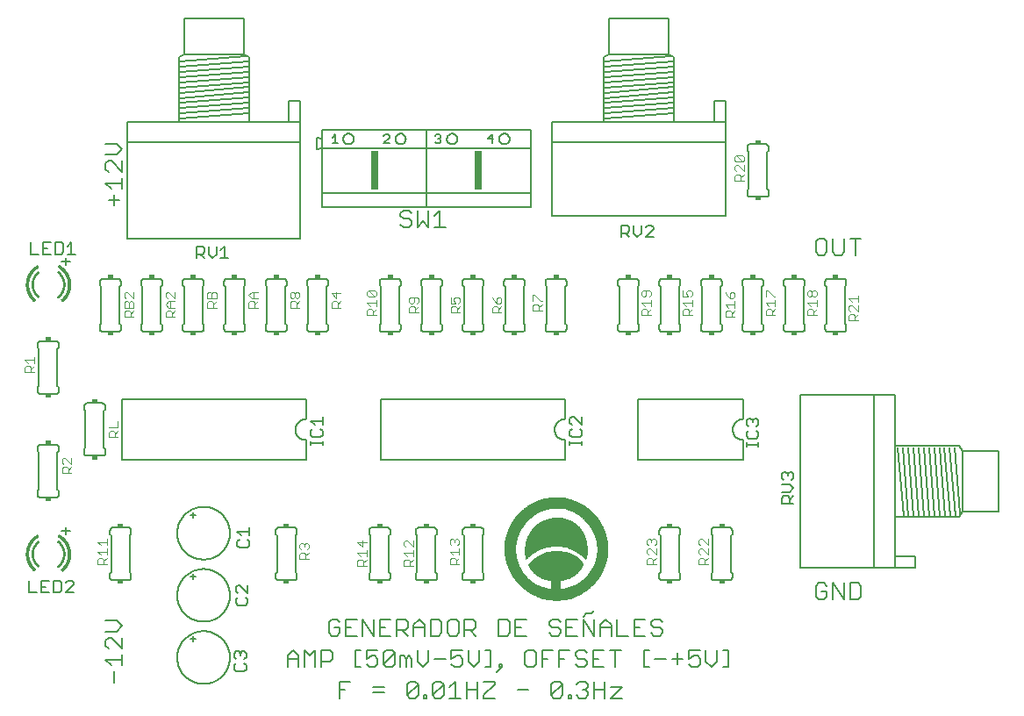
<source format=gbr>
G75*
%MOIN*%
%OFA0B0*%
%FSLAX25Y25*%
%IPPOS*%
%LPD*%
%AMOC8*
5,1,8,0,0,1.08239X$1,22.5*
%
%ADD10C,0.00700*%
%ADD11C,0.00600*%
%ADD12C,0.00500*%
%ADD13C,0.00060*%
%ADD14C,0.00100*%
%ADD15R,0.02000X0.01500*%
%ADD16C,0.00400*%
%ADD17C,0.00800*%
%ADD18R,0.03000X0.15000*%
%ADD19C,0.00197*%
D10*
X0081727Y0036688D02*
X0083829Y0034586D01*
X0084880Y0032344D02*
X0084880Y0028141D01*
X0088033Y0034586D02*
X0088033Y0038790D01*
X0088033Y0036688D02*
X0081727Y0036688D01*
X0082778Y0041032D02*
X0081727Y0042082D01*
X0081727Y0044184D01*
X0082778Y0045235D01*
X0083829Y0045235D01*
X0088033Y0041032D01*
X0088033Y0045235D01*
X0085931Y0047477D02*
X0081727Y0047477D01*
X0081727Y0051681D02*
X0085931Y0051681D01*
X0088033Y0049579D01*
X0085931Y0047477D01*
X0150740Y0038250D02*
X0150740Y0034046D01*
X0150740Y0037199D02*
X0154944Y0037199D01*
X0154944Y0038250D02*
X0154944Y0034046D01*
X0157186Y0034046D02*
X0157186Y0040351D01*
X0159288Y0038250D01*
X0161390Y0040351D01*
X0161390Y0034046D01*
X0163631Y0034046D02*
X0163631Y0040351D01*
X0166784Y0040351D01*
X0167835Y0039301D01*
X0167835Y0037199D01*
X0166784Y0036148D01*
X0163631Y0036148D01*
X0154944Y0038250D02*
X0152842Y0040351D01*
X0150740Y0038250D01*
X0166488Y0046908D02*
X0167539Y0045857D01*
X0169641Y0045857D01*
X0170692Y0046908D01*
X0170692Y0049010D01*
X0168590Y0049010D01*
X0166488Y0051112D02*
X0166488Y0046908D01*
X0172934Y0045857D02*
X0177138Y0045857D01*
X0179379Y0045857D02*
X0179379Y0052162D01*
X0183583Y0045857D01*
X0183583Y0052162D01*
X0185825Y0052162D02*
X0185825Y0045857D01*
X0190029Y0045857D01*
X0192270Y0045857D02*
X0192270Y0052162D01*
X0195423Y0052162D01*
X0196474Y0051112D01*
X0196474Y0049010D01*
X0195423Y0047959D01*
X0192270Y0047959D01*
X0194372Y0047959D02*
X0196474Y0045857D01*
X0198716Y0045857D02*
X0198716Y0050061D01*
X0200818Y0052162D01*
X0202920Y0050061D01*
X0202920Y0045857D01*
X0205161Y0045857D02*
X0208314Y0045857D01*
X0209365Y0046908D01*
X0209365Y0051112D01*
X0208314Y0052162D01*
X0205161Y0052162D01*
X0205161Y0045857D01*
X0202920Y0049010D02*
X0198716Y0049010D01*
X0190029Y0052162D02*
X0185825Y0052162D01*
X0185825Y0049010D02*
X0187927Y0049010D01*
X0188316Y0040351D02*
X0190418Y0040351D01*
X0191468Y0039301D01*
X0187265Y0035097D01*
X0188316Y0034046D01*
X0190418Y0034046D01*
X0191468Y0035097D01*
X0191468Y0039301D01*
X0193710Y0038250D02*
X0194761Y0038250D01*
X0195812Y0037199D01*
X0196863Y0038250D01*
X0197914Y0037199D01*
X0197914Y0034046D01*
X0195812Y0034046D02*
X0195812Y0037199D01*
X0193710Y0038250D02*
X0193710Y0034046D01*
X0187265Y0035097D02*
X0187265Y0039301D01*
X0188316Y0040351D01*
X0185023Y0040351D02*
X0180819Y0040351D01*
X0180819Y0037199D01*
X0182921Y0038250D01*
X0183972Y0038250D01*
X0185023Y0037199D01*
X0185023Y0035097D01*
X0183972Y0034046D01*
X0181870Y0034046D01*
X0180819Y0035097D01*
X0178624Y0034046D02*
X0176522Y0034046D01*
X0176522Y0040351D01*
X0178624Y0040351D01*
X0172934Y0045857D02*
X0172934Y0052162D01*
X0177138Y0052162D01*
X0175036Y0049010D02*
X0172934Y0049010D01*
X0170692Y0051112D02*
X0169641Y0052162D01*
X0167539Y0052162D01*
X0166488Y0051112D01*
X0170425Y0028540D02*
X0174629Y0028540D01*
X0172527Y0025388D02*
X0170425Y0025388D01*
X0170425Y0028540D02*
X0170425Y0022235D01*
X0183316Y0024337D02*
X0187520Y0024337D01*
X0187520Y0026439D02*
X0183316Y0026439D01*
X0196207Y0027490D02*
X0196207Y0023286D01*
X0200411Y0027490D01*
X0200411Y0023286D01*
X0199360Y0022235D01*
X0197258Y0022235D01*
X0196207Y0023286D01*
X0202653Y0023286D02*
X0203704Y0023286D01*
X0203704Y0022235D01*
X0202653Y0022235D01*
X0202653Y0023286D01*
X0205876Y0023286D02*
X0210079Y0027490D01*
X0210079Y0023286D01*
X0209028Y0022235D01*
X0206927Y0022235D01*
X0205876Y0023286D01*
X0205876Y0027490D01*
X0206927Y0028540D01*
X0209028Y0028540D01*
X0210079Y0027490D01*
X0212321Y0026439D02*
X0214423Y0028540D01*
X0214423Y0022235D01*
X0212321Y0022235D02*
X0216525Y0022235D01*
X0218767Y0022235D02*
X0218767Y0028540D01*
X0218767Y0025388D02*
X0222970Y0025388D01*
X0225212Y0023286D02*
X0225212Y0022235D01*
X0229416Y0022235D01*
X0225212Y0023286D02*
X0229416Y0027490D01*
X0229416Y0028540D01*
X0225212Y0028540D01*
X0222970Y0028540D02*
X0222970Y0022235D01*
X0230235Y0031944D02*
X0232337Y0034046D01*
X0231286Y0034046D01*
X0231286Y0035097D01*
X0232337Y0035097D01*
X0232337Y0034046D01*
X0228040Y0034046D02*
X0228040Y0040351D01*
X0225938Y0040351D01*
X0223696Y0040351D02*
X0223696Y0036148D01*
X0221594Y0034046D01*
X0219492Y0036148D01*
X0219492Y0040351D01*
X0217250Y0040351D02*
X0213047Y0040351D01*
X0213047Y0037199D01*
X0215149Y0038250D01*
X0216200Y0038250D01*
X0217250Y0037199D01*
X0217250Y0035097D01*
X0216200Y0034046D01*
X0214098Y0034046D01*
X0213047Y0035097D01*
X0210805Y0037199D02*
X0206601Y0037199D01*
X0204359Y0036148D02*
X0204359Y0040351D01*
X0200156Y0040351D02*
X0200156Y0036148D01*
X0202258Y0034046D01*
X0204359Y0036148D01*
X0199360Y0028540D02*
X0197258Y0028540D01*
X0196207Y0027490D01*
X0199360Y0028540D02*
X0200411Y0027490D01*
X0212658Y0045857D02*
X0214760Y0045857D01*
X0215811Y0046908D01*
X0215811Y0051112D01*
X0214760Y0052162D01*
X0212658Y0052162D01*
X0211607Y0051112D01*
X0211607Y0046908D01*
X0212658Y0045857D01*
X0218052Y0045857D02*
X0218052Y0052162D01*
X0221205Y0052162D01*
X0222256Y0051112D01*
X0222256Y0049010D01*
X0221205Y0047959D01*
X0218052Y0047959D01*
X0220154Y0047959D02*
X0222256Y0045857D01*
X0230943Y0045857D02*
X0230943Y0052162D01*
X0234096Y0052162D01*
X0235147Y0051112D01*
X0235147Y0046908D01*
X0234096Y0045857D01*
X0230943Y0045857D01*
X0237389Y0045857D02*
X0237389Y0052162D01*
X0241593Y0052162D01*
X0239491Y0049010D02*
X0237389Y0049010D01*
X0237389Y0045857D02*
X0241593Y0045857D01*
X0242028Y0040351D02*
X0240977Y0039301D01*
X0240977Y0035097D01*
X0242028Y0034046D01*
X0244130Y0034046D01*
X0245181Y0035097D01*
X0245181Y0039301D01*
X0244130Y0040351D01*
X0242028Y0040351D01*
X0247423Y0040351D02*
X0251626Y0040351D01*
X0253868Y0040351D02*
X0258072Y0040351D01*
X0260314Y0039301D02*
X0260314Y0038250D01*
X0261365Y0037199D01*
X0263467Y0037199D01*
X0264517Y0036148D01*
X0264517Y0035097D01*
X0263467Y0034046D01*
X0261365Y0034046D01*
X0260314Y0035097D01*
X0255970Y0037199D02*
X0253868Y0037199D01*
X0253868Y0040351D02*
X0253868Y0034046D01*
X0249525Y0037199D02*
X0247423Y0037199D01*
X0247423Y0040351D02*
X0247423Y0034046D01*
X0252045Y0028540D02*
X0254147Y0028540D01*
X0255198Y0027490D01*
X0250994Y0023286D01*
X0252045Y0022235D01*
X0254147Y0022235D01*
X0255198Y0023286D01*
X0255198Y0027490D01*
X0252045Y0028540D02*
X0250994Y0027490D01*
X0250994Y0023286D01*
X0257440Y0023286D02*
X0258491Y0023286D01*
X0258491Y0022235D01*
X0257440Y0022235D01*
X0257440Y0023286D01*
X0260662Y0023286D02*
X0261713Y0022235D01*
X0263815Y0022235D01*
X0264866Y0023286D01*
X0264866Y0024337D01*
X0263815Y0025388D01*
X0262764Y0025388D01*
X0263815Y0025388D02*
X0264866Y0026439D01*
X0264866Y0027490D01*
X0263815Y0028540D01*
X0261713Y0028540D01*
X0260662Y0027490D01*
X0267108Y0028540D02*
X0267108Y0022235D01*
X0267108Y0025388D02*
X0271312Y0025388D01*
X0273553Y0026439D02*
X0277757Y0026439D01*
X0273553Y0022235D01*
X0277757Y0022235D01*
X0271312Y0022235D02*
X0271312Y0028540D01*
X0270963Y0034046D02*
X0266759Y0034046D01*
X0266759Y0040351D01*
X0270963Y0040351D01*
X0273205Y0040351D02*
X0277408Y0040351D01*
X0275307Y0040351D02*
X0275307Y0034046D01*
X0268861Y0037199D02*
X0266759Y0037199D01*
X0264517Y0039301D02*
X0263467Y0040351D01*
X0261365Y0040351D01*
X0260314Y0039301D01*
X0260929Y0045857D02*
X0256725Y0045857D01*
X0256725Y0052162D01*
X0260929Y0052162D01*
X0263171Y0052162D02*
X0267374Y0045857D01*
X0267374Y0052162D01*
X0266324Y0054264D02*
X0264222Y0054264D01*
X0263171Y0053213D01*
X0263171Y0052162D02*
X0263171Y0045857D01*
X0258827Y0049010D02*
X0256725Y0049010D01*
X0254484Y0047959D02*
X0254484Y0046908D01*
X0253433Y0045857D01*
X0251331Y0045857D01*
X0250280Y0046908D01*
X0251331Y0049010D02*
X0253433Y0049010D01*
X0254484Y0047959D01*
X0254484Y0051112D02*
X0253433Y0052162D01*
X0251331Y0052162D01*
X0250280Y0051112D01*
X0250280Y0050061D01*
X0251331Y0049010D01*
X0266324Y0054264D02*
X0267374Y0055315D01*
X0271718Y0052162D02*
X0273820Y0050061D01*
X0273820Y0045857D01*
X0276062Y0045857D02*
X0280265Y0045857D01*
X0282507Y0045857D02*
X0286711Y0045857D01*
X0288953Y0046908D02*
X0290004Y0045857D01*
X0292106Y0045857D01*
X0293156Y0046908D01*
X0293156Y0047959D01*
X0292106Y0049010D01*
X0290004Y0049010D01*
X0288953Y0050061D01*
X0288953Y0051112D01*
X0290004Y0052162D01*
X0292106Y0052162D01*
X0293156Y0051112D01*
X0286711Y0052162D02*
X0282507Y0052162D01*
X0282507Y0045857D01*
X0282507Y0049010D02*
X0284609Y0049010D01*
X0276062Y0052162D02*
X0276062Y0045857D01*
X0273820Y0049010D02*
X0269616Y0049010D01*
X0269616Y0050061D02*
X0271718Y0052162D01*
X0269616Y0050061D02*
X0269616Y0045857D01*
X0286096Y0040351D02*
X0286096Y0034046D01*
X0288198Y0034046D01*
X0290393Y0037199D02*
X0294596Y0037199D01*
X0296838Y0037199D02*
X0301042Y0037199D01*
X0303284Y0037199D02*
X0305386Y0038250D01*
X0306437Y0038250D01*
X0307487Y0037199D01*
X0307487Y0035097D01*
X0306437Y0034046D01*
X0304335Y0034046D01*
X0303284Y0035097D01*
X0303284Y0037199D02*
X0303284Y0040351D01*
X0307487Y0040351D01*
X0309729Y0040351D02*
X0309729Y0036148D01*
X0311831Y0034046D01*
X0313933Y0036148D01*
X0313933Y0040351D01*
X0316175Y0040351D02*
X0318277Y0040351D01*
X0318277Y0034046D01*
X0316175Y0034046D01*
X0298940Y0035097D02*
X0298940Y0039301D01*
X0288198Y0040351D02*
X0286096Y0040351D01*
X0242307Y0025388D02*
X0238103Y0025388D01*
X0228040Y0034046D02*
X0225938Y0034046D01*
X0351528Y0060688D02*
X0352579Y0059637D01*
X0354681Y0059637D01*
X0355731Y0060688D01*
X0355731Y0062789D01*
X0353630Y0062789D01*
X0355731Y0064891D02*
X0354681Y0065942D01*
X0352579Y0065942D01*
X0351528Y0064891D01*
X0351528Y0060688D01*
X0357973Y0059637D02*
X0357973Y0065942D01*
X0362177Y0059637D01*
X0362177Y0065942D01*
X0364419Y0065942D02*
X0367572Y0065942D01*
X0368622Y0064891D01*
X0368622Y0060688D01*
X0367572Y0059637D01*
X0364419Y0059637D01*
X0364419Y0065942D01*
X0366521Y0190542D02*
X0366521Y0196848D01*
X0368622Y0196848D02*
X0364419Y0196848D01*
X0362177Y0196848D02*
X0362177Y0191593D01*
X0361126Y0190542D01*
X0359024Y0190542D01*
X0357973Y0191593D01*
X0357973Y0196848D01*
X0355731Y0195797D02*
X0354681Y0196848D01*
X0352579Y0196848D01*
X0351528Y0195797D01*
X0351528Y0191593D01*
X0352579Y0190542D01*
X0354681Y0190542D01*
X0355731Y0191593D01*
X0355731Y0195797D01*
X0210812Y0201152D02*
X0206609Y0201152D01*
X0208710Y0201152D02*
X0208710Y0207458D01*
X0206609Y0205356D01*
X0204367Y0207458D02*
X0204367Y0201152D01*
X0202265Y0203254D01*
X0200163Y0201152D01*
X0200163Y0207458D01*
X0197921Y0206407D02*
X0196870Y0207458D01*
X0194768Y0207458D01*
X0193718Y0206407D01*
X0193718Y0205356D01*
X0194768Y0204305D01*
X0196870Y0204305D01*
X0197921Y0203254D01*
X0197921Y0202203D01*
X0196870Y0201152D01*
X0194768Y0201152D01*
X0193718Y0202203D01*
X0088033Y0215688D02*
X0088033Y0219892D01*
X0088033Y0217790D02*
X0081727Y0217790D01*
X0083829Y0215688D01*
X0084880Y0213447D02*
X0084880Y0209243D01*
X0082778Y0211345D02*
X0086982Y0211345D01*
X0088033Y0222134D02*
X0083829Y0226337D01*
X0082778Y0226337D01*
X0081727Y0225287D01*
X0081727Y0223185D01*
X0082778Y0222134D01*
X0088033Y0222134D02*
X0088033Y0226337D01*
X0085931Y0228579D02*
X0081727Y0228579D01*
X0085931Y0228579D02*
X0088033Y0230681D01*
X0085931Y0232783D01*
X0081727Y0232783D01*
D11*
X0080461Y0181491D02*
X0086461Y0181491D01*
X0086521Y0181489D01*
X0086582Y0181484D01*
X0086641Y0181475D01*
X0086700Y0181462D01*
X0086759Y0181446D01*
X0086816Y0181426D01*
X0086871Y0181403D01*
X0086926Y0181376D01*
X0086978Y0181347D01*
X0087029Y0181314D01*
X0087078Y0181278D01*
X0087124Y0181240D01*
X0087168Y0181198D01*
X0087210Y0181154D01*
X0087248Y0181108D01*
X0087284Y0181059D01*
X0087317Y0181008D01*
X0087346Y0180956D01*
X0087373Y0180901D01*
X0087396Y0180846D01*
X0087416Y0180789D01*
X0087432Y0180730D01*
X0087445Y0180671D01*
X0087454Y0180612D01*
X0087459Y0180551D01*
X0087461Y0180491D01*
X0087461Y0178991D01*
X0086961Y0178491D01*
X0086961Y0164491D01*
X0087461Y0163991D01*
X0087461Y0162491D01*
X0087459Y0162431D01*
X0087454Y0162370D01*
X0087445Y0162311D01*
X0087432Y0162252D01*
X0087416Y0162193D01*
X0087396Y0162136D01*
X0087373Y0162081D01*
X0087346Y0162026D01*
X0087317Y0161974D01*
X0087284Y0161923D01*
X0087248Y0161874D01*
X0087210Y0161828D01*
X0087168Y0161784D01*
X0087124Y0161742D01*
X0087078Y0161704D01*
X0087029Y0161668D01*
X0086978Y0161635D01*
X0086926Y0161606D01*
X0086871Y0161579D01*
X0086816Y0161556D01*
X0086759Y0161536D01*
X0086700Y0161520D01*
X0086641Y0161507D01*
X0086582Y0161498D01*
X0086521Y0161493D01*
X0086461Y0161491D01*
X0080461Y0161491D01*
X0080401Y0161493D01*
X0080340Y0161498D01*
X0080281Y0161507D01*
X0080222Y0161520D01*
X0080163Y0161536D01*
X0080106Y0161556D01*
X0080051Y0161579D01*
X0079996Y0161606D01*
X0079944Y0161635D01*
X0079893Y0161668D01*
X0079844Y0161704D01*
X0079798Y0161742D01*
X0079754Y0161784D01*
X0079712Y0161828D01*
X0079674Y0161874D01*
X0079638Y0161923D01*
X0079605Y0161974D01*
X0079576Y0162026D01*
X0079549Y0162081D01*
X0079526Y0162136D01*
X0079506Y0162193D01*
X0079490Y0162252D01*
X0079477Y0162311D01*
X0079468Y0162370D01*
X0079463Y0162431D01*
X0079461Y0162491D01*
X0079461Y0163991D01*
X0079961Y0164491D01*
X0079961Y0178491D01*
X0079461Y0178991D01*
X0079461Y0180491D01*
X0079463Y0180551D01*
X0079468Y0180612D01*
X0079477Y0180671D01*
X0079490Y0180730D01*
X0079506Y0180789D01*
X0079526Y0180846D01*
X0079549Y0180901D01*
X0079576Y0180956D01*
X0079605Y0181008D01*
X0079638Y0181059D01*
X0079674Y0181108D01*
X0079712Y0181154D01*
X0079754Y0181198D01*
X0079798Y0181240D01*
X0079844Y0181278D01*
X0079893Y0181314D01*
X0079944Y0181347D01*
X0079996Y0181376D01*
X0080051Y0181403D01*
X0080106Y0181426D01*
X0080163Y0181446D01*
X0080222Y0181462D01*
X0080281Y0181475D01*
X0080340Y0181484D01*
X0080401Y0181489D01*
X0080461Y0181491D01*
X0095209Y0180491D02*
X0095209Y0178991D01*
X0095709Y0178491D01*
X0095709Y0164491D01*
X0095209Y0163991D01*
X0095209Y0162491D01*
X0095211Y0162431D01*
X0095216Y0162370D01*
X0095225Y0162311D01*
X0095238Y0162252D01*
X0095254Y0162193D01*
X0095274Y0162136D01*
X0095297Y0162081D01*
X0095324Y0162026D01*
X0095353Y0161974D01*
X0095386Y0161923D01*
X0095422Y0161874D01*
X0095460Y0161828D01*
X0095502Y0161784D01*
X0095546Y0161742D01*
X0095592Y0161704D01*
X0095641Y0161668D01*
X0095692Y0161635D01*
X0095744Y0161606D01*
X0095799Y0161579D01*
X0095854Y0161556D01*
X0095911Y0161536D01*
X0095970Y0161520D01*
X0096029Y0161507D01*
X0096088Y0161498D01*
X0096149Y0161493D01*
X0096209Y0161491D01*
X0102209Y0161491D01*
X0102269Y0161493D01*
X0102330Y0161498D01*
X0102389Y0161507D01*
X0102448Y0161520D01*
X0102507Y0161536D01*
X0102564Y0161556D01*
X0102619Y0161579D01*
X0102674Y0161606D01*
X0102726Y0161635D01*
X0102777Y0161668D01*
X0102826Y0161704D01*
X0102872Y0161742D01*
X0102916Y0161784D01*
X0102958Y0161828D01*
X0102996Y0161874D01*
X0103032Y0161923D01*
X0103065Y0161974D01*
X0103094Y0162026D01*
X0103121Y0162081D01*
X0103144Y0162136D01*
X0103164Y0162193D01*
X0103180Y0162252D01*
X0103193Y0162311D01*
X0103202Y0162370D01*
X0103207Y0162431D01*
X0103209Y0162491D01*
X0103209Y0163991D01*
X0102709Y0164491D01*
X0102709Y0178491D01*
X0103209Y0178991D01*
X0103209Y0180491D01*
X0103207Y0180551D01*
X0103202Y0180612D01*
X0103193Y0180671D01*
X0103180Y0180730D01*
X0103164Y0180789D01*
X0103144Y0180846D01*
X0103121Y0180901D01*
X0103094Y0180956D01*
X0103065Y0181008D01*
X0103032Y0181059D01*
X0102996Y0181108D01*
X0102958Y0181154D01*
X0102916Y0181198D01*
X0102872Y0181240D01*
X0102826Y0181278D01*
X0102777Y0181314D01*
X0102726Y0181347D01*
X0102674Y0181376D01*
X0102619Y0181403D01*
X0102564Y0181426D01*
X0102507Y0181446D01*
X0102448Y0181462D01*
X0102389Y0181475D01*
X0102330Y0181484D01*
X0102269Y0181489D01*
X0102209Y0181491D01*
X0096209Y0181491D01*
X0096149Y0181489D01*
X0096088Y0181484D01*
X0096029Y0181475D01*
X0095970Y0181462D01*
X0095911Y0181446D01*
X0095854Y0181426D01*
X0095799Y0181403D01*
X0095744Y0181376D01*
X0095692Y0181347D01*
X0095641Y0181314D01*
X0095592Y0181278D01*
X0095546Y0181240D01*
X0095502Y0181198D01*
X0095460Y0181154D01*
X0095422Y0181108D01*
X0095386Y0181059D01*
X0095353Y0181008D01*
X0095324Y0180956D01*
X0095297Y0180901D01*
X0095274Y0180846D01*
X0095254Y0180789D01*
X0095238Y0180730D01*
X0095225Y0180671D01*
X0095216Y0180612D01*
X0095211Y0180551D01*
X0095209Y0180491D01*
X0110957Y0180491D02*
X0110957Y0178991D01*
X0111457Y0178491D01*
X0111457Y0164491D01*
X0110957Y0163991D01*
X0110957Y0162491D01*
X0110959Y0162431D01*
X0110964Y0162370D01*
X0110973Y0162311D01*
X0110986Y0162252D01*
X0111002Y0162193D01*
X0111022Y0162136D01*
X0111045Y0162081D01*
X0111072Y0162026D01*
X0111101Y0161974D01*
X0111134Y0161923D01*
X0111170Y0161874D01*
X0111208Y0161828D01*
X0111250Y0161784D01*
X0111294Y0161742D01*
X0111340Y0161704D01*
X0111389Y0161668D01*
X0111440Y0161635D01*
X0111492Y0161606D01*
X0111547Y0161579D01*
X0111602Y0161556D01*
X0111659Y0161536D01*
X0111718Y0161520D01*
X0111777Y0161507D01*
X0111836Y0161498D01*
X0111897Y0161493D01*
X0111957Y0161491D01*
X0117957Y0161491D01*
X0118017Y0161493D01*
X0118078Y0161498D01*
X0118137Y0161507D01*
X0118196Y0161520D01*
X0118255Y0161536D01*
X0118312Y0161556D01*
X0118367Y0161579D01*
X0118422Y0161606D01*
X0118474Y0161635D01*
X0118525Y0161668D01*
X0118574Y0161704D01*
X0118620Y0161742D01*
X0118664Y0161784D01*
X0118706Y0161828D01*
X0118744Y0161874D01*
X0118780Y0161923D01*
X0118813Y0161974D01*
X0118842Y0162026D01*
X0118869Y0162081D01*
X0118892Y0162136D01*
X0118912Y0162193D01*
X0118928Y0162252D01*
X0118941Y0162311D01*
X0118950Y0162370D01*
X0118955Y0162431D01*
X0118957Y0162491D01*
X0118957Y0163991D01*
X0118457Y0164491D01*
X0118457Y0178491D01*
X0118957Y0178991D01*
X0118957Y0180491D01*
X0118955Y0180551D01*
X0118950Y0180612D01*
X0118941Y0180671D01*
X0118928Y0180730D01*
X0118912Y0180789D01*
X0118892Y0180846D01*
X0118869Y0180901D01*
X0118842Y0180956D01*
X0118813Y0181008D01*
X0118780Y0181059D01*
X0118744Y0181108D01*
X0118706Y0181154D01*
X0118664Y0181198D01*
X0118620Y0181240D01*
X0118574Y0181278D01*
X0118525Y0181314D01*
X0118474Y0181347D01*
X0118422Y0181376D01*
X0118367Y0181403D01*
X0118312Y0181426D01*
X0118255Y0181446D01*
X0118196Y0181462D01*
X0118137Y0181475D01*
X0118078Y0181484D01*
X0118017Y0181489D01*
X0117957Y0181491D01*
X0111957Y0181491D01*
X0111897Y0181489D01*
X0111836Y0181484D01*
X0111777Y0181475D01*
X0111718Y0181462D01*
X0111659Y0181446D01*
X0111602Y0181426D01*
X0111547Y0181403D01*
X0111492Y0181376D01*
X0111440Y0181347D01*
X0111389Y0181314D01*
X0111340Y0181278D01*
X0111294Y0181240D01*
X0111250Y0181198D01*
X0111208Y0181154D01*
X0111170Y0181108D01*
X0111134Y0181059D01*
X0111101Y0181008D01*
X0111072Y0180956D01*
X0111045Y0180901D01*
X0111022Y0180846D01*
X0111002Y0180789D01*
X0110986Y0180730D01*
X0110973Y0180671D01*
X0110964Y0180612D01*
X0110959Y0180551D01*
X0110957Y0180491D01*
X0126705Y0180491D02*
X0126705Y0178991D01*
X0127205Y0178491D01*
X0127205Y0164491D01*
X0126705Y0163991D01*
X0126705Y0162491D01*
X0126707Y0162431D01*
X0126712Y0162370D01*
X0126721Y0162311D01*
X0126734Y0162252D01*
X0126750Y0162193D01*
X0126770Y0162136D01*
X0126793Y0162081D01*
X0126820Y0162026D01*
X0126849Y0161974D01*
X0126882Y0161923D01*
X0126918Y0161874D01*
X0126956Y0161828D01*
X0126998Y0161784D01*
X0127042Y0161742D01*
X0127088Y0161704D01*
X0127137Y0161668D01*
X0127188Y0161635D01*
X0127240Y0161606D01*
X0127295Y0161579D01*
X0127350Y0161556D01*
X0127407Y0161536D01*
X0127466Y0161520D01*
X0127525Y0161507D01*
X0127584Y0161498D01*
X0127645Y0161493D01*
X0127705Y0161491D01*
X0133705Y0161491D01*
X0133765Y0161493D01*
X0133826Y0161498D01*
X0133885Y0161507D01*
X0133944Y0161520D01*
X0134003Y0161536D01*
X0134060Y0161556D01*
X0134115Y0161579D01*
X0134170Y0161606D01*
X0134222Y0161635D01*
X0134273Y0161668D01*
X0134322Y0161704D01*
X0134368Y0161742D01*
X0134412Y0161784D01*
X0134454Y0161828D01*
X0134492Y0161874D01*
X0134528Y0161923D01*
X0134561Y0161974D01*
X0134590Y0162026D01*
X0134617Y0162081D01*
X0134640Y0162136D01*
X0134660Y0162193D01*
X0134676Y0162252D01*
X0134689Y0162311D01*
X0134698Y0162370D01*
X0134703Y0162431D01*
X0134705Y0162491D01*
X0134705Y0163991D01*
X0134205Y0164491D01*
X0134205Y0178491D01*
X0134705Y0178991D01*
X0134705Y0180491D01*
X0134703Y0180551D01*
X0134698Y0180612D01*
X0134689Y0180671D01*
X0134676Y0180730D01*
X0134660Y0180789D01*
X0134640Y0180846D01*
X0134617Y0180901D01*
X0134590Y0180956D01*
X0134561Y0181008D01*
X0134528Y0181059D01*
X0134492Y0181108D01*
X0134454Y0181154D01*
X0134412Y0181198D01*
X0134368Y0181240D01*
X0134322Y0181278D01*
X0134273Y0181314D01*
X0134222Y0181347D01*
X0134170Y0181376D01*
X0134115Y0181403D01*
X0134060Y0181426D01*
X0134003Y0181446D01*
X0133944Y0181462D01*
X0133885Y0181475D01*
X0133826Y0181484D01*
X0133765Y0181489D01*
X0133705Y0181491D01*
X0127705Y0181491D01*
X0127645Y0181489D01*
X0127584Y0181484D01*
X0127525Y0181475D01*
X0127466Y0181462D01*
X0127407Y0181446D01*
X0127350Y0181426D01*
X0127295Y0181403D01*
X0127240Y0181376D01*
X0127188Y0181347D01*
X0127137Y0181314D01*
X0127088Y0181278D01*
X0127042Y0181240D01*
X0126998Y0181198D01*
X0126956Y0181154D01*
X0126918Y0181108D01*
X0126882Y0181059D01*
X0126849Y0181008D01*
X0126820Y0180956D01*
X0126793Y0180901D01*
X0126770Y0180846D01*
X0126750Y0180789D01*
X0126734Y0180730D01*
X0126721Y0180671D01*
X0126712Y0180612D01*
X0126707Y0180551D01*
X0126705Y0180491D01*
X0142453Y0180491D02*
X0142453Y0178991D01*
X0142953Y0178491D01*
X0142953Y0164491D01*
X0142453Y0163991D01*
X0142453Y0162491D01*
X0142455Y0162431D01*
X0142460Y0162370D01*
X0142469Y0162311D01*
X0142482Y0162252D01*
X0142498Y0162193D01*
X0142518Y0162136D01*
X0142541Y0162081D01*
X0142568Y0162026D01*
X0142597Y0161974D01*
X0142630Y0161923D01*
X0142666Y0161874D01*
X0142704Y0161828D01*
X0142746Y0161784D01*
X0142790Y0161742D01*
X0142836Y0161704D01*
X0142885Y0161668D01*
X0142936Y0161635D01*
X0142988Y0161606D01*
X0143043Y0161579D01*
X0143098Y0161556D01*
X0143155Y0161536D01*
X0143214Y0161520D01*
X0143273Y0161507D01*
X0143332Y0161498D01*
X0143393Y0161493D01*
X0143453Y0161491D01*
X0149453Y0161491D01*
X0149513Y0161493D01*
X0149574Y0161498D01*
X0149633Y0161507D01*
X0149692Y0161520D01*
X0149751Y0161536D01*
X0149808Y0161556D01*
X0149863Y0161579D01*
X0149918Y0161606D01*
X0149970Y0161635D01*
X0150021Y0161668D01*
X0150070Y0161704D01*
X0150116Y0161742D01*
X0150160Y0161784D01*
X0150202Y0161828D01*
X0150240Y0161874D01*
X0150276Y0161923D01*
X0150309Y0161974D01*
X0150338Y0162026D01*
X0150365Y0162081D01*
X0150388Y0162136D01*
X0150408Y0162193D01*
X0150424Y0162252D01*
X0150437Y0162311D01*
X0150446Y0162370D01*
X0150451Y0162431D01*
X0150453Y0162491D01*
X0150453Y0163991D01*
X0149953Y0164491D01*
X0149953Y0178491D01*
X0150453Y0178991D01*
X0150453Y0180491D01*
X0150451Y0180551D01*
X0150446Y0180612D01*
X0150437Y0180671D01*
X0150424Y0180730D01*
X0150408Y0180789D01*
X0150388Y0180846D01*
X0150365Y0180901D01*
X0150338Y0180956D01*
X0150309Y0181008D01*
X0150276Y0181059D01*
X0150240Y0181108D01*
X0150202Y0181154D01*
X0150160Y0181198D01*
X0150116Y0181240D01*
X0150070Y0181278D01*
X0150021Y0181314D01*
X0149970Y0181347D01*
X0149918Y0181376D01*
X0149863Y0181403D01*
X0149808Y0181426D01*
X0149751Y0181446D01*
X0149692Y0181462D01*
X0149633Y0181475D01*
X0149574Y0181484D01*
X0149513Y0181489D01*
X0149453Y0181491D01*
X0143453Y0181491D01*
X0143393Y0181489D01*
X0143332Y0181484D01*
X0143273Y0181475D01*
X0143214Y0181462D01*
X0143155Y0181446D01*
X0143098Y0181426D01*
X0143043Y0181403D01*
X0142988Y0181376D01*
X0142936Y0181347D01*
X0142885Y0181314D01*
X0142836Y0181278D01*
X0142790Y0181240D01*
X0142746Y0181198D01*
X0142704Y0181154D01*
X0142666Y0181108D01*
X0142630Y0181059D01*
X0142597Y0181008D01*
X0142568Y0180956D01*
X0142541Y0180901D01*
X0142518Y0180846D01*
X0142498Y0180789D01*
X0142482Y0180730D01*
X0142469Y0180671D01*
X0142460Y0180612D01*
X0142455Y0180551D01*
X0142453Y0180491D01*
X0158201Y0180491D02*
X0158201Y0178991D01*
X0158701Y0178491D01*
X0158701Y0164491D01*
X0158201Y0163991D01*
X0158201Y0162491D01*
X0158203Y0162431D01*
X0158208Y0162370D01*
X0158217Y0162311D01*
X0158230Y0162252D01*
X0158246Y0162193D01*
X0158266Y0162136D01*
X0158289Y0162081D01*
X0158316Y0162026D01*
X0158345Y0161974D01*
X0158378Y0161923D01*
X0158414Y0161874D01*
X0158452Y0161828D01*
X0158494Y0161784D01*
X0158538Y0161742D01*
X0158584Y0161704D01*
X0158633Y0161668D01*
X0158684Y0161635D01*
X0158736Y0161606D01*
X0158791Y0161579D01*
X0158846Y0161556D01*
X0158903Y0161536D01*
X0158962Y0161520D01*
X0159021Y0161507D01*
X0159080Y0161498D01*
X0159141Y0161493D01*
X0159201Y0161491D01*
X0165201Y0161491D01*
X0165261Y0161493D01*
X0165322Y0161498D01*
X0165381Y0161507D01*
X0165440Y0161520D01*
X0165499Y0161536D01*
X0165556Y0161556D01*
X0165611Y0161579D01*
X0165666Y0161606D01*
X0165718Y0161635D01*
X0165769Y0161668D01*
X0165818Y0161704D01*
X0165864Y0161742D01*
X0165908Y0161784D01*
X0165950Y0161828D01*
X0165988Y0161874D01*
X0166024Y0161923D01*
X0166057Y0161974D01*
X0166086Y0162026D01*
X0166113Y0162081D01*
X0166136Y0162136D01*
X0166156Y0162193D01*
X0166172Y0162252D01*
X0166185Y0162311D01*
X0166194Y0162370D01*
X0166199Y0162431D01*
X0166201Y0162491D01*
X0166201Y0163991D01*
X0165701Y0164491D01*
X0165701Y0178491D01*
X0166201Y0178991D01*
X0166201Y0180491D01*
X0166199Y0180551D01*
X0166194Y0180612D01*
X0166185Y0180671D01*
X0166172Y0180730D01*
X0166156Y0180789D01*
X0166136Y0180846D01*
X0166113Y0180901D01*
X0166086Y0180956D01*
X0166057Y0181008D01*
X0166024Y0181059D01*
X0165988Y0181108D01*
X0165950Y0181154D01*
X0165908Y0181198D01*
X0165864Y0181240D01*
X0165818Y0181278D01*
X0165769Y0181314D01*
X0165718Y0181347D01*
X0165666Y0181376D01*
X0165611Y0181403D01*
X0165556Y0181426D01*
X0165499Y0181446D01*
X0165440Y0181462D01*
X0165381Y0181475D01*
X0165322Y0181484D01*
X0165261Y0181489D01*
X0165201Y0181491D01*
X0159201Y0181491D01*
X0159141Y0181489D01*
X0159080Y0181484D01*
X0159021Y0181475D01*
X0158962Y0181462D01*
X0158903Y0181446D01*
X0158846Y0181426D01*
X0158791Y0181403D01*
X0158736Y0181376D01*
X0158684Y0181347D01*
X0158633Y0181314D01*
X0158584Y0181278D01*
X0158538Y0181240D01*
X0158494Y0181198D01*
X0158452Y0181154D01*
X0158414Y0181108D01*
X0158378Y0181059D01*
X0158345Y0181008D01*
X0158316Y0180956D01*
X0158289Y0180901D01*
X0158266Y0180846D01*
X0158246Y0180789D01*
X0158230Y0180730D01*
X0158217Y0180671D01*
X0158208Y0180612D01*
X0158203Y0180551D01*
X0158201Y0180491D01*
X0185760Y0180491D02*
X0185760Y0178991D01*
X0186260Y0178491D01*
X0186260Y0164491D01*
X0185760Y0163991D01*
X0185760Y0162491D01*
X0185762Y0162431D01*
X0185767Y0162370D01*
X0185776Y0162311D01*
X0185789Y0162252D01*
X0185805Y0162193D01*
X0185825Y0162136D01*
X0185848Y0162081D01*
X0185875Y0162026D01*
X0185904Y0161974D01*
X0185937Y0161923D01*
X0185973Y0161874D01*
X0186011Y0161828D01*
X0186053Y0161784D01*
X0186097Y0161742D01*
X0186143Y0161704D01*
X0186192Y0161668D01*
X0186243Y0161635D01*
X0186295Y0161606D01*
X0186350Y0161579D01*
X0186405Y0161556D01*
X0186462Y0161536D01*
X0186521Y0161520D01*
X0186580Y0161507D01*
X0186639Y0161498D01*
X0186700Y0161493D01*
X0186760Y0161491D01*
X0192760Y0161491D01*
X0192820Y0161493D01*
X0192881Y0161498D01*
X0192940Y0161507D01*
X0192999Y0161520D01*
X0193058Y0161536D01*
X0193115Y0161556D01*
X0193170Y0161579D01*
X0193225Y0161606D01*
X0193277Y0161635D01*
X0193328Y0161668D01*
X0193377Y0161704D01*
X0193423Y0161742D01*
X0193467Y0161784D01*
X0193509Y0161828D01*
X0193547Y0161874D01*
X0193583Y0161923D01*
X0193616Y0161974D01*
X0193645Y0162026D01*
X0193672Y0162081D01*
X0193695Y0162136D01*
X0193715Y0162193D01*
X0193731Y0162252D01*
X0193744Y0162311D01*
X0193753Y0162370D01*
X0193758Y0162431D01*
X0193760Y0162491D01*
X0193760Y0163991D01*
X0193260Y0164491D01*
X0193260Y0178491D01*
X0193760Y0178991D01*
X0193760Y0180491D01*
X0193758Y0180551D01*
X0193753Y0180612D01*
X0193744Y0180671D01*
X0193731Y0180730D01*
X0193715Y0180789D01*
X0193695Y0180846D01*
X0193672Y0180901D01*
X0193645Y0180956D01*
X0193616Y0181008D01*
X0193583Y0181059D01*
X0193547Y0181108D01*
X0193509Y0181154D01*
X0193467Y0181198D01*
X0193423Y0181240D01*
X0193377Y0181278D01*
X0193328Y0181314D01*
X0193277Y0181347D01*
X0193225Y0181376D01*
X0193170Y0181403D01*
X0193115Y0181426D01*
X0193058Y0181446D01*
X0192999Y0181462D01*
X0192940Y0181475D01*
X0192881Y0181484D01*
X0192820Y0181489D01*
X0192760Y0181491D01*
X0186760Y0181491D01*
X0186700Y0181489D01*
X0186639Y0181484D01*
X0186580Y0181475D01*
X0186521Y0181462D01*
X0186462Y0181446D01*
X0186405Y0181426D01*
X0186350Y0181403D01*
X0186295Y0181376D01*
X0186243Y0181347D01*
X0186192Y0181314D01*
X0186143Y0181278D01*
X0186097Y0181240D01*
X0186053Y0181198D01*
X0186011Y0181154D01*
X0185973Y0181108D01*
X0185937Y0181059D01*
X0185904Y0181008D01*
X0185875Y0180956D01*
X0185848Y0180901D01*
X0185825Y0180846D01*
X0185805Y0180789D01*
X0185789Y0180730D01*
X0185776Y0180671D01*
X0185767Y0180612D01*
X0185762Y0180551D01*
X0185760Y0180491D01*
X0201509Y0180491D02*
X0201509Y0178991D01*
X0202009Y0178491D01*
X0202009Y0164491D01*
X0201509Y0163991D01*
X0201509Y0162491D01*
X0201511Y0162431D01*
X0201516Y0162370D01*
X0201525Y0162311D01*
X0201538Y0162252D01*
X0201554Y0162193D01*
X0201574Y0162136D01*
X0201597Y0162081D01*
X0201624Y0162026D01*
X0201653Y0161974D01*
X0201686Y0161923D01*
X0201722Y0161874D01*
X0201760Y0161828D01*
X0201802Y0161784D01*
X0201846Y0161742D01*
X0201892Y0161704D01*
X0201941Y0161668D01*
X0201992Y0161635D01*
X0202044Y0161606D01*
X0202099Y0161579D01*
X0202154Y0161556D01*
X0202211Y0161536D01*
X0202270Y0161520D01*
X0202329Y0161507D01*
X0202388Y0161498D01*
X0202449Y0161493D01*
X0202509Y0161491D01*
X0208509Y0161491D01*
X0208569Y0161493D01*
X0208630Y0161498D01*
X0208689Y0161507D01*
X0208748Y0161520D01*
X0208807Y0161536D01*
X0208864Y0161556D01*
X0208919Y0161579D01*
X0208974Y0161606D01*
X0209026Y0161635D01*
X0209077Y0161668D01*
X0209126Y0161704D01*
X0209172Y0161742D01*
X0209216Y0161784D01*
X0209258Y0161828D01*
X0209296Y0161874D01*
X0209332Y0161923D01*
X0209365Y0161974D01*
X0209394Y0162026D01*
X0209421Y0162081D01*
X0209444Y0162136D01*
X0209464Y0162193D01*
X0209480Y0162252D01*
X0209493Y0162311D01*
X0209502Y0162370D01*
X0209507Y0162431D01*
X0209509Y0162491D01*
X0209509Y0163991D01*
X0209009Y0164491D01*
X0209009Y0178491D01*
X0209509Y0178991D01*
X0209509Y0180491D01*
X0209507Y0180551D01*
X0209502Y0180612D01*
X0209493Y0180671D01*
X0209480Y0180730D01*
X0209464Y0180789D01*
X0209444Y0180846D01*
X0209421Y0180901D01*
X0209394Y0180956D01*
X0209365Y0181008D01*
X0209332Y0181059D01*
X0209296Y0181108D01*
X0209258Y0181154D01*
X0209216Y0181198D01*
X0209172Y0181240D01*
X0209126Y0181278D01*
X0209077Y0181314D01*
X0209026Y0181347D01*
X0208974Y0181376D01*
X0208919Y0181403D01*
X0208864Y0181426D01*
X0208807Y0181446D01*
X0208748Y0181462D01*
X0208689Y0181475D01*
X0208630Y0181484D01*
X0208569Y0181489D01*
X0208509Y0181491D01*
X0202509Y0181491D01*
X0202449Y0181489D01*
X0202388Y0181484D01*
X0202329Y0181475D01*
X0202270Y0181462D01*
X0202211Y0181446D01*
X0202154Y0181426D01*
X0202099Y0181403D01*
X0202044Y0181376D01*
X0201992Y0181347D01*
X0201941Y0181314D01*
X0201892Y0181278D01*
X0201846Y0181240D01*
X0201802Y0181198D01*
X0201760Y0181154D01*
X0201722Y0181108D01*
X0201686Y0181059D01*
X0201653Y0181008D01*
X0201624Y0180956D01*
X0201597Y0180901D01*
X0201574Y0180846D01*
X0201554Y0180789D01*
X0201538Y0180730D01*
X0201525Y0180671D01*
X0201516Y0180612D01*
X0201511Y0180551D01*
X0201509Y0180491D01*
X0217257Y0180491D02*
X0217257Y0178991D01*
X0217757Y0178491D01*
X0217757Y0164491D01*
X0217257Y0163991D01*
X0217257Y0162491D01*
X0217259Y0162431D01*
X0217264Y0162370D01*
X0217273Y0162311D01*
X0217286Y0162252D01*
X0217302Y0162193D01*
X0217322Y0162136D01*
X0217345Y0162081D01*
X0217372Y0162026D01*
X0217401Y0161974D01*
X0217434Y0161923D01*
X0217470Y0161874D01*
X0217508Y0161828D01*
X0217550Y0161784D01*
X0217594Y0161742D01*
X0217640Y0161704D01*
X0217689Y0161668D01*
X0217740Y0161635D01*
X0217792Y0161606D01*
X0217847Y0161579D01*
X0217902Y0161556D01*
X0217959Y0161536D01*
X0218018Y0161520D01*
X0218077Y0161507D01*
X0218136Y0161498D01*
X0218197Y0161493D01*
X0218257Y0161491D01*
X0224257Y0161491D01*
X0224317Y0161493D01*
X0224378Y0161498D01*
X0224437Y0161507D01*
X0224496Y0161520D01*
X0224555Y0161536D01*
X0224612Y0161556D01*
X0224667Y0161579D01*
X0224722Y0161606D01*
X0224774Y0161635D01*
X0224825Y0161668D01*
X0224874Y0161704D01*
X0224920Y0161742D01*
X0224964Y0161784D01*
X0225006Y0161828D01*
X0225044Y0161874D01*
X0225080Y0161923D01*
X0225113Y0161974D01*
X0225142Y0162026D01*
X0225169Y0162081D01*
X0225192Y0162136D01*
X0225212Y0162193D01*
X0225228Y0162252D01*
X0225241Y0162311D01*
X0225250Y0162370D01*
X0225255Y0162431D01*
X0225257Y0162491D01*
X0225257Y0163991D01*
X0224757Y0164491D01*
X0224757Y0178491D01*
X0225257Y0178991D01*
X0225257Y0180491D01*
X0225255Y0180551D01*
X0225250Y0180612D01*
X0225241Y0180671D01*
X0225228Y0180730D01*
X0225212Y0180789D01*
X0225192Y0180846D01*
X0225169Y0180901D01*
X0225142Y0180956D01*
X0225113Y0181008D01*
X0225080Y0181059D01*
X0225044Y0181108D01*
X0225006Y0181154D01*
X0224964Y0181198D01*
X0224920Y0181240D01*
X0224874Y0181278D01*
X0224825Y0181314D01*
X0224774Y0181347D01*
X0224722Y0181376D01*
X0224667Y0181403D01*
X0224612Y0181426D01*
X0224555Y0181446D01*
X0224496Y0181462D01*
X0224437Y0181475D01*
X0224378Y0181484D01*
X0224317Y0181489D01*
X0224257Y0181491D01*
X0218257Y0181491D01*
X0218197Y0181489D01*
X0218136Y0181484D01*
X0218077Y0181475D01*
X0218018Y0181462D01*
X0217959Y0181446D01*
X0217902Y0181426D01*
X0217847Y0181403D01*
X0217792Y0181376D01*
X0217740Y0181347D01*
X0217689Y0181314D01*
X0217640Y0181278D01*
X0217594Y0181240D01*
X0217550Y0181198D01*
X0217508Y0181154D01*
X0217470Y0181108D01*
X0217434Y0181059D01*
X0217401Y0181008D01*
X0217372Y0180956D01*
X0217345Y0180901D01*
X0217322Y0180846D01*
X0217302Y0180789D01*
X0217286Y0180730D01*
X0217273Y0180671D01*
X0217264Y0180612D01*
X0217259Y0180551D01*
X0217257Y0180491D01*
X0233005Y0180491D02*
X0233005Y0178991D01*
X0233505Y0178491D01*
X0233505Y0164491D01*
X0233005Y0163991D01*
X0233005Y0162491D01*
X0233007Y0162431D01*
X0233012Y0162370D01*
X0233021Y0162311D01*
X0233034Y0162252D01*
X0233050Y0162193D01*
X0233070Y0162136D01*
X0233093Y0162081D01*
X0233120Y0162026D01*
X0233149Y0161974D01*
X0233182Y0161923D01*
X0233218Y0161874D01*
X0233256Y0161828D01*
X0233298Y0161784D01*
X0233342Y0161742D01*
X0233388Y0161704D01*
X0233437Y0161668D01*
X0233488Y0161635D01*
X0233540Y0161606D01*
X0233595Y0161579D01*
X0233650Y0161556D01*
X0233707Y0161536D01*
X0233766Y0161520D01*
X0233825Y0161507D01*
X0233884Y0161498D01*
X0233945Y0161493D01*
X0234005Y0161491D01*
X0240005Y0161491D01*
X0240065Y0161493D01*
X0240126Y0161498D01*
X0240185Y0161507D01*
X0240244Y0161520D01*
X0240303Y0161536D01*
X0240360Y0161556D01*
X0240415Y0161579D01*
X0240470Y0161606D01*
X0240522Y0161635D01*
X0240573Y0161668D01*
X0240622Y0161704D01*
X0240668Y0161742D01*
X0240712Y0161784D01*
X0240754Y0161828D01*
X0240792Y0161874D01*
X0240828Y0161923D01*
X0240861Y0161974D01*
X0240890Y0162026D01*
X0240917Y0162081D01*
X0240940Y0162136D01*
X0240960Y0162193D01*
X0240976Y0162252D01*
X0240989Y0162311D01*
X0240998Y0162370D01*
X0241003Y0162431D01*
X0241005Y0162491D01*
X0241005Y0163991D01*
X0240505Y0164491D01*
X0240505Y0178491D01*
X0241005Y0178991D01*
X0241005Y0180491D01*
X0241003Y0180551D01*
X0240998Y0180612D01*
X0240989Y0180671D01*
X0240976Y0180730D01*
X0240960Y0180789D01*
X0240940Y0180846D01*
X0240917Y0180901D01*
X0240890Y0180956D01*
X0240861Y0181008D01*
X0240828Y0181059D01*
X0240792Y0181108D01*
X0240754Y0181154D01*
X0240712Y0181198D01*
X0240668Y0181240D01*
X0240622Y0181278D01*
X0240573Y0181314D01*
X0240522Y0181347D01*
X0240470Y0181376D01*
X0240415Y0181403D01*
X0240360Y0181426D01*
X0240303Y0181446D01*
X0240244Y0181462D01*
X0240185Y0181475D01*
X0240126Y0181484D01*
X0240065Y0181489D01*
X0240005Y0181491D01*
X0234005Y0181491D01*
X0233945Y0181489D01*
X0233884Y0181484D01*
X0233825Y0181475D01*
X0233766Y0181462D01*
X0233707Y0181446D01*
X0233650Y0181426D01*
X0233595Y0181403D01*
X0233540Y0181376D01*
X0233488Y0181347D01*
X0233437Y0181314D01*
X0233388Y0181278D01*
X0233342Y0181240D01*
X0233298Y0181198D01*
X0233256Y0181154D01*
X0233218Y0181108D01*
X0233182Y0181059D01*
X0233149Y0181008D01*
X0233120Y0180956D01*
X0233093Y0180901D01*
X0233070Y0180846D01*
X0233050Y0180789D01*
X0233034Y0180730D01*
X0233021Y0180671D01*
X0233012Y0180612D01*
X0233007Y0180551D01*
X0233005Y0180491D01*
X0248753Y0180491D02*
X0248753Y0178991D01*
X0249253Y0178491D01*
X0249253Y0164491D01*
X0248753Y0163991D01*
X0248753Y0162491D01*
X0248755Y0162431D01*
X0248760Y0162370D01*
X0248769Y0162311D01*
X0248782Y0162252D01*
X0248798Y0162193D01*
X0248818Y0162136D01*
X0248841Y0162081D01*
X0248868Y0162026D01*
X0248897Y0161974D01*
X0248930Y0161923D01*
X0248966Y0161874D01*
X0249004Y0161828D01*
X0249046Y0161784D01*
X0249090Y0161742D01*
X0249136Y0161704D01*
X0249185Y0161668D01*
X0249236Y0161635D01*
X0249288Y0161606D01*
X0249343Y0161579D01*
X0249398Y0161556D01*
X0249455Y0161536D01*
X0249514Y0161520D01*
X0249573Y0161507D01*
X0249632Y0161498D01*
X0249693Y0161493D01*
X0249753Y0161491D01*
X0255753Y0161491D01*
X0255813Y0161493D01*
X0255874Y0161498D01*
X0255933Y0161507D01*
X0255992Y0161520D01*
X0256051Y0161536D01*
X0256108Y0161556D01*
X0256163Y0161579D01*
X0256218Y0161606D01*
X0256270Y0161635D01*
X0256321Y0161668D01*
X0256370Y0161704D01*
X0256416Y0161742D01*
X0256460Y0161784D01*
X0256502Y0161828D01*
X0256540Y0161874D01*
X0256576Y0161923D01*
X0256609Y0161974D01*
X0256638Y0162026D01*
X0256665Y0162081D01*
X0256688Y0162136D01*
X0256708Y0162193D01*
X0256724Y0162252D01*
X0256737Y0162311D01*
X0256746Y0162370D01*
X0256751Y0162431D01*
X0256753Y0162491D01*
X0256753Y0163991D01*
X0256253Y0164491D01*
X0256253Y0178491D01*
X0256753Y0178991D01*
X0256753Y0180491D01*
X0256751Y0180551D01*
X0256746Y0180612D01*
X0256737Y0180671D01*
X0256724Y0180730D01*
X0256708Y0180789D01*
X0256688Y0180846D01*
X0256665Y0180901D01*
X0256638Y0180956D01*
X0256609Y0181008D01*
X0256576Y0181059D01*
X0256540Y0181108D01*
X0256502Y0181154D01*
X0256460Y0181198D01*
X0256416Y0181240D01*
X0256370Y0181278D01*
X0256321Y0181314D01*
X0256270Y0181347D01*
X0256218Y0181376D01*
X0256163Y0181403D01*
X0256108Y0181426D01*
X0256051Y0181446D01*
X0255992Y0181462D01*
X0255933Y0181475D01*
X0255874Y0181484D01*
X0255813Y0181489D01*
X0255753Y0181491D01*
X0249753Y0181491D01*
X0249693Y0181489D01*
X0249632Y0181484D01*
X0249573Y0181475D01*
X0249514Y0181462D01*
X0249455Y0181446D01*
X0249398Y0181426D01*
X0249343Y0181403D01*
X0249288Y0181376D01*
X0249236Y0181347D01*
X0249185Y0181314D01*
X0249136Y0181278D01*
X0249090Y0181240D01*
X0249046Y0181198D01*
X0249004Y0181154D01*
X0248966Y0181108D01*
X0248930Y0181059D01*
X0248897Y0181008D01*
X0248868Y0180956D01*
X0248841Y0180901D01*
X0248818Y0180846D01*
X0248798Y0180789D01*
X0248782Y0180730D01*
X0248769Y0180671D01*
X0248760Y0180612D01*
X0248755Y0180551D01*
X0248753Y0180491D01*
X0276312Y0180491D02*
X0276312Y0178991D01*
X0276812Y0178491D01*
X0276812Y0164491D01*
X0276312Y0163991D01*
X0276312Y0162491D01*
X0276314Y0162431D01*
X0276319Y0162370D01*
X0276328Y0162311D01*
X0276341Y0162252D01*
X0276357Y0162193D01*
X0276377Y0162136D01*
X0276400Y0162081D01*
X0276427Y0162026D01*
X0276456Y0161974D01*
X0276489Y0161923D01*
X0276525Y0161874D01*
X0276563Y0161828D01*
X0276605Y0161784D01*
X0276649Y0161742D01*
X0276695Y0161704D01*
X0276744Y0161668D01*
X0276795Y0161635D01*
X0276847Y0161606D01*
X0276902Y0161579D01*
X0276957Y0161556D01*
X0277014Y0161536D01*
X0277073Y0161520D01*
X0277132Y0161507D01*
X0277191Y0161498D01*
X0277252Y0161493D01*
X0277312Y0161491D01*
X0283312Y0161491D01*
X0283372Y0161493D01*
X0283433Y0161498D01*
X0283492Y0161507D01*
X0283551Y0161520D01*
X0283610Y0161536D01*
X0283667Y0161556D01*
X0283722Y0161579D01*
X0283777Y0161606D01*
X0283829Y0161635D01*
X0283880Y0161668D01*
X0283929Y0161704D01*
X0283975Y0161742D01*
X0284019Y0161784D01*
X0284061Y0161828D01*
X0284099Y0161874D01*
X0284135Y0161923D01*
X0284168Y0161974D01*
X0284197Y0162026D01*
X0284224Y0162081D01*
X0284247Y0162136D01*
X0284267Y0162193D01*
X0284283Y0162252D01*
X0284296Y0162311D01*
X0284305Y0162370D01*
X0284310Y0162431D01*
X0284312Y0162491D01*
X0284312Y0163991D01*
X0283812Y0164491D01*
X0283812Y0178491D01*
X0284312Y0178991D01*
X0284312Y0180491D01*
X0284310Y0180551D01*
X0284305Y0180612D01*
X0284296Y0180671D01*
X0284283Y0180730D01*
X0284267Y0180789D01*
X0284247Y0180846D01*
X0284224Y0180901D01*
X0284197Y0180956D01*
X0284168Y0181008D01*
X0284135Y0181059D01*
X0284099Y0181108D01*
X0284061Y0181154D01*
X0284019Y0181198D01*
X0283975Y0181240D01*
X0283929Y0181278D01*
X0283880Y0181314D01*
X0283829Y0181347D01*
X0283777Y0181376D01*
X0283722Y0181403D01*
X0283667Y0181426D01*
X0283610Y0181446D01*
X0283551Y0181462D01*
X0283492Y0181475D01*
X0283433Y0181484D01*
X0283372Y0181489D01*
X0283312Y0181491D01*
X0277312Y0181491D01*
X0277252Y0181489D01*
X0277191Y0181484D01*
X0277132Y0181475D01*
X0277073Y0181462D01*
X0277014Y0181446D01*
X0276957Y0181426D01*
X0276902Y0181403D01*
X0276847Y0181376D01*
X0276795Y0181347D01*
X0276744Y0181314D01*
X0276695Y0181278D01*
X0276649Y0181240D01*
X0276605Y0181198D01*
X0276563Y0181154D01*
X0276525Y0181108D01*
X0276489Y0181059D01*
X0276456Y0181008D01*
X0276427Y0180956D01*
X0276400Y0180901D01*
X0276377Y0180846D01*
X0276357Y0180789D01*
X0276341Y0180730D01*
X0276328Y0180671D01*
X0276319Y0180612D01*
X0276314Y0180551D01*
X0276312Y0180491D01*
X0292060Y0180491D02*
X0292060Y0178991D01*
X0292560Y0178491D01*
X0292560Y0164491D01*
X0292060Y0163991D01*
X0292060Y0162491D01*
X0292062Y0162431D01*
X0292067Y0162370D01*
X0292076Y0162311D01*
X0292089Y0162252D01*
X0292105Y0162193D01*
X0292125Y0162136D01*
X0292148Y0162081D01*
X0292175Y0162026D01*
X0292204Y0161974D01*
X0292237Y0161923D01*
X0292273Y0161874D01*
X0292311Y0161828D01*
X0292353Y0161784D01*
X0292397Y0161742D01*
X0292443Y0161704D01*
X0292492Y0161668D01*
X0292543Y0161635D01*
X0292595Y0161606D01*
X0292650Y0161579D01*
X0292705Y0161556D01*
X0292762Y0161536D01*
X0292821Y0161520D01*
X0292880Y0161507D01*
X0292939Y0161498D01*
X0293000Y0161493D01*
X0293060Y0161491D01*
X0299060Y0161491D01*
X0299120Y0161493D01*
X0299181Y0161498D01*
X0299240Y0161507D01*
X0299299Y0161520D01*
X0299358Y0161536D01*
X0299415Y0161556D01*
X0299470Y0161579D01*
X0299525Y0161606D01*
X0299577Y0161635D01*
X0299628Y0161668D01*
X0299677Y0161704D01*
X0299723Y0161742D01*
X0299767Y0161784D01*
X0299809Y0161828D01*
X0299847Y0161874D01*
X0299883Y0161923D01*
X0299916Y0161974D01*
X0299945Y0162026D01*
X0299972Y0162081D01*
X0299995Y0162136D01*
X0300015Y0162193D01*
X0300031Y0162252D01*
X0300044Y0162311D01*
X0300053Y0162370D01*
X0300058Y0162431D01*
X0300060Y0162491D01*
X0300060Y0163991D01*
X0299560Y0164491D01*
X0299560Y0178491D01*
X0300060Y0178991D01*
X0300060Y0180491D01*
X0300058Y0180551D01*
X0300053Y0180612D01*
X0300044Y0180671D01*
X0300031Y0180730D01*
X0300015Y0180789D01*
X0299995Y0180846D01*
X0299972Y0180901D01*
X0299945Y0180956D01*
X0299916Y0181008D01*
X0299883Y0181059D01*
X0299847Y0181108D01*
X0299809Y0181154D01*
X0299767Y0181198D01*
X0299723Y0181240D01*
X0299677Y0181278D01*
X0299628Y0181314D01*
X0299577Y0181347D01*
X0299525Y0181376D01*
X0299470Y0181403D01*
X0299415Y0181426D01*
X0299358Y0181446D01*
X0299299Y0181462D01*
X0299240Y0181475D01*
X0299181Y0181484D01*
X0299120Y0181489D01*
X0299060Y0181491D01*
X0293060Y0181491D01*
X0293000Y0181489D01*
X0292939Y0181484D01*
X0292880Y0181475D01*
X0292821Y0181462D01*
X0292762Y0181446D01*
X0292705Y0181426D01*
X0292650Y0181403D01*
X0292595Y0181376D01*
X0292543Y0181347D01*
X0292492Y0181314D01*
X0292443Y0181278D01*
X0292397Y0181240D01*
X0292353Y0181198D01*
X0292311Y0181154D01*
X0292273Y0181108D01*
X0292237Y0181059D01*
X0292204Y0181008D01*
X0292175Y0180956D01*
X0292148Y0180901D01*
X0292125Y0180846D01*
X0292105Y0180789D01*
X0292089Y0180730D01*
X0292076Y0180671D01*
X0292067Y0180612D01*
X0292062Y0180551D01*
X0292060Y0180491D01*
X0307808Y0180491D02*
X0307808Y0178991D01*
X0308308Y0178491D01*
X0308308Y0164491D01*
X0307808Y0163991D01*
X0307808Y0162491D01*
X0307810Y0162431D01*
X0307815Y0162370D01*
X0307824Y0162311D01*
X0307837Y0162252D01*
X0307853Y0162193D01*
X0307873Y0162136D01*
X0307896Y0162081D01*
X0307923Y0162026D01*
X0307952Y0161974D01*
X0307985Y0161923D01*
X0308021Y0161874D01*
X0308059Y0161828D01*
X0308101Y0161784D01*
X0308145Y0161742D01*
X0308191Y0161704D01*
X0308240Y0161668D01*
X0308291Y0161635D01*
X0308343Y0161606D01*
X0308398Y0161579D01*
X0308453Y0161556D01*
X0308510Y0161536D01*
X0308569Y0161520D01*
X0308628Y0161507D01*
X0308687Y0161498D01*
X0308748Y0161493D01*
X0308808Y0161491D01*
X0314808Y0161491D01*
X0314868Y0161493D01*
X0314929Y0161498D01*
X0314988Y0161507D01*
X0315047Y0161520D01*
X0315106Y0161536D01*
X0315163Y0161556D01*
X0315218Y0161579D01*
X0315273Y0161606D01*
X0315325Y0161635D01*
X0315376Y0161668D01*
X0315425Y0161704D01*
X0315471Y0161742D01*
X0315515Y0161784D01*
X0315557Y0161828D01*
X0315595Y0161874D01*
X0315631Y0161923D01*
X0315664Y0161974D01*
X0315693Y0162026D01*
X0315720Y0162081D01*
X0315743Y0162136D01*
X0315763Y0162193D01*
X0315779Y0162252D01*
X0315792Y0162311D01*
X0315801Y0162370D01*
X0315806Y0162431D01*
X0315808Y0162491D01*
X0315808Y0163991D01*
X0315308Y0164491D01*
X0315308Y0178491D01*
X0315808Y0178991D01*
X0315808Y0180491D01*
X0315806Y0180551D01*
X0315801Y0180612D01*
X0315792Y0180671D01*
X0315779Y0180730D01*
X0315763Y0180789D01*
X0315743Y0180846D01*
X0315720Y0180901D01*
X0315693Y0180956D01*
X0315664Y0181008D01*
X0315631Y0181059D01*
X0315595Y0181108D01*
X0315557Y0181154D01*
X0315515Y0181198D01*
X0315471Y0181240D01*
X0315425Y0181278D01*
X0315376Y0181314D01*
X0315325Y0181347D01*
X0315273Y0181376D01*
X0315218Y0181403D01*
X0315163Y0181426D01*
X0315106Y0181446D01*
X0315047Y0181462D01*
X0314988Y0181475D01*
X0314929Y0181484D01*
X0314868Y0181489D01*
X0314808Y0181491D01*
X0308808Y0181491D01*
X0308748Y0181489D01*
X0308687Y0181484D01*
X0308628Y0181475D01*
X0308569Y0181462D01*
X0308510Y0181446D01*
X0308453Y0181426D01*
X0308398Y0181403D01*
X0308343Y0181376D01*
X0308291Y0181347D01*
X0308240Y0181314D01*
X0308191Y0181278D01*
X0308145Y0181240D01*
X0308101Y0181198D01*
X0308059Y0181154D01*
X0308021Y0181108D01*
X0307985Y0181059D01*
X0307952Y0181008D01*
X0307923Y0180956D01*
X0307896Y0180901D01*
X0307873Y0180846D01*
X0307853Y0180789D01*
X0307837Y0180730D01*
X0307824Y0180671D01*
X0307815Y0180612D01*
X0307810Y0180551D01*
X0307808Y0180491D01*
X0323556Y0180491D02*
X0323556Y0178991D01*
X0324056Y0178491D01*
X0324056Y0164491D01*
X0323556Y0163991D01*
X0323556Y0162491D01*
X0323558Y0162431D01*
X0323563Y0162370D01*
X0323572Y0162311D01*
X0323585Y0162252D01*
X0323601Y0162193D01*
X0323621Y0162136D01*
X0323644Y0162081D01*
X0323671Y0162026D01*
X0323700Y0161974D01*
X0323733Y0161923D01*
X0323769Y0161874D01*
X0323807Y0161828D01*
X0323849Y0161784D01*
X0323893Y0161742D01*
X0323939Y0161704D01*
X0323988Y0161668D01*
X0324039Y0161635D01*
X0324091Y0161606D01*
X0324146Y0161579D01*
X0324201Y0161556D01*
X0324258Y0161536D01*
X0324317Y0161520D01*
X0324376Y0161507D01*
X0324435Y0161498D01*
X0324496Y0161493D01*
X0324556Y0161491D01*
X0330556Y0161491D01*
X0330616Y0161493D01*
X0330677Y0161498D01*
X0330736Y0161507D01*
X0330795Y0161520D01*
X0330854Y0161536D01*
X0330911Y0161556D01*
X0330966Y0161579D01*
X0331021Y0161606D01*
X0331073Y0161635D01*
X0331124Y0161668D01*
X0331173Y0161704D01*
X0331219Y0161742D01*
X0331263Y0161784D01*
X0331305Y0161828D01*
X0331343Y0161874D01*
X0331379Y0161923D01*
X0331412Y0161974D01*
X0331441Y0162026D01*
X0331468Y0162081D01*
X0331491Y0162136D01*
X0331511Y0162193D01*
X0331527Y0162252D01*
X0331540Y0162311D01*
X0331549Y0162370D01*
X0331554Y0162431D01*
X0331556Y0162491D01*
X0331556Y0163991D01*
X0331056Y0164491D01*
X0331056Y0178491D01*
X0331556Y0178991D01*
X0331556Y0180491D01*
X0331554Y0180551D01*
X0331549Y0180612D01*
X0331540Y0180671D01*
X0331527Y0180730D01*
X0331511Y0180789D01*
X0331491Y0180846D01*
X0331468Y0180901D01*
X0331441Y0180956D01*
X0331412Y0181008D01*
X0331379Y0181059D01*
X0331343Y0181108D01*
X0331305Y0181154D01*
X0331263Y0181198D01*
X0331219Y0181240D01*
X0331173Y0181278D01*
X0331124Y0181314D01*
X0331073Y0181347D01*
X0331021Y0181376D01*
X0330966Y0181403D01*
X0330911Y0181426D01*
X0330854Y0181446D01*
X0330795Y0181462D01*
X0330736Y0181475D01*
X0330677Y0181484D01*
X0330616Y0181489D01*
X0330556Y0181491D01*
X0324556Y0181491D01*
X0324496Y0181489D01*
X0324435Y0181484D01*
X0324376Y0181475D01*
X0324317Y0181462D01*
X0324258Y0181446D01*
X0324201Y0181426D01*
X0324146Y0181403D01*
X0324091Y0181376D01*
X0324039Y0181347D01*
X0323988Y0181314D01*
X0323939Y0181278D01*
X0323893Y0181240D01*
X0323849Y0181198D01*
X0323807Y0181154D01*
X0323769Y0181108D01*
X0323733Y0181059D01*
X0323700Y0181008D01*
X0323671Y0180956D01*
X0323644Y0180901D01*
X0323621Y0180846D01*
X0323601Y0180789D01*
X0323585Y0180730D01*
X0323572Y0180671D01*
X0323563Y0180612D01*
X0323558Y0180551D01*
X0323556Y0180491D01*
X0339304Y0180491D02*
X0339304Y0178991D01*
X0339804Y0178491D01*
X0339804Y0164491D01*
X0339304Y0163991D01*
X0339304Y0162491D01*
X0339306Y0162431D01*
X0339311Y0162370D01*
X0339320Y0162311D01*
X0339333Y0162252D01*
X0339349Y0162193D01*
X0339369Y0162136D01*
X0339392Y0162081D01*
X0339419Y0162026D01*
X0339448Y0161974D01*
X0339481Y0161923D01*
X0339517Y0161874D01*
X0339555Y0161828D01*
X0339597Y0161784D01*
X0339641Y0161742D01*
X0339687Y0161704D01*
X0339736Y0161668D01*
X0339787Y0161635D01*
X0339839Y0161606D01*
X0339894Y0161579D01*
X0339949Y0161556D01*
X0340006Y0161536D01*
X0340065Y0161520D01*
X0340124Y0161507D01*
X0340183Y0161498D01*
X0340244Y0161493D01*
X0340304Y0161491D01*
X0346304Y0161491D01*
X0346364Y0161493D01*
X0346425Y0161498D01*
X0346484Y0161507D01*
X0346543Y0161520D01*
X0346602Y0161536D01*
X0346659Y0161556D01*
X0346714Y0161579D01*
X0346769Y0161606D01*
X0346821Y0161635D01*
X0346872Y0161668D01*
X0346921Y0161704D01*
X0346967Y0161742D01*
X0347011Y0161784D01*
X0347053Y0161828D01*
X0347091Y0161874D01*
X0347127Y0161923D01*
X0347160Y0161974D01*
X0347189Y0162026D01*
X0347216Y0162081D01*
X0347239Y0162136D01*
X0347259Y0162193D01*
X0347275Y0162252D01*
X0347288Y0162311D01*
X0347297Y0162370D01*
X0347302Y0162431D01*
X0347304Y0162491D01*
X0347304Y0163991D01*
X0346804Y0164491D01*
X0346804Y0178491D01*
X0347304Y0178991D01*
X0347304Y0180491D01*
X0347302Y0180551D01*
X0347297Y0180612D01*
X0347288Y0180671D01*
X0347275Y0180730D01*
X0347259Y0180789D01*
X0347239Y0180846D01*
X0347216Y0180901D01*
X0347189Y0180956D01*
X0347160Y0181008D01*
X0347127Y0181059D01*
X0347091Y0181108D01*
X0347053Y0181154D01*
X0347011Y0181198D01*
X0346967Y0181240D01*
X0346921Y0181278D01*
X0346872Y0181314D01*
X0346821Y0181347D01*
X0346769Y0181376D01*
X0346714Y0181403D01*
X0346659Y0181426D01*
X0346602Y0181446D01*
X0346543Y0181462D01*
X0346484Y0181475D01*
X0346425Y0181484D01*
X0346364Y0181489D01*
X0346304Y0181491D01*
X0340304Y0181491D01*
X0340244Y0181489D01*
X0340183Y0181484D01*
X0340124Y0181475D01*
X0340065Y0181462D01*
X0340006Y0181446D01*
X0339949Y0181426D01*
X0339894Y0181403D01*
X0339839Y0181376D01*
X0339787Y0181347D01*
X0339736Y0181314D01*
X0339687Y0181278D01*
X0339641Y0181240D01*
X0339597Y0181198D01*
X0339555Y0181154D01*
X0339517Y0181108D01*
X0339481Y0181059D01*
X0339448Y0181008D01*
X0339419Y0180956D01*
X0339392Y0180901D01*
X0339369Y0180846D01*
X0339349Y0180789D01*
X0339333Y0180730D01*
X0339320Y0180671D01*
X0339311Y0180612D01*
X0339306Y0180551D01*
X0339304Y0180491D01*
X0355052Y0180491D02*
X0355052Y0178991D01*
X0355552Y0178491D01*
X0355552Y0164491D01*
X0355052Y0163991D01*
X0355052Y0162491D01*
X0355054Y0162431D01*
X0355059Y0162370D01*
X0355068Y0162311D01*
X0355081Y0162252D01*
X0355097Y0162193D01*
X0355117Y0162136D01*
X0355140Y0162081D01*
X0355167Y0162026D01*
X0355196Y0161974D01*
X0355229Y0161923D01*
X0355265Y0161874D01*
X0355303Y0161828D01*
X0355345Y0161784D01*
X0355389Y0161742D01*
X0355435Y0161704D01*
X0355484Y0161668D01*
X0355535Y0161635D01*
X0355587Y0161606D01*
X0355642Y0161579D01*
X0355697Y0161556D01*
X0355754Y0161536D01*
X0355813Y0161520D01*
X0355872Y0161507D01*
X0355931Y0161498D01*
X0355992Y0161493D01*
X0356052Y0161491D01*
X0362052Y0161491D01*
X0362112Y0161493D01*
X0362173Y0161498D01*
X0362232Y0161507D01*
X0362291Y0161520D01*
X0362350Y0161536D01*
X0362407Y0161556D01*
X0362462Y0161579D01*
X0362517Y0161606D01*
X0362569Y0161635D01*
X0362620Y0161668D01*
X0362669Y0161704D01*
X0362715Y0161742D01*
X0362759Y0161784D01*
X0362801Y0161828D01*
X0362839Y0161874D01*
X0362875Y0161923D01*
X0362908Y0161974D01*
X0362937Y0162026D01*
X0362964Y0162081D01*
X0362987Y0162136D01*
X0363007Y0162193D01*
X0363023Y0162252D01*
X0363036Y0162311D01*
X0363045Y0162370D01*
X0363050Y0162431D01*
X0363052Y0162491D01*
X0363052Y0163991D01*
X0362552Y0164491D01*
X0362552Y0178491D01*
X0363052Y0178991D01*
X0363052Y0180491D01*
X0363050Y0180551D01*
X0363045Y0180612D01*
X0363036Y0180671D01*
X0363023Y0180730D01*
X0363007Y0180789D01*
X0362987Y0180846D01*
X0362964Y0180901D01*
X0362937Y0180956D01*
X0362908Y0181008D01*
X0362875Y0181059D01*
X0362839Y0181108D01*
X0362801Y0181154D01*
X0362759Y0181198D01*
X0362715Y0181240D01*
X0362669Y0181278D01*
X0362620Y0181314D01*
X0362569Y0181347D01*
X0362517Y0181376D01*
X0362462Y0181403D01*
X0362407Y0181426D01*
X0362350Y0181446D01*
X0362291Y0181462D01*
X0362232Y0181475D01*
X0362173Y0181484D01*
X0362112Y0181489D01*
X0362052Y0181491D01*
X0356052Y0181491D01*
X0355992Y0181489D01*
X0355931Y0181484D01*
X0355872Y0181475D01*
X0355813Y0181462D01*
X0355754Y0181446D01*
X0355697Y0181426D01*
X0355642Y0181403D01*
X0355587Y0181376D01*
X0355535Y0181347D01*
X0355484Y0181314D01*
X0355435Y0181278D01*
X0355389Y0181240D01*
X0355345Y0181198D01*
X0355303Y0181154D01*
X0355265Y0181108D01*
X0355229Y0181059D01*
X0355196Y0181008D01*
X0355167Y0180956D01*
X0355140Y0180901D01*
X0355117Y0180846D01*
X0355097Y0180789D01*
X0355081Y0180730D01*
X0355068Y0180671D01*
X0355059Y0180612D01*
X0355054Y0180551D01*
X0355052Y0180491D01*
X0332524Y0212672D02*
X0326524Y0212672D01*
X0326464Y0212674D01*
X0326403Y0212679D01*
X0326344Y0212688D01*
X0326285Y0212701D01*
X0326226Y0212717D01*
X0326169Y0212737D01*
X0326114Y0212760D01*
X0326059Y0212787D01*
X0326007Y0212816D01*
X0325956Y0212849D01*
X0325907Y0212885D01*
X0325861Y0212923D01*
X0325817Y0212965D01*
X0325775Y0213009D01*
X0325737Y0213055D01*
X0325701Y0213104D01*
X0325668Y0213155D01*
X0325639Y0213207D01*
X0325612Y0213262D01*
X0325589Y0213317D01*
X0325569Y0213374D01*
X0325553Y0213433D01*
X0325540Y0213492D01*
X0325531Y0213551D01*
X0325526Y0213612D01*
X0325524Y0213672D01*
X0325524Y0215172D01*
X0326024Y0215672D01*
X0326024Y0229672D01*
X0325524Y0230172D01*
X0325524Y0231672D01*
X0325526Y0231732D01*
X0325531Y0231793D01*
X0325540Y0231852D01*
X0325553Y0231911D01*
X0325569Y0231970D01*
X0325589Y0232027D01*
X0325612Y0232082D01*
X0325639Y0232137D01*
X0325668Y0232189D01*
X0325701Y0232240D01*
X0325737Y0232289D01*
X0325775Y0232335D01*
X0325817Y0232379D01*
X0325861Y0232421D01*
X0325907Y0232459D01*
X0325956Y0232495D01*
X0326007Y0232528D01*
X0326059Y0232557D01*
X0326114Y0232584D01*
X0326169Y0232607D01*
X0326226Y0232627D01*
X0326285Y0232643D01*
X0326344Y0232656D01*
X0326403Y0232665D01*
X0326464Y0232670D01*
X0326524Y0232672D01*
X0332524Y0232672D01*
X0332584Y0232670D01*
X0332645Y0232665D01*
X0332704Y0232656D01*
X0332763Y0232643D01*
X0332822Y0232627D01*
X0332879Y0232607D01*
X0332934Y0232584D01*
X0332989Y0232557D01*
X0333041Y0232528D01*
X0333092Y0232495D01*
X0333141Y0232459D01*
X0333187Y0232421D01*
X0333231Y0232379D01*
X0333273Y0232335D01*
X0333311Y0232289D01*
X0333347Y0232240D01*
X0333380Y0232189D01*
X0333409Y0232137D01*
X0333436Y0232082D01*
X0333459Y0232027D01*
X0333479Y0231970D01*
X0333495Y0231911D01*
X0333508Y0231852D01*
X0333517Y0231793D01*
X0333522Y0231732D01*
X0333524Y0231672D01*
X0333524Y0230172D01*
X0333024Y0229672D01*
X0333024Y0215672D01*
X0333524Y0215172D01*
X0333524Y0213672D01*
X0333522Y0213612D01*
X0333517Y0213551D01*
X0333508Y0213492D01*
X0333495Y0213433D01*
X0333479Y0213374D01*
X0333459Y0213317D01*
X0333436Y0213262D01*
X0333409Y0213207D01*
X0333380Y0213155D01*
X0333347Y0213104D01*
X0333311Y0213055D01*
X0333273Y0213009D01*
X0333231Y0212965D01*
X0333187Y0212923D01*
X0333141Y0212885D01*
X0333092Y0212849D01*
X0333041Y0212816D01*
X0332989Y0212787D01*
X0332934Y0212760D01*
X0332879Y0212737D01*
X0332822Y0212717D01*
X0332763Y0212701D01*
X0332704Y0212688D01*
X0332645Y0212679D01*
X0332584Y0212674D01*
X0332524Y0212672D01*
X0243240Y0214172D02*
X0243240Y0208672D01*
X0203540Y0208672D01*
X0203540Y0214172D01*
X0203540Y0231172D01*
X0243240Y0231172D01*
X0243240Y0214172D01*
X0203540Y0214172D01*
X0163840Y0214172D01*
X0163840Y0231172D01*
X0203540Y0231172D01*
X0203540Y0238172D01*
X0163840Y0238172D01*
X0163840Y0234672D01*
X0163840Y0231172D01*
X0161840Y0230672D01*
X0161840Y0235172D01*
X0163840Y0234672D01*
X0171940Y0234672D02*
X0171942Y0234761D01*
X0171948Y0234850D01*
X0171958Y0234939D01*
X0171972Y0235027D01*
X0171989Y0235114D01*
X0172011Y0235200D01*
X0172037Y0235286D01*
X0172066Y0235370D01*
X0172099Y0235453D01*
X0172135Y0235534D01*
X0172176Y0235614D01*
X0172219Y0235691D01*
X0172266Y0235767D01*
X0172317Y0235840D01*
X0172370Y0235911D01*
X0172427Y0235980D01*
X0172487Y0236046D01*
X0172550Y0236110D01*
X0172615Y0236170D01*
X0172683Y0236228D01*
X0172754Y0236282D01*
X0172827Y0236333D01*
X0172902Y0236381D01*
X0172979Y0236426D01*
X0173058Y0236467D01*
X0173139Y0236504D01*
X0173221Y0236538D01*
X0173305Y0236569D01*
X0173390Y0236595D01*
X0173476Y0236618D01*
X0173563Y0236636D01*
X0173651Y0236651D01*
X0173740Y0236662D01*
X0173829Y0236669D01*
X0173918Y0236672D01*
X0174007Y0236671D01*
X0174096Y0236666D01*
X0174184Y0236657D01*
X0174273Y0236644D01*
X0174360Y0236627D01*
X0174447Y0236607D01*
X0174533Y0236582D01*
X0174617Y0236554D01*
X0174700Y0236522D01*
X0174782Y0236486D01*
X0174862Y0236447D01*
X0174940Y0236404D01*
X0175016Y0236358D01*
X0175090Y0236308D01*
X0175162Y0236255D01*
X0175231Y0236199D01*
X0175298Y0236140D01*
X0175362Y0236078D01*
X0175423Y0236014D01*
X0175482Y0235946D01*
X0175537Y0235876D01*
X0175589Y0235804D01*
X0175638Y0235729D01*
X0175683Y0235653D01*
X0175725Y0235574D01*
X0175763Y0235494D01*
X0175798Y0235412D01*
X0175829Y0235328D01*
X0175857Y0235243D01*
X0175880Y0235157D01*
X0175900Y0235070D01*
X0175916Y0234983D01*
X0175928Y0234894D01*
X0175936Y0234806D01*
X0175940Y0234717D01*
X0175940Y0234627D01*
X0175936Y0234538D01*
X0175928Y0234450D01*
X0175916Y0234361D01*
X0175900Y0234274D01*
X0175880Y0234187D01*
X0175857Y0234101D01*
X0175829Y0234016D01*
X0175798Y0233932D01*
X0175763Y0233850D01*
X0175725Y0233770D01*
X0175683Y0233691D01*
X0175638Y0233615D01*
X0175589Y0233540D01*
X0175537Y0233468D01*
X0175482Y0233398D01*
X0175423Y0233330D01*
X0175362Y0233266D01*
X0175298Y0233204D01*
X0175231Y0233145D01*
X0175162Y0233089D01*
X0175090Y0233036D01*
X0175016Y0232986D01*
X0174940Y0232940D01*
X0174862Y0232897D01*
X0174782Y0232858D01*
X0174700Y0232822D01*
X0174617Y0232790D01*
X0174533Y0232762D01*
X0174447Y0232737D01*
X0174360Y0232717D01*
X0174273Y0232700D01*
X0174184Y0232687D01*
X0174096Y0232678D01*
X0174007Y0232673D01*
X0173918Y0232672D01*
X0173829Y0232675D01*
X0173740Y0232682D01*
X0173651Y0232693D01*
X0173563Y0232708D01*
X0173476Y0232726D01*
X0173390Y0232749D01*
X0173305Y0232775D01*
X0173221Y0232806D01*
X0173139Y0232840D01*
X0173058Y0232877D01*
X0172979Y0232918D01*
X0172902Y0232963D01*
X0172827Y0233011D01*
X0172754Y0233062D01*
X0172683Y0233116D01*
X0172615Y0233174D01*
X0172550Y0233234D01*
X0172487Y0233298D01*
X0172427Y0233364D01*
X0172370Y0233433D01*
X0172317Y0233504D01*
X0172266Y0233577D01*
X0172219Y0233653D01*
X0172176Y0233730D01*
X0172135Y0233810D01*
X0172099Y0233891D01*
X0172066Y0233974D01*
X0172037Y0234058D01*
X0172011Y0234144D01*
X0171989Y0234230D01*
X0171972Y0234317D01*
X0171958Y0234405D01*
X0171948Y0234494D01*
X0171942Y0234583D01*
X0171940Y0234672D01*
X0191740Y0234672D02*
X0191742Y0234761D01*
X0191748Y0234850D01*
X0191758Y0234939D01*
X0191772Y0235027D01*
X0191789Y0235114D01*
X0191811Y0235200D01*
X0191837Y0235286D01*
X0191866Y0235370D01*
X0191899Y0235453D01*
X0191935Y0235534D01*
X0191976Y0235614D01*
X0192019Y0235691D01*
X0192066Y0235767D01*
X0192117Y0235840D01*
X0192170Y0235911D01*
X0192227Y0235980D01*
X0192287Y0236046D01*
X0192350Y0236110D01*
X0192415Y0236170D01*
X0192483Y0236228D01*
X0192554Y0236282D01*
X0192627Y0236333D01*
X0192702Y0236381D01*
X0192779Y0236426D01*
X0192858Y0236467D01*
X0192939Y0236504D01*
X0193021Y0236538D01*
X0193105Y0236569D01*
X0193190Y0236595D01*
X0193276Y0236618D01*
X0193363Y0236636D01*
X0193451Y0236651D01*
X0193540Y0236662D01*
X0193629Y0236669D01*
X0193718Y0236672D01*
X0193807Y0236671D01*
X0193896Y0236666D01*
X0193984Y0236657D01*
X0194073Y0236644D01*
X0194160Y0236627D01*
X0194247Y0236607D01*
X0194333Y0236582D01*
X0194417Y0236554D01*
X0194500Y0236522D01*
X0194582Y0236486D01*
X0194662Y0236447D01*
X0194740Y0236404D01*
X0194816Y0236358D01*
X0194890Y0236308D01*
X0194962Y0236255D01*
X0195031Y0236199D01*
X0195098Y0236140D01*
X0195162Y0236078D01*
X0195223Y0236014D01*
X0195282Y0235946D01*
X0195337Y0235876D01*
X0195389Y0235804D01*
X0195438Y0235729D01*
X0195483Y0235653D01*
X0195525Y0235574D01*
X0195563Y0235494D01*
X0195598Y0235412D01*
X0195629Y0235328D01*
X0195657Y0235243D01*
X0195680Y0235157D01*
X0195700Y0235070D01*
X0195716Y0234983D01*
X0195728Y0234894D01*
X0195736Y0234806D01*
X0195740Y0234717D01*
X0195740Y0234627D01*
X0195736Y0234538D01*
X0195728Y0234450D01*
X0195716Y0234361D01*
X0195700Y0234274D01*
X0195680Y0234187D01*
X0195657Y0234101D01*
X0195629Y0234016D01*
X0195598Y0233932D01*
X0195563Y0233850D01*
X0195525Y0233770D01*
X0195483Y0233691D01*
X0195438Y0233615D01*
X0195389Y0233540D01*
X0195337Y0233468D01*
X0195282Y0233398D01*
X0195223Y0233330D01*
X0195162Y0233266D01*
X0195098Y0233204D01*
X0195031Y0233145D01*
X0194962Y0233089D01*
X0194890Y0233036D01*
X0194816Y0232986D01*
X0194740Y0232940D01*
X0194662Y0232897D01*
X0194582Y0232858D01*
X0194500Y0232822D01*
X0194417Y0232790D01*
X0194333Y0232762D01*
X0194247Y0232737D01*
X0194160Y0232717D01*
X0194073Y0232700D01*
X0193984Y0232687D01*
X0193896Y0232678D01*
X0193807Y0232673D01*
X0193718Y0232672D01*
X0193629Y0232675D01*
X0193540Y0232682D01*
X0193451Y0232693D01*
X0193363Y0232708D01*
X0193276Y0232726D01*
X0193190Y0232749D01*
X0193105Y0232775D01*
X0193021Y0232806D01*
X0192939Y0232840D01*
X0192858Y0232877D01*
X0192779Y0232918D01*
X0192702Y0232963D01*
X0192627Y0233011D01*
X0192554Y0233062D01*
X0192483Y0233116D01*
X0192415Y0233174D01*
X0192350Y0233234D01*
X0192287Y0233298D01*
X0192227Y0233364D01*
X0192170Y0233433D01*
X0192117Y0233504D01*
X0192066Y0233577D01*
X0192019Y0233653D01*
X0191976Y0233730D01*
X0191935Y0233810D01*
X0191899Y0233891D01*
X0191866Y0233974D01*
X0191837Y0234058D01*
X0191811Y0234144D01*
X0191789Y0234230D01*
X0191772Y0234317D01*
X0191758Y0234405D01*
X0191748Y0234494D01*
X0191742Y0234583D01*
X0191740Y0234672D01*
X0203540Y0238172D02*
X0243240Y0238172D01*
X0243240Y0231172D01*
X0231140Y0234672D02*
X0231142Y0234761D01*
X0231148Y0234850D01*
X0231158Y0234939D01*
X0231172Y0235027D01*
X0231189Y0235114D01*
X0231211Y0235200D01*
X0231237Y0235286D01*
X0231266Y0235370D01*
X0231299Y0235453D01*
X0231335Y0235534D01*
X0231376Y0235614D01*
X0231419Y0235691D01*
X0231466Y0235767D01*
X0231517Y0235840D01*
X0231570Y0235911D01*
X0231627Y0235980D01*
X0231687Y0236046D01*
X0231750Y0236110D01*
X0231815Y0236170D01*
X0231883Y0236228D01*
X0231954Y0236282D01*
X0232027Y0236333D01*
X0232102Y0236381D01*
X0232179Y0236426D01*
X0232258Y0236467D01*
X0232339Y0236504D01*
X0232421Y0236538D01*
X0232505Y0236569D01*
X0232590Y0236595D01*
X0232676Y0236618D01*
X0232763Y0236636D01*
X0232851Y0236651D01*
X0232940Y0236662D01*
X0233029Y0236669D01*
X0233118Y0236672D01*
X0233207Y0236671D01*
X0233296Y0236666D01*
X0233384Y0236657D01*
X0233473Y0236644D01*
X0233560Y0236627D01*
X0233647Y0236607D01*
X0233733Y0236582D01*
X0233817Y0236554D01*
X0233900Y0236522D01*
X0233982Y0236486D01*
X0234062Y0236447D01*
X0234140Y0236404D01*
X0234216Y0236358D01*
X0234290Y0236308D01*
X0234362Y0236255D01*
X0234431Y0236199D01*
X0234498Y0236140D01*
X0234562Y0236078D01*
X0234623Y0236014D01*
X0234682Y0235946D01*
X0234737Y0235876D01*
X0234789Y0235804D01*
X0234838Y0235729D01*
X0234883Y0235653D01*
X0234925Y0235574D01*
X0234963Y0235494D01*
X0234998Y0235412D01*
X0235029Y0235328D01*
X0235057Y0235243D01*
X0235080Y0235157D01*
X0235100Y0235070D01*
X0235116Y0234983D01*
X0235128Y0234894D01*
X0235136Y0234806D01*
X0235140Y0234717D01*
X0235140Y0234627D01*
X0235136Y0234538D01*
X0235128Y0234450D01*
X0235116Y0234361D01*
X0235100Y0234274D01*
X0235080Y0234187D01*
X0235057Y0234101D01*
X0235029Y0234016D01*
X0234998Y0233932D01*
X0234963Y0233850D01*
X0234925Y0233770D01*
X0234883Y0233691D01*
X0234838Y0233615D01*
X0234789Y0233540D01*
X0234737Y0233468D01*
X0234682Y0233398D01*
X0234623Y0233330D01*
X0234562Y0233266D01*
X0234498Y0233204D01*
X0234431Y0233145D01*
X0234362Y0233089D01*
X0234290Y0233036D01*
X0234216Y0232986D01*
X0234140Y0232940D01*
X0234062Y0232897D01*
X0233982Y0232858D01*
X0233900Y0232822D01*
X0233817Y0232790D01*
X0233733Y0232762D01*
X0233647Y0232737D01*
X0233560Y0232717D01*
X0233473Y0232700D01*
X0233384Y0232687D01*
X0233296Y0232678D01*
X0233207Y0232673D01*
X0233118Y0232672D01*
X0233029Y0232675D01*
X0232940Y0232682D01*
X0232851Y0232693D01*
X0232763Y0232708D01*
X0232676Y0232726D01*
X0232590Y0232749D01*
X0232505Y0232775D01*
X0232421Y0232806D01*
X0232339Y0232840D01*
X0232258Y0232877D01*
X0232179Y0232918D01*
X0232102Y0232963D01*
X0232027Y0233011D01*
X0231954Y0233062D01*
X0231883Y0233116D01*
X0231815Y0233174D01*
X0231750Y0233234D01*
X0231687Y0233298D01*
X0231627Y0233364D01*
X0231570Y0233433D01*
X0231517Y0233504D01*
X0231466Y0233577D01*
X0231419Y0233653D01*
X0231376Y0233730D01*
X0231335Y0233810D01*
X0231299Y0233891D01*
X0231266Y0233974D01*
X0231237Y0234058D01*
X0231211Y0234144D01*
X0231189Y0234230D01*
X0231172Y0234317D01*
X0231158Y0234405D01*
X0231148Y0234494D01*
X0231142Y0234583D01*
X0231140Y0234672D01*
X0211340Y0234672D02*
X0211342Y0234761D01*
X0211348Y0234850D01*
X0211358Y0234939D01*
X0211372Y0235027D01*
X0211389Y0235114D01*
X0211411Y0235200D01*
X0211437Y0235286D01*
X0211466Y0235370D01*
X0211499Y0235453D01*
X0211535Y0235534D01*
X0211576Y0235614D01*
X0211619Y0235691D01*
X0211666Y0235767D01*
X0211717Y0235840D01*
X0211770Y0235911D01*
X0211827Y0235980D01*
X0211887Y0236046D01*
X0211950Y0236110D01*
X0212015Y0236170D01*
X0212083Y0236228D01*
X0212154Y0236282D01*
X0212227Y0236333D01*
X0212302Y0236381D01*
X0212379Y0236426D01*
X0212458Y0236467D01*
X0212539Y0236504D01*
X0212621Y0236538D01*
X0212705Y0236569D01*
X0212790Y0236595D01*
X0212876Y0236618D01*
X0212963Y0236636D01*
X0213051Y0236651D01*
X0213140Y0236662D01*
X0213229Y0236669D01*
X0213318Y0236672D01*
X0213407Y0236671D01*
X0213496Y0236666D01*
X0213584Y0236657D01*
X0213673Y0236644D01*
X0213760Y0236627D01*
X0213847Y0236607D01*
X0213933Y0236582D01*
X0214017Y0236554D01*
X0214100Y0236522D01*
X0214182Y0236486D01*
X0214262Y0236447D01*
X0214340Y0236404D01*
X0214416Y0236358D01*
X0214490Y0236308D01*
X0214562Y0236255D01*
X0214631Y0236199D01*
X0214698Y0236140D01*
X0214762Y0236078D01*
X0214823Y0236014D01*
X0214882Y0235946D01*
X0214937Y0235876D01*
X0214989Y0235804D01*
X0215038Y0235729D01*
X0215083Y0235653D01*
X0215125Y0235574D01*
X0215163Y0235494D01*
X0215198Y0235412D01*
X0215229Y0235328D01*
X0215257Y0235243D01*
X0215280Y0235157D01*
X0215300Y0235070D01*
X0215316Y0234983D01*
X0215328Y0234894D01*
X0215336Y0234806D01*
X0215340Y0234717D01*
X0215340Y0234627D01*
X0215336Y0234538D01*
X0215328Y0234450D01*
X0215316Y0234361D01*
X0215300Y0234274D01*
X0215280Y0234187D01*
X0215257Y0234101D01*
X0215229Y0234016D01*
X0215198Y0233932D01*
X0215163Y0233850D01*
X0215125Y0233770D01*
X0215083Y0233691D01*
X0215038Y0233615D01*
X0214989Y0233540D01*
X0214937Y0233468D01*
X0214882Y0233398D01*
X0214823Y0233330D01*
X0214762Y0233266D01*
X0214698Y0233204D01*
X0214631Y0233145D01*
X0214562Y0233089D01*
X0214490Y0233036D01*
X0214416Y0232986D01*
X0214340Y0232940D01*
X0214262Y0232897D01*
X0214182Y0232858D01*
X0214100Y0232822D01*
X0214017Y0232790D01*
X0213933Y0232762D01*
X0213847Y0232737D01*
X0213760Y0232717D01*
X0213673Y0232700D01*
X0213584Y0232687D01*
X0213496Y0232678D01*
X0213407Y0232673D01*
X0213318Y0232672D01*
X0213229Y0232675D01*
X0213140Y0232682D01*
X0213051Y0232693D01*
X0212963Y0232708D01*
X0212876Y0232726D01*
X0212790Y0232749D01*
X0212705Y0232775D01*
X0212621Y0232806D01*
X0212539Y0232840D01*
X0212458Y0232877D01*
X0212379Y0232918D01*
X0212302Y0232963D01*
X0212227Y0233011D01*
X0212154Y0233062D01*
X0212083Y0233116D01*
X0212015Y0233174D01*
X0211950Y0233234D01*
X0211887Y0233298D01*
X0211827Y0233364D01*
X0211770Y0233433D01*
X0211717Y0233504D01*
X0211666Y0233577D01*
X0211619Y0233653D01*
X0211576Y0233730D01*
X0211535Y0233810D01*
X0211499Y0233891D01*
X0211466Y0233974D01*
X0211437Y0234058D01*
X0211411Y0234144D01*
X0211389Y0234230D01*
X0211372Y0234317D01*
X0211358Y0234405D01*
X0211348Y0234494D01*
X0211342Y0234583D01*
X0211340Y0234672D01*
X0203540Y0208672D02*
X0163840Y0208672D01*
X0163840Y0214172D01*
X0063839Y0156869D02*
X0063839Y0155369D01*
X0063339Y0154869D01*
X0063339Y0140869D01*
X0063839Y0140369D01*
X0063839Y0138869D01*
X0063837Y0138809D01*
X0063832Y0138748D01*
X0063823Y0138689D01*
X0063810Y0138630D01*
X0063794Y0138571D01*
X0063774Y0138514D01*
X0063751Y0138459D01*
X0063724Y0138404D01*
X0063695Y0138352D01*
X0063662Y0138301D01*
X0063626Y0138252D01*
X0063588Y0138206D01*
X0063546Y0138162D01*
X0063502Y0138120D01*
X0063456Y0138082D01*
X0063407Y0138046D01*
X0063356Y0138013D01*
X0063304Y0137984D01*
X0063249Y0137957D01*
X0063194Y0137934D01*
X0063137Y0137914D01*
X0063078Y0137898D01*
X0063019Y0137885D01*
X0062960Y0137876D01*
X0062899Y0137871D01*
X0062839Y0137869D01*
X0056839Y0137869D01*
X0056779Y0137871D01*
X0056718Y0137876D01*
X0056659Y0137885D01*
X0056600Y0137898D01*
X0056541Y0137914D01*
X0056484Y0137934D01*
X0056429Y0137957D01*
X0056374Y0137984D01*
X0056322Y0138013D01*
X0056271Y0138046D01*
X0056222Y0138082D01*
X0056176Y0138120D01*
X0056132Y0138162D01*
X0056090Y0138206D01*
X0056052Y0138252D01*
X0056016Y0138301D01*
X0055983Y0138352D01*
X0055954Y0138404D01*
X0055927Y0138459D01*
X0055904Y0138514D01*
X0055884Y0138571D01*
X0055868Y0138630D01*
X0055855Y0138689D01*
X0055846Y0138748D01*
X0055841Y0138809D01*
X0055839Y0138869D01*
X0055839Y0140369D01*
X0056339Y0140869D01*
X0056339Y0154869D01*
X0055839Y0155369D01*
X0055839Y0156869D01*
X0055841Y0156929D01*
X0055846Y0156990D01*
X0055855Y0157049D01*
X0055868Y0157108D01*
X0055884Y0157167D01*
X0055904Y0157224D01*
X0055927Y0157279D01*
X0055954Y0157334D01*
X0055983Y0157386D01*
X0056016Y0157437D01*
X0056052Y0157486D01*
X0056090Y0157532D01*
X0056132Y0157576D01*
X0056176Y0157618D01*
X0056222Y0157656D01*
X0056271Y0157692D01*
X0056322Y0157725D01*
X0056374Y0157754D01*
X0056429Y0157781D01*
X0056484Y0157804D01*
X0056541Y0157824D01*
X0056600Y0157840D01*
X0056659Y0157853D01*
X0056718Y0157862D01*
X0056779Y0157867D01*
X0056839Y0157869D01*
X0062839Y0157869D01*
X0062899Y0157867D01*
X0062960Y0157862D01*
X0063019Y0157853D01*
X0063078Y0157840D01*
X0063137Y0157824D01*
X0063194Y0157804D01*
X0063249Y0157781D01*
X0063304Y0157754D01*
X0063356Y0157725D01*
X0063407Y0157692D01*
X0063456Y0157656D01*
X0063502Y0157618D01*
X0063546Y0157576D01*
X0063588Y0157532D01*
X0063626Y0157486D01*
X0063662Y0157437D01*
X0063695Y0157386D01*
X0063724Y0157334D01*
X0063751Y0157279D01*
X0063774Y0157224D01*
X0063794Y0157167D01*
X0063810Y0157108D01*
X0063823Y0157049D01*
X0063832Y0156990D01*
X0063837Y0156929D01*
X0063839Y0156869D01*
X0074556Y0134247D02*
X0080556Y0134247D01*
X0080616Y0134245D01*
X0080677Y0134240D01*
X0080736Y0134231D01*
X0080795Y0134218D01*
X0080854Y0134202D01*
X0080911Y0134182D01*
X0080966Y0134159D01*
X0081021Y0134132D01*
X0081073Y0134103D01*
X0081124Y0134070D01*
X0081173Y0134034D01*
X0081219Y0133996D01*
X0081263Y0133954D01*
X0081305Y0133910D01*
X0081343Y0133864D01*
X0081379Y0133815D01*
X0081412Y0133764D01*
X0081441Y0133712D01*
X0081468Y0133657D01*
X0081491Y0133602D01*
X0081511Y0133545D01*
X0081527Y0133486D01*
X0081540Y0133427D01*
X0081549Y0133368D01*
X0081554Y0133307D01*
X0081556Y0133247D01*
X0081556Y0131747D01*
X0081056Y0131247D01*
X0081056Y0117247D01*
X0081556Y0116747D01*
X0081556Y0115247D01*
X0081554Y0115187D01*
X0081549Y0115126D01*
X0081540Y0115067D01*
X0081527Y0115008D01*
X0081511Y0114949D01*
X0081491Y0114892D01*
X0081468Y0114837D01*
X0081441Y0114782D01*
X0081412Y0114730D01*
X0081379Y0114679D01*
X0081343Y0114630D01*
X0081305Y0114584D01*
X0081263Y0114540D01*
X0081219Y0114498D01*
X0081173Y0114460D01*
X0081124Y0114424D01*
X0081073Y0114391D01*
X0081021Y0114362D01*
X0080966Y0114335D01*
X0080911Y0114312D01*
X0080854Y0114292D01*
X0080795Y0114276D01*
X0080736Y0114263D01*
X0080677Y0114254D01*
X0080616Y0114249D01*
X0080556Y0114247D01*
X0074556Y0114247D01*
X0074496Y0114249D01*
X0074435Y0114254D01*
X0074376Y0114263D01*
X0074317Y0114276D01*
X0074258Y0114292D01*
X0074201Y0114312D01*
X0074146Y0114335D01*
X0074091Y0114362D01*
X0074039Y0114391D01*
X0073988Y0114424D01*
X0073939Y0114460D01*
X0073893Y0114498D01*
X0073849Y0114540D01*
X0073807Y0114584D01*
X0073769Y0114630D01*
X0073733Y0114679D01*
X0073700Y0114730D01*
X0073671Y0114782D01*
X0073644Y0114837D01*
X0073621Y0114892D01*
X0073601Y0114949D01*
X0073585Y0115008D01*
X0073572Y0115067D01*
X0073563Y0115126D01*
X0073558Y0115187D01*
X0073556Y0115247D01*
X0073556Y0116747D01*
X0074056Y0117247D01*
X0074056Y0131247D01*
X0073556Y0131747D01*
X0073556Y0133247D01*
X0073558Y0133307D01*
X0073563Y0133368D01*
X0073572Y0133427D01*
X0073585Y0133486D01*
X0073601Y0133545D01*
X0073621Y0133602D01*
X0073644Y0133657D01*
X0073671Y0133712D01*
X0073700Y0133764D01*
X0073733Y0133815D01*
X0073769Y0133864D01*
X0073807Y0133910D01*
X0073849Y0133954D01*
X0073893Y0133996D01*
X0073939Y0134034D01*
X0073988Y0134070D01*
X0074039Y0134103D01*
X0074091Y0134132D01*
X0074146Y0134159D01*
X0074201Y0134182D01*
X0074258Y0134202D01*
X0074317Y0134218D01*
X0074376Y0134231D01*
X0074435Y0134240D01*
X0074496Y0134245D01*
X0074556Y0134247D01*
X0087831Y0135747D02*
X0087831Y0112747D01*
X0157831Y0112747D01*
X0157831Y0120247D01*
X0157705Y0120249D01*
X0157580Y0120255D01*
X0157455Y0120265D01*
X0157330Y0120279D01*
X0157205Y0120296D01*
X0157081Y0120318D01*
X0156958Y0120343D01*
X0156836Y0120373D01*
X0156715Y0120406D01*
X0156595Y0120443D01*
X0156476Y0120483D01*
X0156359Y0120528D01*
X0156242Y0120576D01*
X0156128Y0120628D01*
X0156015Y0120683D01*
X0155904Y0120742D01*
X0155795Y0120804D01*
X0155688Y0120870D01*
X0155583Y0120939D01*
X0155480Y0121011D01*
X0155379Y0121086D01*
X0155281Y0121165D01*
X0155186Y0121247D01*
X0155093Y0121331D01*
X0155003Y0121419D01*
X0154915Y0121509D01*
X0154831Y0121602D01*
X0154749Y0121697D01*
X0154670Y0121795D01*
X0154595Y0121896D01*
X0154523Y0121999D01*
X0154454Y0122104D01*
X0154388Y0122211D01*
X0154326Y0122320D01*
X0154267Y0122431D01*
X0154212Y0122544D01*
X0154160Y0122658D01*
X0154112Y0122775D01*
X0154067Y0122892D01*
X0154027Y0123011D01*
X0153990Y0123131D01*
X0153957Y0123252D01*
X0153927Y0123374D01*
X0153902Y0123497D01*
X0153880Y0123621D01*
X0153863Y0123746D01*
X0153849Y0123871D01*
X0153839Y0123996D01*
X0153833Y0124121D01*
X0153831Y0124247D01*
X0153833Y0124373D01*
X0153839Y0124498D01*
X0153849Y0124623D01*
X0153863Y0124748D01*
X0153880Y0124873D01*
X0153902Y0124997D01*
X0153927Y0125120D01*
X0153957Y0125242D01*
X0153990Y0125363D01*
X0154027Y0125483D01*
X0154067Y0125602D01*
X0154112Y0125719D01*
X0154160Y0125836D01*
X0154212Y0125950D01*
X0154267Y0126063D01*
X0154326Y0126174D01*
X0154388Y0126283D01*
X0154454Y0126390D01*
X0154523Y0126495D01*
X0154595Y0126598D01*
X0154670Y0126699D01*
X0154749Y0126797D01*
X0154831Y0126892D01*
X0154915Y0126985D01*
X0155003Y0127075D01*
X0155093Y0127163D01*
X0155186Y0127247D01*
X0155281Y0127329D01*
X0155379Y0127408D01*
X0155480Y0127483D01*
X0155583Y0127555D01*
X0155688Y0127624D01*
X0155795Y0127690D01*
X0155904Y0127752D01*
X0156015Y0127811D01*
X0156128Y0127866D01*
X0156242Y0127918D01*
X0156359Y0127966D01*
X0156476Y0128011D01*
X0156595Y0128051D01*
X0156715Y0128088D01*
X0156836Y0128121D01*
X0156958Y0128151D01*
X0157081Y0128176D01*
X0157205Y0128198D01*
X0157330Y0128215D01*
X0157455Y0128229D01*
X0157580Y0128239D01*
X0157705Y0128245D01*
X0157831Y0128247D01*
X0157831Y0135747D01*
X0087831Y0135747D01*
X0063839Y0117499D02*
X0063839Y0115999D01*
X0063339Y0115499D01*
X0063339Y0101499D01*
X0063839Y0100999D01*
X0063839Y0099499D01*
X0063837Y0099439D01*
X0063832Y0099378D01*
X0063823Y0099319D01*
X0063810Y0099260D01*
X0063794Y0099201D01*
X0063774Y0099144D01*
X0063751Y0099089D01*
X0063724Y0099034D01*
X0063695Y0098982D01*
X0063662Y0098931D01*
X0063626Y0098882D01*
X0063588Y0098836D01*
X0063546Y0098792D01*
X0063502Y0098750D01*
X0063456Y0098712D01*
X0063407Y0098676D01*
X0063356Y0098643D01*
X0063304Y0098614D01*
X0063249Y0098587D01*
X0063194Y0098564D01*
X0063137Y0098544D01*
X0063078Y0098528D01*
X0063019Y0098515D01*
X0062960Y0098506D01*
X0062899Y0098501D01*
X0062839Y0098499D01*
X0056839Y0098499D01*
X0056779Y0098501D01*
X0056718Y0098506D01*
X0056659Y0098515D01*
X0056600Y0098528D01*
X0056541Y0098544D01*
X0056484Y0098564D01*
X0056429Y0098587D01*
X0056374Y0098614D01*
X0056322Y0098643D01*
X0056271Y0098676D01*
X0056222Y0098712D01*
X0056176Y0098750D01*
X0056132Y0098792D01*
X0056090Y0098836D01*
X0056052Y0098882D01*
X0056016Y0098931D01*
X0055983Y0098982D01*
X0055954Y0099034D01*
X0055927Y0099089D01*
X0055904Y0099144D01*
X0055884Y0099201D01*
X0055868Y0099260D01*
X0055855Y0099319D01*
X0055846Y0099378D01*
X0055841Y0099439D01*
X0055839Y0099499D01*
X0055839Y0100999D01*
X0056339Y0101499D01*
X0056339Y0115499D01*
X0055839Y0115999D01*
X0055839Y0117499D01*
X0055841Y0117559D01*
X0055846Y0117620D01*
X0055855Y0117679D01*
X0055868Y0117738D01*
X0055884Y0117797D01*
X0055904Y0117854D01*
X0055927Y0117909D01*
X0055954Y0117964D01*
X0055983Y0118016D01*
X0056016Y0118067D01*
X0056052Y0118116D01*
X0056090Y0118162D01*
X0056132Y0118206D01*
X0056176Y0118248D01*
X0056222Y0118286D01*
X0056271Y0118322D01*
X0056322Y0118355D01*
X0056374Y0118384D01*
X0056429Y0118411D01*
X0056484Y0118434D01*
X0056541Y0118454D01*
X0056600Y0118470D01*
X0056659Y0118483D01*
X0056718Y0118492D01*
X0056779Y0118497D01*
X0056839Y0118499D01*
X0062839Y0118499D01*
X0062899Y0118497D01*
X0062960Y0118492D01*
X0063019Y0118483D01*
X0063078Y0118470D01*
X0063137Y0118454D01*
X0063194Y0118434D01*
X0063249Y0118411D01*
X0063304Y0118384D01*
X0063356Y0118355D01*
X0063407Y0118322D01*
X0063456Y0118286D01*
X0063502Y0118248D01*
X0063546Y0118206D01*
X0063588Y0118162D01*
X0063626Y0118116D01*
X0063662Y0118067D01*
X0063695Y0118016D01*
X0063724Y0117964D01*
X0063751Y0117909D01*
X0063774Y0117854D01*
X0063794Y0117797D01*
X0063810Y0117738D01*
X0063823Y0117679D01*
X0063832Y0117620D01*
X0063837Y0117559D01*
X0063839Y0117499D01*
X0084398Y0087003D02*
X0090398Y0087003D01*
X0090458Y0087001D01*
X0090519Y0086996D01*
X0090578Y0086987D01*
X0090637Y0086974D01*
X0090696Y0086958D01*
X0090753Y0086938D01*
X0090808Y0086915D01*
X0090863Y0086888D01*
X0090915Y0086859D01*
X0090966Y0086826D01*
X0091015Y0086790D01*
X0091061Y0086752D01*
X0091105Y0086710D01*
X0091147Y0086666D01*
X0091185Y0086620D01*
X0091221Y0086571D01*
X0091254Y0086520D01*
X0091283Y0086468D01*
X0091310Y0086413D01*
X0091333Y0086358D01*
X0091353Y0086301D01*
X0091369Y0086242D01*
X0091382Y0086183D01*
X0091391Y0086124D01*
X0091396Y0086063D01*
X0091398Y0086003D01*
X0091398Y0084503D01*
X0090898Y0084003D01*
X0090898Y0070003D01*
X0091398Y0069503D01*
X0091398Y0068003D01*
X0091396Y0067943D01*
X0091391Y0067882D01*
X0091382Y0067823D01*
X0091369Y0067764D01*
X0091353Y0067705D01*
X0091333Y0067648D01*
X0091310Y0067593D01*
X0091283Y0067538D01*
X0091254Y0067486D01*
X0091221Y0067435D01*
X0091185Y0067386D01*
X0091147Y0067340D01*
X0091105Y0067296D01*
X0091061Y0067254D01*
X0091015Y0067216D01*
X0090966Y0067180D01*
X0090915Y0067147D01*
X0090863Y0067118D01*
X0090808Y0067091D01*
X0090753Y0067068D01*
X0090696Y0067048D01*
X0090637Y0067032D01*
X0090578Y0067019D01*
X0090519Y0067010D01*
X0090458Y0067005D01*
X0090398Y0067003D01*
X0084398Y0067003D01*
X0084338Y0067005D01*
X0084277Y0067010D01*
X0084218Y0067019D01*
X0084159Y0067032D01*
X0084100Y0067048D01*
X0084043Y0067068D01*
X0083988Y0067091D01*
X0083933Y0067118D01*
X0083881Y0067147D01*
X0083830Y0067180D01*
X0083781Y0067216D01*
X0083735Y0067254D01*
X0083691Y0067296D01*
X0083649Y0067340D01*
X0083611Y0067386D01*
X0083575Y0067435D01*
X0083542Y0067486D01*
X0083513Y0067538D01*
X0083486Y0067593D01*
X0083463Y0067648D01*
X0083443Y0067705D01*
X0083427Y0067764D01*
X0083414Y0067823D01*
X0083405Y0067882D01*
X0083400Y0067943D01*
X0083398Y0068003D01*
X0083398Y0069503D01*
X0083898Y0070003D01*
X0083898Y0084003D01*
X0083398Y0084503D01*
X0083398Y0086003D01*
X0083400Y0086063D01*
X0083405Y0086124D01*
X0083414Y0086183D01*
X0083427Y0086242D01*
X0083443Y0086301D01*
X0083463Y0086358D01*
X0083486Y0086413D01*
X0083513Y0086468D01*
X0083542Y0086520D01*
X0083575Y0086571D01*
X0083611Y0086620D01*
X0083649Y0086666D01*
X0083691Y0086710D01*
X0083735Y0086752D01*
X0083781Y0086790D01*
X0083830Y0086826D01*
X0083881Y0086859D01*
X0083933Y0086888D01*
X0083988Y0086915D01*
X0084043Y0086938D01*
X0084100Y0086958D01*
X0084159Y0086974D01*
X0084218Y0086987D01*
X0084277Y0086996D01*
X0084338Y0087001D01*
X0084398Y0087003D01*
X0113894Y0091877D02*
X0115894Y0091877D01*
X0114894Y0090877D02*
X0114894Y0092877D01*
X0108894Y0084877D02*
X0108897Y0085122D01*
X0108906Y0085368D01*
X0108921Y0085613D01*
X0108942Y0085857D01*
X0108969Y0086101D01*
X0109002Y0086344D01*
X0109041Y0086587D01*
X0109086Y0086828D01*
X0109137Y0087068D01*
X0109194Y0087307D01*
X0109256Y0087544D01*
X0109325Y0087780D01*
X0109399Y0088014D01*
X0109479Y0088246D01*
X0109564Y0088476D01*
X0109655Y0088704D01*
X0109752Y0088929D01*
X0109854Y0089153D01*
X0109962Y0089373D01*
X0110075Y0089591D01*
X0110193Y0089806D01*
X0110317Y0090018D01*
X0110445Y0090227D01*
X0110579Y0090433D01*
X0110718Y0090635D01*
X0110862Y0090834D01*
X0111011Y0091029D01*
X0111164Y0091221D01*
X0111322Y0091409D01*
X0111484Y0091593D01*
X0111652Y0091772D01*
X0111823Y0091948D01*
X0111999Y0092119D01*
X0112178Y0092287D01*
X0112362Y0092449D01*
X0112550Y0092607D01*
X0112742Y0092760D01*
X0112937Y0092909D01*
X0113136Y0093053D01*
X0113338Y0093192D01*
X0113544Y0093326D01*
X0113753Y0093454D01*
X0113965Y0093578D01*
X0114180Y0093696D01*
X0114398Y0093809D01*
X0114618Y0093917D01*
X0114842Y0094019D01*
X0115067Y0094116D01*
X0115295Y0094207D01*
X0115525Y0094292D01*
X0115757Y0094372D01*
X0115991Y0094446D01*
X0116227Y0094515D01*
X0116464Y0094577D01*
X0116703Y0094634D01*
X0116943Y0094685D01*
X0117184Y0094730D01*
X0117427Y0094769D01*
X0117670Y0094802D01*
X0117914Y0094829D01*
X0118158Y0094850D01*
X0118403Y0094865D01*
X0118649Y0094874D01*
X0118894Y0094877D01*
X0119139Y0094874D01*
X0119385Y0094865D01*
X0119630Y0094850D01*
X0119874Y0094829D01*
X0120118Y0094802D01*
X0120361Y0094769D01*
X0120604Y0094730D01*
X0120845Y0094685D01*
X0121085Y0094634D01*
X0121324Y0094577D01*
X0121561Y0094515D01*
X0121797Y0094446D01*
X0122031Y0094372D01*
X0122263Y0094292D01*
X0122493Y0094207D01*
X0122721Y0094116D01*
X0122946Y0094019D01*
X0123170Y0093917D01*
X0123390Y0093809D01*
X0123608Y0093696D01*
X0123823Y0093578D01*
X0124035Y0093454D01*
X0124244Y0093326D01*
X0124450Y0093192D01*
X0124652Y0093053D01*
X0124851Y0092909D01*
X0125046Y0092760D01*
X0125238Y0092607D01*
X0125426Y0092449D01*
X0125610Y0092287D01*
X0125789Y0092119D01*
X0125965Y0091948D01*
X0126136Y0091772D01*
X0126304Y0091593D01*
X0126466Y0091409D01*
X0126624Y0091221D01*
X0126777Y0091029D01*
X0126926Y0090834D01*
X0127070Y0090635D01*
X0127209Y0090433D01*
X0127343Y0090227D01*
X0127471Y0090018D01*
X0127595Y0089806D01*
X0127713Y0089591D01*
X0127826Y0089373D01*
X0127934Y0089153D01*
X0128036Y0088929D01*
X0128133Y0088704D01*
X0128224Y0088476D01*
X0128309Y0088246D01*
X0128389Y0088014D01*
X0128463Y0087780D01*
X0128532Y0087544D01*
X0128594Y0087307D01*
X0128651Y0087068D01*
X0128702Y0086828D01*
X0128747Y0086587D01*
X0128786Y0086344D01*
X0128819Y0086101D01*
X0128846Y0085857D01*
X0128867Y0085613D01*
X0128882Y0085368D01*
X0128891Y0085122D01*
X0128894Y0084877D01*
X0128891Y0084632D01*
X0128882Y0084386D01*
X0128867Y0084141D01*
X0128846Y0083897D01*
X0128819Y0083653D01*
X0128786Y0083410D01*
X0128747Y0083167D01*
X0128702Y0082926D01*
X0128651Y0082686D01*
X0128594Y0082447D01*
X0128532Y0082210D01*
X0128463Y0081974D01*
X0128389Y0081740D01*
X0128309Y0081508D01*
X0128224Y0081278D01*
X0128133Y0081050D01*
X0128036Y0080825D01*
X0127934Y0080601D01*
X0127826Y0080381D01*
X0127713Y0080163D01*
X0127595Y0079948D01*
X0127471Y0079736D01*
X0127343Y0079527D01*
X0127209Y0079321D01*
X0127070Y0079119D01*
X0126926Y0078920D01*
X0126777Y0078725D01*
X0126624Y0078533D01*
X0126466Y0078345D01*
X0126304Y0078161D01*
X0126136Y0077982D01*
X0125965Y0077806D01*
X0125789Y0077635D01*
X0125610Y0077467D01*
X0125426Y0077305D01*
X0125238Y0077147D01*
X0125046Y0076994D01*
X0124851Y0076845D01*
X0124652Y0076701D01*
X0124450Y0076562D01*
X0124244Y0076428D01*
X0124035Y0076300D01*
X0123823Y0076176D01*
X0123608Y0076058D01*
X0123390Y0075945D01*
X0123170Y0075837D01*
X0122946Y0075735D01*
X0122721Y0075638D01*
X0122493Y0075547D01*
X0122263Y0075462D01*
X0122031Y0075382D01*
X0121797Y0075308D01*
X0121561Y0075239D01*
X0121324Y0075177D01*
X0121085Y0075120D01*
X0120845Y0075069D01*
X0120604Y0075024D01*
X0120361Y0074985D01*
X0120118Y0074952D01*
X0119874Y0074925D01*
X0119630Y0074904D01*
X0119385Y0074889D01*
X0119139Y0074880D01*
X0118894Y0074877D01*
X0118649Y0074880D01*
X0118403Y0074889D01*
X0118158Y0074904D01*
X0117914Y0074925D01*
X0117670Y0074952D01*
X0117427Y0074985D01*
X0117184Y0075024D01*
X0116943Y0075069D01*
X0116703Y0075120D01*
X0116464Y0075177D01*
X0116227Y0075239D01*
X0115991Y0075308D01*
X0115757Y0075382D01*
X0115525Y0075462D01*
X0115295Y0075547D01*
X0115067Y0075638D01*
X0114842Y0075735D01*
X0114618Y0075837D01*
X0114398Y0075945D01*
X0114180Y0076058D01*
X0113965Y0076176D01*
X0113753Y0076300D01*
X0113544Y0076428D01*
X0113338Y0076562D01*
X0113136Y0076701D01*
X0112937Y0076845D01*
X0112742Y0076994D01*
X0112550Y0077147D01*
X0112362Y0077305D01*
X0112178Y0077467D01*
X0111999Y0077635D01*
X0111823Y0077806D01*
X0111652Y0077982D01*
X0111484Y0078161D01*
X0111322Y0078345D01*
X0111164Y0078533D01*
X0111011Y0078725D01*
X0110862Y0078920D01*
X0110718Y0079119D01*
X0110579Y0079321D01*
X0110445Y0079527D01*
X0110317Y0079736D01*
X0110193Y0079948D01*
X0110075Y0080163D01*
X0109962Y0080381D01*
X0109854Y0080601D01*
X0109752Y0080825D01*
X0109655Y0081050D01*
X0109564Y0081278D01*
X0109479Y0081508D01*
X0109399Y0081740D01*
X0109325Y0081974D01*
X0109256Y0082210D01*
X0109194Y0082447D01*
X0109137Y0082686D01*
X0109086Y0082926D01*
X0109041Y0083167D01*
X0109002Y0083410D01*
X0108969Y0083653D01*
X0108942Y0083897D01*
X0108921Y0084141D01*
X0108906Y0084386D01*
X0108897Y0084632D01*
X0108894Y0084877D01*
X0114894Y0069255D02*
X0114894Y0067255D01*
X0113894Y0068255D02*
X0115894Y0068255D01*
X0108894Y0061255D02*
X0108897Y0061500D01*
X0108906Y0061746D01*
X0108921Y0061991D01*
X0108942Y0062235D01*
X0108969Y0062479D01*
X0109002Y0062722D01*
X0109041Y0062965D01*
X0109086Y0063206D01*
X0109137Y0063446D01*
X0109194Y0063685D01*
X0109256Y0063922D01*
X0109325Y0064158D01*
X0109399Y0064392D01*
X0109479Y0064624D01*
X0109564Y0064854D01*
X0109655Y0065082D01*
X0109752Y0065307D01*
X0109854Y0065531D01*
X0109962Y0065751D01*
X0110075Y0065969D01*
X0110193Y0066184D01*
X0110317Y0066396D01*
X0110445Y0066605D01*
X0110579Y0066811D01*
X0110718Y0067013D01*
X0110862Y0067212D01*
X0111011Y0067407D01*
X0111164Y0067599D01*
X0111322Y0067787D01*
X0111484Y0067971D01*
X0111652Y0068150D01*
X0111823Y0068326D01*
X0111999Y0068497D01*
X0112178Y0068665D01*
X0112362Y0068827D01*
X0112550Y0068985D01*
X0112742Y0069138D01*
X0112937Y0069287D01*
X0113136Y0069431D01*
X0113338Y0069570D01*
X0113544Y0069704D01*
X0113753Y0069832D01*
X0113965Y0069956D01*
X0114180Y0070074D01*
X0114398Y0070187D01*
X0114618Y0070295D01*
X0114842Y0070397D01*
X0115067Y0070494D01*
X0115295Y0070585D01*
X0115525Y0070670D01*
X0115757Y0070750D01*
X0115991Y0070824D01*
X0116227Y0070893D01*
X0116464Y0070955D01*
X0116703Y0071012D01*
X0116943Y0071063D01*
X0117184Y0071108D01*
X0117427Y0071147D01*
X0117670Y0071180D01*
X0117914Y0071207D01*
X0118158Y0071228D01*
X0118403Y0071243D01*
X0118649Y0071252D01*
X0118894Y0071255D01*
X0119139Y0071252D01*
X0119385Y0071243D01*
X0119630Y0071228D01*
X0119874Y0071207D01*
X0120118Y0071180D01*
X0120361Y0071147D01*
X0120604Y0071108D01*
X0120845Y0071063D01*
X0121085Y0071012D01*
X0121324Y0070955D01*
X0121561Y0070893D01*
X0121797Y0070824D01*
X0122031Y0070750D01*
X0122263Y0070670D01*
X0122493Y0070585D01*
X0122721Y0070494D01*
X0122946Y0070397D01*
X0123170Y0070295D01*
X0123390Y0070187D01*
X0123608Y0070074D01*
X0123823Y0069956D01*
X0124035Y0069832D01*
X0124244Y0069704D01*
X0124450Y0069570D01*
X0124652Y0069431D01*
X0124851Y0069287D01*
X0125046Y0069138D01*
X0125238Y0068985D01*
X0125426Y0068827D01*
X0125610Y0068665D01*
X0125789Y0068497D01*
X0125965Y0068326D01*
X0126136Y0068150D01*
X0126304Y0067971D01*
X0126466Y0067787D01*
X0126624Y0067599D01*
X0126777Y0067407D01*
X0126926Y0067212D01*
X0127070Y0067013D01*
X0127209Y0066811D01*
X0127343Y0066605D01*
X0127471Y0066396D01*
X0127595Y0066184D01*
X0127713Y0065969D01*
X0127826Y0065751D01*
X0127934Y0065531D01*
X0128036Y0065307D01*
X0128133Y0065082D01*
X0128224Y0064854D01*
X0128309Y0064624D01*
X0128389Y0064392D01*
X0128463Y0064158D01*
X0128532Y0063922D01*
X0128594Y0063685D01*
X0128651Y0063446D01*
X0128702Y0063206D01*
X0128747Y0062965D01*
X0128786Y0062722D01*
X0128819Y0062479D01*
X0128846Y0062235D01*
X0128867Y0061991D01*
X0128882Y0061746D01*
X0128891Y0061500D01*
X0128894Y0061255D01*
X0128891Y0061010D01*
X0128882Y0060764D01*
X0128867Y0060519D01*
X0128846Y0060275D01*
X0128819Y0060031D01*
X0128786Y0059788D01*
X0128747Y0059545D01*
X0128702Y0059304D01*
X0128651Y0059064D01*
X0128594Y0058825D01*
X0128532Y0058588D01*
X0128463Y0058352D01*
X0128389Y0058118D01*
X0128309Y0057886D01*
X0128224Y0057656D01*
X0128133Y0057428D01*
X0128036Y0057203D01*
X0127934Y0056979D01*
X0127826Y0056759D01*
X0127713Y0056541D01*
X0127595Y0056326D01*
X0127471Y0056114D01*
X0127343Y0055905D01*
X0127209Y0055699D01*
X0127070Y0055497D01*
X0126926Y0055298D01*
X0126777Y0055103D01*
X0126624Y0054911D01*
X0126466Y0054723D01*
X0126304Y0054539D01*
X0126136Y0054360D01*
X0125965Y0054184D01*
X0125789Y0054013D01*
X0125610Y0053845D01*
X0125426Y0053683D01*
X0125238Y0053525D01*
X0125046Y0053372D01*
X0124851Y0053223D01*
X0124652Y0053079D01*
X0124450Y0052940D01*
X0124244Y0052806D01*
X0124035Y0052678D01*
X0123823Y0052554D01*
X0123608Y0052436D01*
X0123390Y0052323D01*
X0123170Y0052215D01*
X0122946Y0052113D01*
X0122721Y0052016D01*
X0122493Y0051925D01*
X0122263Y0051840D01*
X0122031Y0051760D01*
X0121797Y0051686D01*
X0121561Y0051617D01*
X0121324Y0051555D01*
X0121085Y0051498D01*
X0120845Y0051447D01*
X0120604Y0051402D01*
X0120361Y0051363D01*
X0120118Y0051330D01*
X0119874Y0051303D01*
X0119630Y0051282D01*
X0119385Y0051267D01*
X0119139Y0051258D01*
X0118894Y0051255D01*
X0118649Y0051258D01*
X0118403Y0051267D01*
X0118158Y0051282D01*
X0117914Y0051303D01*
X0117670Y0051330D01*
X0117427Y0051363D01*
X0117184Y0051402D01*
X0116943Y0051447D01*
X0116703Y0051498D01*
X0116464Y0051555D01*
X0116227Y0051617D01*
X0115991Y0051686D01*
X0115757Y0051760D01*
X0115525Y0051840D01*
X0115295Y0051925D01*
X0115067Y0052016D01*
X0114842Y0052113D01*
X0114618Y0052215D01*
X0114398Y0052323D01*
X0114180Y0052436D01*
X0113965Y0052554D01*
X0113753Y0052678D01*
X0113544Y0052806D01*
X0113338Y0052940D01*
X0113136Y0053079D01*
X0112937Y0053223D01*
X0112742Y0053372D01*
X0112550Y0053525D01*
X0112362Y0053683D01*
X0112178Y0053845D01*
X0111999Y0054013D01*
X0111823Y0054184D01*
X0111652Y0054360D01*
X0111484Y0054539D01*
X0111322Y0054723D01*
X0111164Y0054911D01*
X0111011Y0055103D01*
X0110862Y0055298D01*
X0110718Y0055497D01*
X0110579Y0055699D01*
X0110445Y0055905D01*
X0110317Y0056114D01*
X0110193Y0056326D01*
X0110075Y0056541D01*
X0109962Y0056759D01*
X0109854Y0056979D01*
X0109752Y0057203D01*
X0109655Y0057428D01*
X0109564Y0057656D01*
X0109479Y0057886D01*
X0109399Y0058118D01*
X0109325Y0058352D01*
X0109256Y0058588D01*
X0109194Y0058825D01*
X0109137Y0059064D01*
X0109086Y0059304D01*
X0109041Y0059545D01*
X0109002Y0059788D01*
X0108969Y0060031D01*
X0108942Y0060275D01*
X0108921Y0060519D01*
X0108906Y0060764D01*
X0108897Y0061010D01*
X0108894Y0061255D01*
X0114894Y0045633D02*
X0114894Y0043633D01*
X0113894Y0044633D02*
X0115894Y0044633D01*
X0108894Y0037633D02*
X0108897Y0037878D01*
X0108906Y0038124D01*
X0108921Y0038369D01*
X0108942Y0038613D01*
X0108969Y0038857D01*
X0109002Y0039100D01*
X0109041Y0039343D01*
X0109086Y0039584D01*
X0109137Y0039824D01*
X0109194Y0040063D01*
X0109256Y0040300D01*
X0109325Y0040536D01*
X0109399Y0040770D01*
X0109479Y0041002D01*
X0109564Y0041232D01*
X0109655Y0041460D01*
X0109752Y0041685D01*
X0109854Y0041909D01*
X0109962Y0042129D01*
X0110075Y0042347D01*
X0110193Y0042562D01*
X0110317Y0042774D01*
X0110445Y0042983D01*
X0110579Y0043189D01*
X0110718Y0043391D01*
X0110862Y0043590D01*
X0111011Y0043785D01*
X0111164Y0043977D01*
X0111322Y0044165D01*
X0111484Y0044349D01*
X0111652Y0044528D01*
X0111823Y0044704D01*
X0111999Y0044875D01*
X0112178Y0045043D01*
X0112362Y0045205D01*
X0112550Y0045363D01*
X0112742Y0045516D01*
X0112937Y0045665D01*
X0113136Y0045809D01*
X0113338Y0045948D01*
X0113544Y0046082D01*
X0113753Y0046210D01*
X0113965Y0046334D01*
X0114180Y0046452D01*
X0114398Y0046565D01*
X0114618Y0046673D01*
X0114842Y0046775D01*
X0115067Y0046872D01*
X0115295Y0046963D01*
X0115525Y0047048D01*
X0115757Y0047128D01*
X0115991Y0047202D01*
X0116227Y0047271D01*
X0116464Y0047333D01*
X0116703Y0047390D01*
X0116943Y0047441D01*
X0117184Y0047486D01*
X0117427Y0047525D01*
X0117670Y0047558D01*
X0117914Y0047585D01*
X0118158Y0047606D01*
X0118403Y0047621D01*
X0118649Y0047630D01*
X0118894Y0047633D01*
X0119139Y0047630D01*
X0119385Y0047621D01*
X0119630Y0047606D01*
X0119874Y0047585D01*
X0120118Y0047558D01*
X0120361Y0047525D01*
X0120604Y0047486D01*
X0120845Y0047441D01*
X0121085Y0047390D01*
X0121324Y0047333D01*
X0121561Y0047271D01*
X0121797Y0047202D01*
X0122031Y0047128D01*
X0122263Y0047048D01*
X0122493Y0046963D01*
X0122721Y0046872D01*
X0122946Y0046775D01*
X0123170Y0046673D01*
X0123390Y0046565D01*
X0123608Y0046452D01*
X0123823Y0046334D01*
X0124035Y0046210D01*
X0124244Y0046082D01*
X0124450Y0045948D01*
X0124652Y0045809D01*
X0124851Y0045665D01*
X0125046Y0045516D01*
X0125238Y0045363D01*
X0125426Y0045205D01*
X0125610Y0045043D01*
X0125789Y0044875D01*
X0125965Y0044704D01*
X0126136Y0044528D01*
X0126304Y0044349D01*
X0126466Y0044165D01*
X0126624Y0043977D01*
X0126777Y0043785D01*
X0126926Y0043590D01*
X0127070Y0043391D01*
X0127209Y0043189D01*
X0127343Y0042983D01*
X0127471Y0042774D01*
X0127595Y0042562D01*
X0127713Y0042347D01*
X0127826Y0042129D01*
X0127934Y0041909D01*
X0128036Y0041685D01*
X0128133Y0041460D01*
X0128224Y0041232D01*
X0128309Y0041002D01*
X0128389Y0040770D01*
X0128463Y0040536D01*
X0128532Y0040300D01*
X0128594Y0040063D01*
X0128651Y0039824D01*
X0128702Y0039584D01*
X0128747Y0039343D01*
X0128786Y0039100D01*
X0128819Y0038857D01*
X0128846Y0038613D01*
X0128867Y0038369D01*
X0128882Y0038124D01*
X0128891Y0037878D01*
X0128894Y0037633D01*
X0128891Y0037388D01*
X0128882Y0037142D01*
X0128867Y0036897D01*
X0128846Y0036653D01*
X0128819Y0036409D01*
X0128786Y0036166D01*
X0128747Y0035923D01*
X0128702Y0035682D01*
X0128651Y0035442D01*
X0128594Y0035203D01*
X0128532Y0034966D01*
X0128463Y0034730D01*
X0128389Y0034496D01*
X0128309Y0034264D01*
X0128224Y0034034D01*
X0128133Y0033806D01*
X0128036Y0033581D01*
X0127934Y0033357D01*
X0127826Y0033137D01*
X0127713Y0032919D01*
X0127595Y0032704D01*
X0127471Y0032492D01*
X0127343Y0032283D01*
X0127209Y0032077D01*
X0127070Y0031875D01*
X0126926Y0031676D01*
X0126777Y0031481D01*
X0126624Y0031289D01*
X0126466Y0031101D01*
X0126304Y0030917D01*
X0126136Y0030738D01*
X0125965Y0030562D01*
X0125789Y0030391D01*
X0125610Y0030223D01*
X0125426Y0030061D01*
X0125238Y0029903D01*
X0125046Y0029750D01*
X0124851Y0029601D01*
X0124652Y0029457D01*
X0124450Y0029318D01*
X0124244Y0029184D01*
X0124035Y0029056D01*
X0123823Y0028932D01*
X0123608Y0028814D01*
X0123390Y0028701D01*
X0123170Y0028593D01*
X0122946Y0028491D01*
X0122721Y0028394D01*
X0122493Y0028303D01*
X0122263Y0028218D01*
X0122031Y0028138D01*
X0121797Y0028064D01*
X0121561Y0027995D01*
X0121324Y0027933D01*
X0121085Y0027876D01*
X0120845Y0027825D01*
X0120604Y0027780D01*
X0120361Y0027741D01*
X0120118Y0027708D01*
X0119874Y0027681D01*
X0119630Y0027660D01*
X0119385Y0027645D01*
X0119139Y0027636D01*
X0118894Y0027633D01*
X0118649Y0027636D01*
X0118403Y0027645D01*
X0118158Y0027660D01*
X0117914Y0027681D01*
X0117670Y0027708D01*
X0117427Y0027741D01*
X0117184Y0027780D01*
X0116943Y0027825D01*
X0116703Y0027876D01*
X0116464Y0027933D01*
X0116227Y0027995D01*
X0115991Y0028064D01*
X0115757Y0028138D01*
X0115525Y0028218D01*
X0115295Y0028303D01*
X0115067Y0028394D01*
X0114842Y0028491D01*
X0114618Y0028593D01*
X0114398Y0028701D01*
X0114180Y0028814D01*
X0113965Y0028932D01*
X0113753Y0029056D01*
X0113544Y0029184D01*
X0113338Y0029318D01*
X0113136Y0029457D01*
X0112937Y0029601D01*
X0112742Y0029750D01*
X0112550Y0029903D01*
X0112362Y0030061D01*
X0112178Y0030223D01*
X0111999Y0030391D01*
X0111823Y0030562D01*
X0111652Y0030738D01*
X0111484Y0030917D01*
X0111322Y0031101D01*
X0111164Y0031289D01*
X0111011Y0031481D01*
X0110862Y0031676D01*
X0110718Y0031875D01*
X0110579Y0032077D01*
X0110445Y0032283D01*
X0110317Y0032492D01*
X0110193Y0032704D01*
X0110075Y0032919D01*
X0109962Y0033137D01*
X0109854Y0033357D01*
X0109752Y0033581D01*
X0109655Y0033806D01*
X0109564Y0034034D01*
X0109479Y0034264D01*
X0109399Y0034496D01*
X0109325Y0034730D01*
X0109256Y0034966D01*
X0109194Y0035203D01*
X0109137Y0035442D01*
X0109086Y0035682D01*
X0109041Y0035923D01*
X0109002Y0036166D01*
X0108969Y0036409D01*
X0108942Y0036653D01*
X0108921Y0036897D01*
X0108906Y0037142D01*
X0108897Y0037388D01*
X0108894Y0037633D01*
X0146390Y0068003D02*
X0146390Y0069503D01*
X0146890Y0070003D01*
X0146890Y0084003D01*
X0146390Y0084503D01*
X0146390Y0086003D01*
X0146392Y0086063D01*
X0146397Y0086124D01*
X0146406Y0086183D01*
X0146419Y0086242D01*
X0146435Y0086301D01*
X0146455Y0086358D01*
X0146478Y0086413D01*
X0146505Y0086468D01*
X0146534Y0086520D01*
X0146567Y0086571D01*
X0146603Y0086620D01*
X0146641Y0086666D01*
X0146683Y0086710D01*
X0146727Y0086752D01*
X0146773Y0086790D01*
X0146822Y0086826D01*
X0146873Y0086859D01*
X0146925Y0086888D01*
X0146980Y0086915D01*
X0147035Y0086938D01*
X0147092Y0086958D01*
X0147151Y0086974D01*
X0147210Y0086987D01*
X0147269Y0086996D01*
X0147330Y0087001D01*
X0147390Y0087003D01*
X0153390Y0087003D01*
X0153450Y0087001D01*
X0153511Y0086996D01*
X0153570Y0086987D01*
X0153629Y0086974D01*
X0153688Y0086958D01*
X0153745Y0086938D01*
X0153800Y0086915D01*
X0153855Y0086888D01*
X0153907Y0086859D01*
X0153958Y0086826D01*
X0154007Y0086790D01*
X0154053Y0086752D01*
X0154097Y0086710D01*
X0154139Y0086666D01*
X0154177Y0086620D01*
X0154213Y0086571D01*
X0154246Y0086520D01*
X0154275Y0086468D01*
X0154302Y0086413D01*
X0154325Y0086358D01*
X0154345Y0086301D01*
X0154361Y0086242D01*
X0154374Y0086183D01*
X0154383Y0086124D01*
X0154388Y0086063D01*
X0154390Y0086003D01*
X0154390Y0084503D01*
X0153890Y0084003D01*
X0153890Y0070003D01*
X0154390Y0069503D01*
X0154390Y0068003D01*
X0154388Y0067943D01*
X0154383Y0067882D01*
X0154374Y0067823D01*
X0154361Y0067764D01*
X0154345Y0067705D01*
X0154325Y0067648D01*
X0154302Y0067593D01*
X0154275Y0067538D01*
X0154246Y0067486D01*
X0154213Y0067435D01*
X0154177Y0067386D01*
X0154139Y0067340D01*
X0154097Y0067296D01*
X0154053Y0067254D01*
X0154007Y0067216D01*
X0153958Y0067180D01*
X0153907Y0067147D01*
X0153855Y0067118D01*
X0153800Y0067091D01*
X0153745Y0067068D01*
X0153688Y0067048D01*
X0153629Y0067032D01*
X0153570Y0067019D01*
X0153511Y0067010D01*
X0153450Y0067005D01*
X0153390Y0067003D01*
X0147390Y0067003D01*
X0147330Y0067005D01*
X0147269Y0067010D01*
X0147210Y0067019D01*
X0147151Y0067032D01*
X0147092Y0067048D01*
X0147035Y0067068D01*
X0146980Y0067091D01*
X0146925Y0067118D01*
X0146873Y0067147D01*
X0146822Y0067180D01*
X0146773Y0067216D01*
X0146727Y0067254D01*
X0146683Y0067296D01*
X0146641Y0067340D01*
X0146603Y0067386D01*
X0146567Y0067435D01*
X0146534Y0067486D01*
X0146505Y0067538D01*
X0146478Y0067593D01*
X0146455Y0067648D01*
X0146435Y0067705D01*
X0146419Y0067764D01*
X0146406Y0067823D01*
X0146397Y0067882D01*
X0146392Y0067943D01*
X0146390Y0068003D01*
X0181823Y0068003D02*
X0181823Y0069503D01*
X0182323Y0070003D01*
X0182323Y0084003D01*
X0181823Y0084503D01*
X0181823Y0086003D01*
X0181825Y0086063D01*
X0181830Y0086124D01*
X0181839Y0086183D01*
X0181852Y0086242D01*
X0181868Y0086301D01*
X0181888Y0086358D01*
X0181911Y0086413D01*
X0181938Y0086468D01*
X0181967Y0086520D01*
X0182000Y0086571D01*
X0182036Y0086620D01*
X0182074Y0086666D01*
X0182116Y0086710D01*
X0182160Y0086752D01*
X0182206Y0086790D01*
X0182255Y0086826D01*
X0182306Y0086859D01*
X0182358Y0086888D01*
X0182413Y0086915D01*
X0182468Y0086938D01*
X0182525Y0086958D01*
X0182584Y0086974D01*
X0182643Y0086987D01*
X0182702Y0086996D01*
X0182763Y0087001D01*
X0182823Y0087003D01*
X0188823Y0087003D01*
X0188883Y0087001D01*
X0188944Y0086996D01*
X0189003Y0086987D01*
X0189062Y0086974D01*
X0189121Y0086958D01*
X0189178Y0086938D01*
X0189233Y0086915D01*
X0189288Y0086888D01*
X0189340Y0086859D01*
X0189391Y0086826D01*
X0189440Y0086790D01*
X0189486Y0086752D01*
X0189530Y0086710D01*
X0189572Y0086666D01*
X0189610Y0086620D01*
X0189646Y0086571D01*
X0189679Y0086520D01*
X0189708Y0086468D01*
X0189735Y0086413D01*
X0189758Y0086358D01*
X0189778Y0086301D01*
X0189794Y0086242D01*
X0189807Y0086183D01*
X0189816Y0086124D01*
X0189821Y0086063D01*
X0189823Y0086003D01*
X0189823Y0084503D01*
X0189323Y0084003D01*
X0189323Y0070003D01*
X0189823Y0069503D01*
X0189823Y0068003D01*
X0189821Y0067943D01*
X0189816Y0067882D01*
X0189807Y0067823D01*
X0189794Y0067764D01*
X0189778Y0067705D01*
X0189758Y0067648D01*
X0189735Y0067593D01*
X0189708Y0067538D01*
X0189679Y0067486D01*
X0189646Y0067435D01*
X0189610Y0067386D01*
X0189572Y0067340D01*
X0189530Y0067296D01*
X0189486Y0067254D01*
X0189440Y0067216D01*
X0189391Y0067180D01*
X0189340Y0067147D01*
X0189288Y0067118D01*
X0189233Y0067091D01*
X0189178Y0067068D01*
X0189121Y0067048D01*
X0189062Y0067032D01*
X0189003Y0067019D01*
X0188944Y0067010D01*
X0188883Y0067005D01*
X0188823Y0067003D01*
X0182823Y0067003D01*
X0182763Y0067005D01*
X0182702Y0067010D01*
X0182643Y0067019D01*
X0182584Y0067032D01*
X0182525Y0067048D01*
X0182468Y0067068D01*
X0182413Y0067091D01*
X0182358Y0067118D01*
X0182306Y0067147D01*
X0182255Y0067180D01*
X0182206Y0067216D01*
X0182160Y0067254D01*
X0182116Y0067296D01*
X0182074Y0067340D01*
X0182036Y0067386D01*
X0182000Y0067435D01*
X0181967Y0067486D01*
X0181938Y0067538D01*
X0181911Y0067593D01*
X0181888Y0067648D01*
X0181868Y0067705D01*
X0181852Y0067764D01*
X0181839Y0067823D01*
X0181830Y0067882D01*
X0181825Y0067943D01*
X0181823Y0068003D01*
X0199540Y0068003D02*
X0199540Y0069503D01*
X0200040Y0070003D01*
X0200040Y0084003D01*
X0199540Y0084503D01*
X0199540Y0086003D01*
X0199542Y0086063D01*
X0199547Y0086124D01*
X0199556Y0086183D01*
X0199569Y0086242D01*
X0199585Y0086301D01*
X0199605Y0086358D01*
X0199628Y0086413D01*
X0199655Y0086468D01*
X0199684Y0086520D01*
X0199717Y0086571D01*
X0199753Y0086620D01*
X0199791Y0086666D01*
X0199833Y0086710D01*
X0199877Y0086752D01*
X0199923Y0086790D01*
X0199972Y0086826D01*
X0200023Y0086859D01*
X0200075Y0086888D01*
X0200130Y0086915D01*
X0200185Y0086938D01*
X0200242Y0086958D01*
X0200301Y0086974D01*
X0200360Y0086987D01*
X0200419Y0086996D01*
X0200480Y0087001D01*
X0200540Y0087003D01*
X0206540Y0087003D01*
X0206600Y0087001D01*
X0206661Y0086996D01*
X0206720Y0086987D01*
X0206779Y0086974D01*
X0206838Y0086958D01*
X0206895Y0086938D01*
X0206950Y0086915D01*
X0207005Y0086888D01*
X0207057Y0086859D01*
X0207108Y0086826D01*
X0207157Y0086790D01*
X0207203Y0086752D01*
X0207247Y0086710D01*
X0207289Y0086666D01*
X0207327Y0086620D01*
X0207363Y0086571D01*
X0207396Y0086520D01*
X0207425Y0086468D01*
X0207452Y0086413D01*
X0207475Y0086358D01*
X0207495Y0086301D01*
X0207511Y0086242D01*
X0207524Y0086183D01*
X0207533Y0086124D01*
X0207538Y0086063D01*
X0207540Y0086003D01*
X0207540Y0084503D01*
X0207040Y0084003D01*
X0207040Y0070003D01*
X0207540Y0069503D01*
X0207540Y0068003D01*
X0207538Y0067943D01*
X0207533Y0067882D01*
X0207524Y0067823D01*
X0207511Y0067764D01*
X0207495Y0067705D01*
X0207475Y0067648D01*
X0207452Y0067593D01*
X0207425Y0067538D01*
X0207396Y0067486D01*
X0207363Y0067435D01*
X0207327Y0067386D01*
X0207289Y0067340D01*
X0207247Y0067296D01*
X0207203Y0067254D01*
X0207157Y0067216D01*
X0207108Y0067180D01*
X0207057Y0067147D01*
X0207005Y0067118D01*
X0206950Y0067091D01*
X0206895Y0067068D01*
X0206838Y0067048D01*
X0206779Y0067032D01*
X0206720Y0067019D01*
X0206661Y0067010D01*
X0206600Y0067005D01*
X0206540Y0067003D01*
X0200540Y0067003D01*
X0200480Y0067005D01*
X0200419Y0067010D01*
X0200360Y0067019D01*
X0200301Y0067032D01*
X0200242Y0067048D01*
X0200185Y0067068D01*
X0200130Y0067091D01*
X0200075Y0067118D01*
X0200023Y0067147D01*
X0199972Y0067180D01*
X0199923Y0067216D01*
X0199877Y0067254D01*
X0199833Y0067296D01*
X0199791Y0067340D01*
X0199753Y0067386D01*
X0199717Y0067435D01*
X0199684Y0067486D01*
X0199655Y0067538D01*
X0199628Y0067593D01*
X0199605Y0067648D01*
X0199585Y0067705D01*
X0199569Y0067764D01*
X0199556Y0067823D01*
X0199547Y0067882D01*
X0199542Y0067943D01*
X0199540Y0068003D01*
X0217257Y0068003D02*
X0217257Y0069503D01*
X0217757Y0070003D01*
X0217757Y0084003D01*
X0217257Y0084503D01*
X0217257Y0086003D01*
X0217259Y0086063D01*
X0217264Y0086124D01*
X0217273Y0086183D01*
X0217286Y0086242D01*
X0217302Y0086301D01*
X0217322Y0086358D01*
X0217345Y0086413D01*
X0217372Y0086468D01*
X0217401Y0086520D01*
X0217434Y0086571D01*
X0217470Y0086620D01*
X0217508Y0086666D01*
X0217550Y0086710D01*
X0217594Y0086752D01*
X0217640Y0086790D01*
X0217689Y0086826D01*
X0217740Y0086859D01*
X0217792Y0086888D01*
X0217847Y0086915D01*
X0217902Y0086938D01*
X0217959Y0086958D01*
X0218018Y0086974D01*
X0218077Y0086987D01*
X0218136Y0086996D01*
X0218197Y0087001D01*
X0218257Y0087003D01*
X0224257Y0087003D01*
X0224317Y0087001D01*
X0224378Y0086996D01*
X0224437Y0086987D01*
X0224496Y0086974D01*
X0224555Y0086958D01*
X0224612Y0086938D01*
X0224667Y0086915D01*
X0224722Y0086888D01*
X0224774Y0086859D01*
X0224825Y0086826D01*
X0224874Y0086790D01*
X0224920Y0086752D01*
X0224964Y0086710D01*
X0225006Y0086666D01*
X0225044Y0086620D01*
X0225080Y0086571D01*
X0225113Y0086520D01*
X0225142Y0086468D01*
X0225169Y0086413D01*
X0225192Y0086358D01*
X0225212Y0086301D01*
X0225228Y0086242D01*
X0225241Y0086183D01*
X0225250Y0086124D01*
X0225255Y0086063D01*
X0225257Y0086003D01*
X0225257Y0084503D01*
X0224757Y0084003D01*
X0224757Y0070003D01*
X0225257Y0069503D01*
X0225257Y0068003D01*
X0225255Y0067943D01*
X0225250Y0067882D01*
X0225241Y0067823D01*
X0225228Y0067764D01*
X0225212Y0067705D01*
X0225192Y0067648D01*
X0225169Y0067593D01*
X0225142Y0067538D01*
X0225113Y0067486D01*
X0225080Y0067435D01*
X0225044Y0067386D01*
X0225006Y0067340D01*
X0224964Y0067296D01*
X0224920Y0067254D01*
X0224874Y0067216D01*
X0224825Y0067180D01*
X0224774Y0067147D01*
X0224722Y0067118D01*
X0224667Y0067091D01*
X0224612Y0067068D01*
X0224555Y0067048D01*
X0224496Y0067032D01*
X0224437Y0067019D01*
X0224378Y0067010D01*
X0224317Y0067005D01*
X0224257Y0067003D01*
X0218257Y0067003D01*
X0218197Y0067005D01*
X0218136Y0067010D01*
X0218077Y0067019D01*
X0218018Y0067032D01*
X0217959Y0067048D01*
X0217902Y0067068D01*
X0217847Y0067091D01*
X0217792Y0067118D01*
X0217740Y0067147D01*
X0217689Y0067180D01*
X0217640Y0067216D01*
X0217594Y0067254D01*
X0217550Y0067296D01*
X0217508Y0067340D01*
X0217470Y0067386D01*
X0217434Y0067435D01*
X0217401Y0067486D01*
X0217372Y0067538D01*
X0217345Y0067593D01*
X0217322Y0067648D01*
X0217302Y0067705D01*
X0217286Y0067764D01*
X0217273Y0067823D01*
X0217264Y0067882D01*
X0217259Y0067943D01*
X0217257Y0068003D01*
X0186257Y0112747D02*
X0186257Y0135747D01*
X0256257Y0135747D01*
X0256257Y0128247D01*
X0256131Y0128245D01*
X0256006Y0128239D01*
X0255881Y0128229D01*
X0255756Y0128215D01*
X0255631Y0128198D01*
X0255507Y0128176D01*
X0255384Y0128151D01*
X0255262Y0128121D01*
X0255141Y0128088D01*
X0255021Y0128051D01*
X0254902Y0128011D01*
X0254785Y0127966D01*
X0254668Y0127918D01*
X0254554Y0127866D01*
X0254441Y0127811D01*
X0254330Y0127752D01*
X0254221Y0127690D01*
X0254114Y0127624D01*
X0254009Y0127555D01*
X0253906Y0127483D01*
X0253805Y0127408D01*
X0253707Y0127329D01*
X0253612Y0127247D01*
X0253519Y0127163D01*
X0253429Y0127075D01*
X0253341Y0126985D01*
X0253257Y0126892D01*
X0253175Y0126797D01*
X0253096Y0126699D01*
X0253021Y0126598D01*
X0252949Y0126495D01*
X0252880Y0126390D01*
X0252814Y0126283D01*
X0252752Y0126174D01*
X0252693Y0126063D01*
X0252638Y0125950D01*
X0252586Y0125836D01*
X0252538Y0125719D01*
X0252493Y0125602D01*
X0252453Y0125483D01*
X0252416Y0125363D01*
X0252383Y0125242D01*
X0252353Y0125120D01*
X0252328Y0124997D01*
X0252306Y0124873D01*
X0252289Y0124748D01*
X0252275Y0124623D01*
X0252265Y0124498D01*
X0252259Y0124373D01*
X0252257Y0124247D01*
X0252259Y0124121D01*
X0252265Y0123996D01*
X0252275Y0123871D01*
X0252289Y0123746D01*
X0252306Y0123621D01*
X0252328Y0123497D01*
X0252353Y0123374D01*
X0252383Y0123252D01*
X0252416Y0123131D01*
X0252453Y0123011D01*
X0252493Y0122892D01*
X0252538Y0122775D01*
X0252586Y0122658D01*
X0252638Y0122544D01*
X0252693Y0122431D01*
X0252752Y0122320D01*
X0252814Y0122211D01*
X0252880Y0122104D01*
X0252949Y0121999D01*
X0253021Y0121896D01*
X0253096Y0121795D01*
X0253175Y0121697D01*
X0253257Y0121602D01*
X0253341Y0121509D01*
X0253429Y0121419D01*
X0253519Y0121331D01*
X0253612Y0121247D01*
X0253707Y0121165D01*
X0253805Y0121086D01*
X0253906Y0121011D01*
X0254009Y0120939D01*
X0254114Y0120870D01*
X0254221Y0120804D01*
X0254330Y0120742D01*
X0254441Y0120683D01*
X0254554Y0120628D01*
X0254668Y0120576D01*
X0254785Y0120528D01*
X0254902Y0120483D01*
X0255021Y0120443D01*
X0255141Y0120406D01*
X0255262Y0120373D01*
X0255384Y0120343D01*
X0255507Y0120318D01*
X0255631Y0120296D01*
X0255756Y0120279D01*
X0255881Y0120265D01*
X0256006Y0120255D01*
X0256131Y0120249D01*
X0256257Y0120247D01*
X0256257Y0112747D01*
X0186257Y0112747D01*
X0283934Y0112747D02*
X0283934Y0135747D01*
X0323934Y0135747D01*
X0323934Y0128247D01*
X0323808Y0128245D01*
X0323683Y0128239D01*
X0323558Y0128229D01*
X0323433Y0128215D01*
X0323308Y0128198D01*
X0323184Y0128176D01*
X0323061Y0128151D01*
X0322939Y0128121D01*
X0322818Y0128088D01*
X0322698Y0128051D01*
X0322579Y0128011D01*
X0322462Y0127966D01*
X0322345Y0127918D01*
X0322231Y0127866D01*
X0322118Y0127811D01*
X0322007Y0127752D01*
X0321898Y0127690D01*
X0321791Y0127624D01*
X0321686Y0127555D01*
X0321583Y0127483D01*
X0321482Y0127408D01*
X0321384Y0127329D01*
X0321289Y0127247D01*
X0321196Y0127163D01*
X0321106Y0127075D01*
X0321018Y0126985D01*
X0320934Y0126892D01*
X0320852Y0126797D01*
X0320773Y0126699D01*
X0320698Y0126598D01*
X0320626Y0126495D01*
X0320557Y0126390D01*
X0320491Y0126283D01*
X0320429Y0126174D01*
X0320370Y0126063D01*
X0320315Y0125950D01*
X0320263Y0125836D01*
X0320215Y0125719D01*
X0320170Y0125602D01*
X0320130Y0125483D01*
X0320093Y0125363D01*
X0320060Y0125242D01*
X0320030Y0125120D01*
X0320005Y0124997D01*
X0319983Y0124873D01*
X0319966Y0124748D01*
X0319952Y0124623D01*
X0319942Y0124498D01*
X0319936Y0124373D01*
X0319934Y0124247D01*
X0319936Y0124121D01*
X0319942Y0123996D01*
X0319952Y0123871D01*
X0319966Y0123746D01*
X0319983Y0123621D01*
X0320005Y0123497D01*
X0320030Y0123374D01*
X0320060Y0123252D01*
X0320093Y0123131D01*
X0320130Y0123011D01*
X0320170Y0122892D01*
X0320215Y0122775D01*
X0320263Y0122658D01*
X0320315Y0122544D01*
X0320370Y0122431D01*
X0320429Y0122320D01*
X0320491Y0122211D01*
X0320557Y0122104D01*
X0320626Y0121999D01*
X0320698Y0121896D01*
X0320773Y0121795D01*
X0320852Y0121697D01*
X0320934Y0121602D01*
X0321018Y0121509D01*
X0321106Y0121419D01*
X0321196Y0121331D01*
X0321289Y0121247D01*
X0321384Y0121165D01*
X0321482Y0121086D01*
X0321583Y0121011D01*
X0321686Y0120939D01*
X0321791Y0120870D01*
X0321898Y0120804D01*
X0322007Y0120742D01*
X0322118Y0120683D01*
X0322231Y0120628D01*
X0322345Y0120576D01*
X0322462Y0120528D01*
X0322579Y0120483D01*
X0322698Y0120443D01*
X0322818Y0120406D01*
X0322939Y0120373D01*
X0323061Y0120343D01*
X0323184Y0120318D01*
X0323308Y0120296D01*
X0323433Y0120279D01*
X0323558Y0120265D01*
X0323683Y0120255D01*
X0323808Y0120249D01*
X0323934Y0120247D01*
X0323934Y0112747D01*
X0283934Y0112747D01*
X0293060Y0087003D02*
X0299060Y0087003D01*
X0299120Y0087001D01*
X0299181Y0086996D01*
X0299240Y0086987D01*
X0299299Y0086974D01*
X0299358Y0086958D01*
X0299415Y0086938D01*
X0299470Y0086915D01*
X0299525Y0086888D01*
X0299577Y0086859D01*
X0299628Y0086826D01*
X0299677Y0086790D01*
X0299723Y0086752D01*
X0299767Y0086710D01*
X0299809Y0086666D01*
X0299847Y0086620D01*
X0299883Y0086571D01*
X0299916Y0086520D01*
X0299945Y0086468D01*
X0299972Y0086413D01*
X0299995Y0086358D01*
X0300015Y0086301D01*
X0300031Y0086242D01*
X0300044Y0086183D01*
X0300053Y0086124D01*
X0300058Y0086063D01*
X0300060Y0086003D01*
X0300060Y0084503D01*
X0299560Y0084003D01*
X0299560Y0070003D01*
X0300060Y0069503D01*
X0300060Y0068003D01*
X0300058Y0067943D01*
X0300053Y0067882D01*
X0300044Y0067823D01*
X0300031Y0067764D01*
X0300015Y0067705D01*
X0299995Y0067648D01*
X0299972Y0067593D01*
X0299945Y0067538D01*
X0299916Y0067486D01*
X0299883Y0067435D01*
X0299847Y0067386D01*
X0299809Y0067340D01*
X0299767Y0067296D01*
X0299723Y0067254D01*
X0299677Y0067216D01*
X0299628Y0067180D01*
X0299577Y0067147D01*
X0299525Y0067118D01*
X0299470Y0067091D01*
X0299415Y0067068D01*
X0299358Y0067048D01*
X0299299Y0067032D01*
X0299240Y0067019D01*
X0299181Y0067010D01*
X0299120Y0067005D01*
X0299060Y0067003D01*
X0293060Y0067003D01*
X0293000Y0067005D01*
X0292939Y0067010D01*
X0292880Y0067019D01*
X0292821Y0067032D01*
X0292762Y0067048D01*
X0292705Y0067068D01*
X0292650Y0067091D01*
X0292595Y0067118D01*
X0292543Y0067147D01*
X0292492Y0067180D01*
X0292443Y0067216D01*
X0292397Y0067254D01*
X0292353Y0067296D01*
X0292311Y0067340D01*
X0292273Y0067386D01*
X0292237Y0067435D01*
X0292204Y0067486D01*
X0292175Y0067538D01*
X0292148Y0067593D01*
X0292125Y0067648D01*
X0292105Y0067705D01*
X0292089Y0067764D01*
X0292076Y0067823D01*
X0292067Y0067882D01*
X0292062Y0067943D01*
X0292060Y0068003D01*
X0292060Y0069503D01*
X0292560Y0070003D01*
X0292560Y0084003D01*
X0292060Y0084503D01*
X0292060Y0086003D01*
X0292062Y0086063D01*
X0292067Y0086124D01*
X0292076Y0086183D01*
X0292089Y0086242D01*
X0292105Y0086301D01*
X0292125Y0086358D01*
X0292148Y0086413D01*
X0292175Y0086468D01*
X0292204Y0086520D01*
X0292237Y0086571D01*
X0292273Y0086620D01*
X0292311Y0086666D01*
X0292353Y0086710D01*
X0292397Y0086752D01*
X0292443Y0086790D01*
X0292492Y0086826D01*
X0292543Y0086859D01*
X0292595Y0086888D01*
X0292650Y0086915D01*
X0292705Y0086938D01*
X0292762Y0086958D01*
X0292821Y0086974D01*
X0292880Y0086987D01*
X0292939Y0086996D01*
X0293000Y0087001D01*
X0293060Y0087003D01*
X0311745Y0086003D02*
X0311745Y0084503D01*
X0312245Y0084003D01*
X0312245Y0070003D01*
X0311745Y0069503D01*
X0311745Y0068003D01*
X0311747Y0067943D01*
X0311752Y0067882D01*
X0311761Y0067823D01*
X0311774Y0067764D01*
X0311790Y0067705D01*
X0311810Y0067648D01*
X0311833Y0067593D01*
X0311860Y0067538D01*
X0311889Y0067486D01*
X0311922Y0067435D01*
X0311958Y0067386D01*
X0311996Y0067340D01*
X0312038Y0067296D01*
X0312082Y0067254D01*
X0312128Y0067216D01*
X0312177Y0067180D01*
X0312228Y0067147D01*
X0312280Y0067118D01*
X0312335Y0067091D01*
X0312390Y0067068D01*
X0312447Y0067048D01*
X0312506Y0067032D01*
X0312565Y0067019D01*
X0312624Y0067010D01*
X0312685Y0067005D01*
X0312745Y0067003D01*
X0318745Y0067003D01*
X0318805Y0067005D01*
X0318866Y0067010D01*
X0318925Y0067019D01*
X0318984Y0067032D01*
X0319043Y0067048D01*
X0319100Y0067068D01*
X0319155Y0067091D01*
X0319210Y0067118D01*
X0319262Y0067147D01*
X0319313Y0067180D01*
X0319362Y0067216D01*
X0319408Y0067254D01*
X0319452Y0067296D01*
X0319494Y0067340D01*
X0319532Y0067386D01*
X0319568Y0067435D01*
X0319601Y0067486D01*
X0319630Y0067538D01*
X0319657Y0067593D01*
X0319680Y0067648D01*
X0319700Y0067705D01*
X0319716Y0067764D01*
X0319729Y0067823D01*
X0319738Y0067882D01*
X0319743Y0067943D01*
X0319745Y0068003D01*
X0319745Y0069503D01*
X0319245Y0070003D01*
X0319245Y0084003D01*
X0319745Y0084503D01*
X0319745Y0086003D01*
X0319743Y0086063D01*
X0319738Y0086124D01*
X0319729Y0086183D01*
X0319716Y0086242D01*
X0319700Y0086301D01*
X0319680Y0086358D01*
X0319657Y0086413D01*
X0319630Y0086468D01*
X0319601Y0086520D01*
X0319568Y0086571D01*
X0319532Y0086620D01*
X0319494Y0086666D01*
X0319452Y0086710D01*
X0319408Y0086752D01*
X0319362Y0086790D01*
X0319313Y0086826D01*
X0319262Y0086859D01*
X0319210Y0086888D01*
X0319155Y0086915D01*
X0319100Y0086938D01*
X0319043Y0086958D01*
X0318984Y0086974D01*
X0318925Y0086987D01*
X0318866Y0086996D01*
X0318805Y0087001D01*
X0318745Y0087003D01*
X0312745Y0087003D01*
X0312685Y0087001D01*
X0312624Y0086996D01*
X0312565Y0086987D01*
X0312506Y0086974D01*
X0312447Y0086958D01*
X0312390Y0086938D01*
X0312335Y0086915D01*
X0312280Y0086888D01*
X0312228Y0086859D01*
X0312177Y0086826D01*
X0312128Y0086790D01*
X0312082Y0086752D01*
X0312038Y0086710D01*
X0311996Y0086666D01*
X0311958Y0086620D01*
X0311922Y0086571D01*
X0311889Y0086520D01*
X0311860Y0086468D01*
X0311833Y0086413D01*
X0311810Y0086358D01*
X0311790Y0086301D01*
X0311774Y0086242D01*
X0311761Y0086183D01*
X0311752Y0086124D01*
X0311747Y0086063D01*
X0311745Y0086003D01*
D12*
X0338491Y0095941D02*
X0338491Y0098193D01*
X0339242Y0098944D01*
X0340743Y0098944D01*
X0341493Y0098193D01*
X0341493Y0095941D01*
X0341493Y0097443D02*
X0342995Y0098944D01*
X0341493Y0100545D02*
X0342995Y0102047D01*
X0341493Y0103548D01*
X0338491Y0103548D01*
X0339242Y0105149D02*
X0338491Y0105900D01*
X0338491Y0107401D01*
X0339242Y0108152D01*
X0339992Y0108152D01*
X0340743Y0107401D01*
X0341493Y0108152D01*
X0342244Y0108152D01*
X0342995Y0107401D01*
X0342995Y0105900D01*
X0342244Y0105149D01*
X0340743Y0106650D02*
X0340743Y0107401D01*
X0341493Y0100545D02*
X0338491Y0100545D01*
X0338491Y0095941D02*
X0342995Y0095941D01*
X0329684Y0117815D02*
X0329684Y0119316D01*
X0329684Y0118565D02*
X0325180Y0118565D01*
X0325180Y0117815D02*
X0325180Y0119316D01*
X0325931Y0120884D02*
X0328933Y0120884D01*
X0329684Y0121634D01*
X0329684Y0123136D01*
X0328933Y0123886D01*
X0328933Y0125488D02*
X0329684Y0126238D01*
X0329684Y0127740D01*
X0328933Y0128490D01*
X0328182Y0128490D01*
X0327432Y0127740D01*
X0327432Y0126989D01*
X0327432Y0127740D02*
X0326681Y0128490D01*
X0325931Y0128490D01*
X0325180Y0127740D01*
X0325180Y0126238D01*
X0325931Y0125488D01*
X0325931Y0123886D02*
X0325180Y0123136D01*
X0325180Y0121634D01*
X0325931Y0120884D01*
X0262507Y0119816D02*
X0262507Y0118315D01*
X0262507Y0119065D02*
X0258003Y0119065D01*
X0258003Y0118315D02*
X0258003Y0119816D01*
X0258753Y0121384D02*
X0261756Y0121384D01*
X0262507Y0122134D01*
X0262507Y0123636D01*
X0261756Y0124386D01*
X0262507Y0125988D02*
X0259504Y0128990D01*
X0258753Y0128990D01*
X0258003Y0128240D01*
X0258003Y0126738D01*
X0258753Y0125988D01*
X0258753Y0124386D02*
X0258003Y0123636D01*
X0258003Y0122134D01*
X0258753Y0121384D01*
X0262507Y0125988D02*
X0262507Y0128990D01*
X0277596Y0197391D02*
X0277596Y0201895D01*
X0279848Y0201895D01*
X0280599Y0201144D01*
X0280599Y0199643D01*
X0279848Y0198892D01*
X0277596Y0198892D01*
X0279098Y0198892D02*
X0280599Y0197391D01*
X0282200Y0198892D02*
X0283702Y0197391D01*
X0285203Y0198892D01*
X0285203Y0201895D01*
X0286804Y0201144D02*
X0287555Y0201895D01*
X0289056Y0201895D01*
X0289807Y0201144D01*
X0289807Y0200394D01*
X0286804Y0197391D01*
X0289807Y0197391D01*
X0282200Y0198892D02*
X0282200Y0201895D01*
X0228491Y0232922D02*
X0228491Y0236325D01*
X0226790Y0234624D01*
X0229059Y0234624D01*
X0209059Y0234057D02*
X0209059Y0233490D01*
X0208491Y0232922D01*
X0207357Y0232922D01*
X0206790Y0233490D01*
X0207924Y0234624D02*
X0208491Y0234624D01*
X0209059Y0234057D01*
X0208491Y0234624D02*
X0209059Y0235191D01*
X0209059Y0235758D01*
X0208491Y0236325D01*
X0207357Y0236325D01*
X0206790Y0235758D01*
X0189559Y0235758D02*
X0188991Y0236325D01*
X0187857Y0236325D01*
X0187290Y0235758D01*
X0189559Y0235758D02*
X0189559Y0235191D01*
X0187290Y0232922D01*
X0189559Y0232922D01*
X0170059Y0232922D02*
X0167790Y0232922D01*
X0168924Y0232922D02*
X0168924Y0236325D01*
X0167790Y0235191D01*
X0126888Y0193863D02*
X0126888Y0189359D01*
X0125387Y0189359D02*
X0128389Y0189359D01*
X0125387Y0192362D02*
X0126888Y0193863D01*
X0123785Y0193863D02*
X0123785Y0190861D01*
X0122284Y0189359D01*
X0120783Y0190861D01*
X0120783Y0193863D01*
X0119182Y0193113D02*
X0119182Y0191611D01*
X0118431Y0190861D01*
X0116179Y0190861D01*
X0117680Y0190861D02*
X0119182Y0189359D01*
X0116179Y0189359D02*
X0116179Y0193863D01*
X0118431Y0193863D01*
X0119182Y0193113D01*
X0070152Y0190879D02*
X0067149Y0190879D01*
X0066639Y0189565D02*
X0066639Y0186665D01*
X0068139Y0188165D02*
X0065039Y0188165D01*
X0064797Y0190879D02*
X0062545Y0190879D01*
X0062545Y0195383D01*
X0064797Y0195383D01*
X0065548Y0194632D01*
X0065548Y0191630D01*
X0064797Y0190879D01*
X0067149Y0193882D02*
X0068650Y0195383D01*
X0068650Y0190879D01*
X0060944Y0190879D02*
X0057941Y0190879D01*
X0057941Y0195383D01*
X0060944Y0195383D01*
X0059442Y0193131D02*
X0057941Y0193131D01*
X0056340Y0190879D02*
X0053337Y0190879D01*
X0053337Y0195383D01*
X0159578Y0127489D02*
X0164081Y0127489D01*
X0164081Y0125988D02*
X0164081Y0128990D01*
X0161079Y0125988D02*
X0159578Y0127489D01*
X0160328Y0124386D02*
X0159578Y0123636D01*
X0159578Y0122134D01*
X0160328Y0121384D01*
X0163331Y0121384D01*
X0164081Y0122134D01*
X0164081Y0123636D01*
X0163331Y0124386D01*
X0164081Y0119816D02*
X0164081Y0118315D01*
X0164081Y0119065D02*
X0159578Y0119065D01*
X0159578Y0118315D02*
X0159578Y0119816D01*
X0136188Y0087030D02*
X0136188Y0084027D01*
X0136188Y0085528D02*
X0131684Y0085528D01*
X0133185Y0084027D01*
X0132434Y0082426D02*
X0131684Y0081675D01*
X0131684Y0080174D01*
X0132434Y0079423D01*
X0135437Y0079423D01*
X0136188Y0080174D01*
X0136188Y0081675D01*
X0135437Y0082426D01*
X0135589Y0065096D02*
X0135589Y0062093D01*
X0132587Y0065096D01*
X0131836Y0065096D01*
X0131085Y0064345D01*
X0131085Y0062844D01*
X0131836Y0062093D01*
X0131836Y0060492D02*
X0131085Y0059741D01*
X0131085Y0058240D01*
X0131836Y0057489D01*
X0134839Y0057489D01*
X0135589Y0058240D01*
X0135589Y0059741D01*
X0134839Y0060492D01*
X0134406Y0039938D02*
X0135156Y0039188D01*
X0135156Y0037686D01*
X0134406Y0036936D01*
X0134406Y0035334D02*
X0135156Y0034584D01*
X0135156Y0033083D01*
X0134406Y0032332D01*
X0131403Y0032332D01*
X0130652Y0033083D01*
X0130652Y0034584D01*
X0131403Y0035334D01*
X0131403Y0036936D02*
X0130652Y0037686D01*
X0130652Y0039188D01*
X0131403Y0039938D01*
X0132154Y0039938D01*
X0132904Y0039188D01*
X0133655Y0039938D01*
X0134406Y0039938D01*
X0132904Y0039188D02*
X0132904Y0038437D01*
X0069522Y0062296D02*
X0066519Y0062296D01*
X0069522Y0065299D01*
X0069522Y0066050D01*
X0068771Y0066800D01*
X0067270Y0066800D01*
X0066519Y0066050D01*
X0064918Y0066050D02*
X0064167Y0066800D01*
X0061915Y0066800D01*
X0061915Y0062296D01*
X0064167Y0062296D01*
X0064918Y0063047D01*
X0064918Y0066050D01*
X0060314Y0066800D02*
X0057311Y0066800D01*
X0057311Y0062296D01*
X0060314Y0062296D01*
X0058813Y0064548D02*
X0057311Y0064548D01*
X0055710Y0062296D02*
X0052707Y0062296D01*
X0052707Y0066800D01*
X0066639Y0084303D02*
X0066639Y0087203D01*
X0068139Y0085803D02*
X0065039Y0085803D01*
D13*
X0063507Y0071919D02*
X0063193Y0072358D01*
X0063194Y0072358D02*
X0063314Y0072447D01*
X0063432Y0072539D01*
X0063547Y0072635D01*
X0063660Y0072733D01*
X0063770Y0072834D01*
X0063878Y0072938D01*
X0063982Y0073045D01*
X0064084Y0073155D01*
X0064183Y0073267D01*
X0064279Y0073381D01*
X0064372Y0073499D01*
X0064462Y0073618D01*
X0064549Y0073740D01*
X0064633Y0073864D01*
X0064713Y0073990D01*
X0064790Y0074119D01*
X0064864Y0074249D01*
X0064934Y0074381D01*
X0065001Y0074515D01*
X0065064Y0074651D01*
X0065123Y0074788D01*
X0065180Y0074926D01*
X0065232Y0075067D01*
X0065281Y0075208D01*
X0065326Y0075351D01*
X0065367Y0075495D01*
X0065404Y0075639D01*
X0065438Y0075785D01*
X0065468Y0075932D01*
X0065494Y0076079D01*
X0065516Y0076227D01*
X0065535Y0076376D01*
X0065549Y0076525D01*
X0065560Y0076674D01*
X0065566Y0076823D01*
X0065569Y0076973D01*
X0066108Y0076973D01*
X0066109Y0076973D01*
X0066106Y0076818D01*
X0066100Y0076663D01*
X0066089Y0076508D01*
X0066075Y0076353D01*
X0066057Y0076199D01*
X0066035Y0076045D01*
X0066010Y0075892D01*
X0065980Y0075740D01*
X0065947Y0075588D01*
X0065910Y0075437D01*
X0065870Y0075287D01*
X0065825Y0075138D01*
X0065777Y0074991D01*
X0065726Y0074844D01*
X0065670Y0074699D01*
X0065612Y0074556D01*
X0065549Y0074413D01*
X0065483Y0074273D01*
X0065414Y0074134D01*
X0065341Y0073997D01*
X0065265Y0073861D01*
X0065186Y0073728D01*
X0065103Y0073597D01*
X0065017Y0073467D01*
X0064928Y0073340D01*
X0064836Y0073215D01*
X0064740Y0073093D01*
X0064642Y0072973D01*
X0064541Y0072855D01*
X0064437Y0072740D01*
X0064330Y0072627D01*
X0064220Y0072517D01*
X0064108Y0072410D01*
X0063993Y0072306D01*
X0063875Y0072205D01*
X0063755Y0072106D01*
X0063632Y0072011D01*
X0063508Y0071918D01*
X0063475Y0071964D01*
X0063599Y0072056D01*
X0063720Y0072150D01*
X0063839Y0072248D01*
X0063956Y0072348D01*
X0064070Y0072452D01*
X0064181Y0072558D01*
X0064290Y0072666D01*
X0064396Y0072778D01*
X0064499Y0072892D01*
X0064599Y0073009D01*
X0064697Y0073128D01*
X0064791Y0073249D01*
X0064883Y0073373D01*
X0064971Y0073499D01*
X0065056Y0073627D01*
X0065138Y0073757D01*
X0065217Y0073889D01*
X0065292Y0074024D01*
X0065364Y0074160D01*
X0065433Y0074297D01*
X0065498Y0074436D01*
X0065560Y0074577D01*
X0065618Y0074720D01*
X0065673Y0074864D01*
X0065724Y0075009D01*
X0065772Y0075155D01*
X0065816Y0075302D01*
X0065856Y0075451D01*
X0065893Y0075600D01*
X0065925Y0075751D01*
X0065955Y0075902D01*
X0065980Y0076053D01*
X0066002Y0076206D01*
X0066019Y0076359D01*
X0066034Y0076512D01*
X0066044Y0076665D01*
X0066050Y0076819D01*
X0066053Y0076973D01*
X0065997Y0076973D01*
X0065994Y0076816D01*
X0065987Y0076660D01*
X0065977Y0076504D01*
X0065962Y0076348D01*
X0065943Y0076192D01*
X0065921Y0076037D01*
X0065894Y0075883D01*
X0065864Y0075729D01*
X0065830Y0075577D01*
X0065791Y0075425D01*
X0065749Y0075274D01*
X0065703Y0075124D01*
X0065654Y0074976D01*
X0065600Y0074829D01*
X0065543Y0074683D01*
X0065482Y0074539D01*
X0065418Y0074396D01*
X0065350Y0074255D01*
X0065278Y0074116D01*
X0065203Y0073978D01*
X0065124Y0073843D01*
X0065042Y0073710D01*
X0064957Y0073578D01*
X0064868Y0073449D01*
X0064776Y0073323D01*
X0064681Y0073198D01*
X0064583Y0073076D01*
X0064481Y0072957D01*
X0064377Y0072840D01*
X0064270Y0072726D01*
X0064160Y0072615D01*
X0064047Y0072507D01*
X0063931Y0072401D01*
X0063813Y0072299D01*
X0063692Y0072199D01*
X0063568Y0072103D01*
X0063443Y0072010D01*
X0063410Y0072055D01*
X0063535Y0072147D01*
X0063657Y0072243D01*
X0063777Y0072342D01*
X0063894Y0072443D01*
X0064009Y0072548D01*
X0064120Y0072655D01*
X0064230Y0072765D01*
X0064336Y0072878D01*
X0064439Y0072994D01*
X0064540Y0073112D01*
X0064637Y0073233D01*
X0064731Y0073356D01*
X0064823Y0073482D01*
X0064910Y0073610D01*
X0064995Y0073740D01*
X0065076Y0073872D01*
X0065154Y0074006D01*
X0065229Y0074142D01*
X0065300Y0074280D01*
X0065367Y0074420D01*
X0065431Y0074561D01*
X0065491Y0074704D01*
X0065548Y0074848D01*
X0065601Y0074994D01*
X0065650Y0075141D01*
X0065696Y0075290D01*
X0065737Y0075439D01*
X0065775Y0075590D01*
X0065809Y0075741D01*
X0065839Y0075893D01*
X0065865Y0076046D01*
X0065888Y0076200D01*
X0065906Y0076354D01*
X0065921Y0076508D01*
X0065932Y0076663D01*
X0065938Y0076818D01*
X0065941Y0076973D01*
X0065885Y0076973D01*
X0065882Y0076819D01*
X0065876Y0076666D01*
X0065865Y0076512D01*
X0065851Y0076359D01*
X0065832Y0076207D01*
X0065810Y0076055D01*
X0065784Y0075903D01*
X0065754Y0075752D01*
X0065721Y0075602D01*
X0065683Y0075453D01*
X0065642Y0075305D01*
X0065597Y0075158D01*
X0065548Y0075013D01*
X0065496Y0074868D01*
X0065439Y0074725D01*
X0065380Y0074583D01*
X0065316Y0074443D01*
X0065250Y0074305D01*
X0065179Y0074168D01*
X0065105Y0074033D01*
X0065028Y0073901D01*
X0064948Y0073770D01*
X0064864Y0073641D01*
X0064777Y0073514D01*
X0064687Y0073390D01*
X0064593Y0073268D01*
X0064497Y0073148D01*
X0064397Y0073031D01*
X0064295Y0072916D01*
X0064189Y0072804D01*
X0064081Y0072695D01*
X0063970Y0072589D01*
X0063857Y0072485D01*
X0063741Y0072384D01*
X0063622Y0072287D01*
X0063501Y0072192D01*
X0063378Y0072101D01*
X0063345Y0072146D01*
X0063467Y0072237D01*
X0063587Y0072331D01*
X0063705Y0072427D01*
X0063820Y0072527D01*
X0063932Y0072630D01*
X0064042Y0072735D01*
X0064149Y0072843D01*
X0064254Y0072954D01*
X0064355Y0073068D01*
X0064454Y0073184D01*
X0064549Y0073302D01*
X0064642Y0073423D01*
X0064731Y0073547D01*
X0064817Y0073672D01*
X0064900Y0073800D01*
X0064980Y0073929D01*
X0065057Y0074061D01*
X0065130Y0074195D01*
X0065199Y0074330D01*
X0065266Y0074467D01*
X0065328Y0074606D01*
X0065388Y0074746D01*
X0065443Y0074888D01*
X0065495Y0075031D01*
X0065543Y0075175D01*
X0065588Y0075321D01*
X0065629Y0075468D01*
X0065666Y0075615D01*
X0065699Y0075764D01*
X0065729Y0075913D01*
X0065755Y0076063D01*
X0065777Y0076214D01*
X0065795Y0076365D01*
X0065809Y0076517D01*
X0065820Y0076669D01*
X0065826Y0076821D01*
X0065829Y0076973D01*
X0065773Y0076973D01*
X0065770Y0076822D01*
X0065764Y0076671D01*
X0065753Y0076521D01*
X0065739Y0076371D01*
X0065721Y0076221D01*
X0065699Y0076072D01*
X0065674Y0075923D01*
X0065645Y0075775D01*
X0065612Y0075628D01*
X0065575Y0075482D01*
X0065534Y0075337D01*
X0065490Y0075192D01*
X0065442Y0075049D01*
X0065391Y0074908D01*
X0065336Y0074767D01*
X0065277Y0074628D01*
X0065215Y0074491D01*
X0065149Y0074355D01*
X0065080Y0074221D01*
X0065008Y0074088D01*
X0064932Y0073958D01*
X0064853Y0073830D01*
X0064771Y0073703D01*
X0064685Y0073579D01*
X0064597Y0073457D01*
X0064505Y0073337D01*
X0064411Y0073220D01*
X0064313Y0073105D01*
X0064212Y0072992D01*
X0064109Y0072882D01*
X0064003Y0072775D01*
X0063894Y0072671D01*
X0063783Y0072569D01*
X0063669Y0072470D01*
X0063552Y0072374D01*
X0063434Y0072282D01*
X0063312Y0072192D01*
X0063280Y0072237D01*
X0063400Y0072326D01*
X0063518Y0072418D01*
X0063633Y0072513D01*
X0063746Y0072611D01*
X0063856Y0072712D01*
X0063964Y0072815D01*
X0064069Y0072921D01*
X0064171Y0073030D01*
X0064271Y0073142D01*
X0064367Y0073256D01*
X0064461Y0073372D01*
X0064552Y0073490D01*
X0064640Y0073611D01*
X0064724Y0073734D01*
X0064806Y0073860D01*
X0064884Y0073987D01*
X0064959Y0074116D01*
X0065031Y0074247D01*
X0065099Y0074380D01*
X0065164Y0074514D01*
X0065226Y0074651D01*
X0065284Y0074788D01*
X0065338Y0074927D01*
X0065389Y0075068D01*
X0065437Y0075209D01*
X0065480Y0075352D01*
X0065521Y0075496D01*
X0065557Y0075641D01*
X0065590Y0075787D01*
X0065619Y0075933D01*
X0065644Y0076080D01*
X0065666Y0076228D01*
X0065684Y0076377D01*
X0065698Y0076525D01*
X0065708Y0076674D01*
X0065714Y0076824D01*
X0065717Y0076973D01*
X0065661Y0076973D01*
X0065658Y0076821D01*
X0065651Y0076669D01*
X0065641Y0076517D01*
X0065626Y0076366D01*
X0065607Y0076215D01*
X0065585Y0076065D01*
X0065558Y0075915D01*
X0065528Y0075766D01*
X0065494Y0075618D01*
X0065456Y0075471D01*
X0065414Y0075324D01*
X0065368Y0075179D01*
X0065319Y0075036D01*
X0065265Y0074893D01*
X0065208Y0074752D01*
X0065148Y0074613D01*
X0065084Y0074475D01*
X0065016Y0074339D01*
X0064944Y0074205D01*
X0064870Y0074072D01*
X0064791Y0073942D01*
X0064710Y0073814D01*
X0064625Y0073687D01*
X0064536Y0073564D01*
X0064445Y0073442D01*
X0064351Y0073323D01*
X0064253Y0073207D01*
X0064152Y0073093D01*
X0064049Y0072981D01*
X0063942Y0072873D01*
X0063833Y0072767D01*
X0063721Y0072664D01*
X0063606Y0072564D01*
X0063489Y0072467D01*
X0063369Y0072374D01*
X0063247Y0072283D01*
X0063215Y0072328D01*
X0063336Y0072418D01*
X0063454Y0072511D01*
X0063570Y0072607D01*
X0063684Y0072706D01*
X0063795Y0072808D01*
X0063903Y0072913D01*
X0064008Y0073020D01*
X0064111Y0073130D01*
X0064211Y0073243D01*
X0064307Y0073359D01*
X0064401Y0073476D01*
X0064491Y0073597D01*
X0064579Y0073719D01*
X0064663Y0073844D01*
X0064744Y0073971D01*
X0064821Y0074100D01*
X0064895Y0074232D01*
X0064966Y0074365D01*
X0065033Y0074499D01*
X0065097Y0074636D01*
X0065157Y0074774D01*
X0065213Y0074913D01*
X0065266Y0075055D01*
X0065315Y0075197D01*
X0065360Y0075340D01*
X0065402Y0075485D01*
X0065439Y0075631D01*
X0065473Y0075778D01*
X0065503Y0075925D01*
X0065530Y0076073D01*
X0065552Y0076222D01*
X0065570Y0076372D01*
X0065585Y0076522D01*
X0065595Y0076672D01*
X0065602Y0076822D01*
X0065605Y0076973D01*
X0055967Y0081933D02*
X0056298Y0081507D01*
X0056298Y0081508D02*
X0056183Y0081415D01*
X0056071Y0081320D01*
X0055961Y0081222D01*
X0055854Y0081121D01*
X0055750Y0081017D01*
X0055648Y0080910D01*
X0055549Y0080801D01*
X0055453Y0080690D01*
X0055359Y0080576D01*
X0055269Y0080460D01*
X0055182Y0080341D01*
X0055098Y0080220D01*
X0055017Y0080098D01*
X0054939Y0079973D01*
X0054864Y0079846D01*
X0054793Y0079717D01*
X0054724Y0079587D01*
X0054660Y0079454D01*
X0054599Y0079320D01*
X0054541Y0079185D01*
X0054486Y0079048D01*
X0054436Y0078910D01*
X0054388Y0078770D01*
X0054345Y0078630D01*
X0054305Y0078488D01*
X0054268Y0078346D01*
X0054236Y0078202D01*
X0054207Y0078058D01*
X0054182Y0077913D01*
X0054160Y0077767D01*
X0054142Y0077621D01*
X0054128Y0077474D01*
X0054118Y0077327D01*
X0054112Y0077180D01*
X0054109Y0077033D01*
X0053570Y0077033D01*
X0053569Y0077033D01*
X0053572Y0077190D01*
X0053578Y0077346D01*
X0053589Y0077503D01*
X0053603Y0077659D01*
X0053622Y0077815D01*
X0053644Y0077970D01*
X0053670Y0078124D01*
X0053700Y0078278D01*
X0053734Y0078431D01*
X0053772Y0078584D01*
X0053813Y0078735D01*
X0053858Y0078885D01*
X0053907Y0079034D01*
X0053960Y0079182D01*
X0054016Y0079328D01*
X0054076Y0079473D01*
X0054140Y0079616D01*
X0054207Y0079758D01*
X0054277Y0079898D01*
X0054351Y0080036D01*
X0054429Y0080172D01*
X0054510Y0080307D01*
X0054594Y0080439D01*
X0054682Y0080569D01*
X0054772Y0080697D01*
X0054866Y0080822D01*
X0054963Y0080945D01*
X0055064Y0081066D01*
X0055167Y0081184D01*
X0055273Y0081300D01*
X0055381Y0081412D01*
X0055493Y0081523D01*
X0055607Y0081630D01*
X0055724Y0081734D01*
X0055844Y0081836D01*
X0055966Y0081934D01*
X0056001Y0081890D01*
X0055880Y0081792D01*
X0055761Y0081692D01*
X0055645Y0081588D01*
X0055532Y0081482D01*
X0055421Y0081373D01*
X0055313Y0081261D01*
X0055208Y0081147D01*
X0055106Y0081030D01*
X0055007Y0080910D01*
X0054911Y0080788D01*
X0054818Y0080664D01*
X0054728Y0080537D01*
X0054641Y0080408D01*
X0054557Y0080277D01*
X0054477Y0080144D01*
X0054400Y0080009D01*
X0054327Y0079872D01*
X0054257Y0079733D01*
X0054190Y0079593D01*
X0054127Y0079451D01*
X0054068Y0079307D01*
X0054012Y0079162D01*
X0053960Y0079016D01*
X0053912Y0078868D01*
X0053867Y0078720D01*
X0053826Y0078570D01*
X0053788Y0078419D01*
X0053755Y0078267D01*
X0053725Y0078115D01*
X0053699Y0077961D01*
X0053677Y0077808D01*
X0053659Y0077653D01*
X0053645Y0077499D01*
X0053634Y0077344D01*
X0053628Y0077188D01*
X0053625Y0077033D01*
X0053681Y0077033D01*
X0053684Y0077187D01*
X0053690Y0077341D01*
X0053701Y0077494D01*
X0053715Y0077648D01*
X0053733Y0077801D01*
X0053755Y0077953D01*
X0053780Y0078105D01*
X0053810Y0078256D01*
X0053843Y0078406D01*
X0053880Y0078556D01*
X0053921Y0078704D01*
X0053965Y0078852D01*
X0054013Y0078998D01*
X0054065Y0079143D01*
X0054120Y0079287D01*
X0054179Y0079429D01*
X0054241Y0079570D01*
X0054307Y0079709D01*
X0054377Y0079846D01*
X0054449Y0079982D01*
X0054526Y0080116D01*
X0054605Y0080247D01*
X0054688Y0080377D01*
X0054774Y0080505D01*
X0054863Y0080630D01*
X0054955Y0080754D01*
X0055050Y0080875D01*
X0055149Y0080993D01*
X0055250Y0081109D01*
X0055354Y0081223D01*
X0055461Y0081333D01*
X0055570Y0081442D01*
X0055683Y0081547D01*
X0055798Y0081649D01*
X0055915Y0081749D01*
X0056035Y0081845D01*
X0056069Y0081801D01*
X0055951Y0081706D01*
X0055834Y0081607D01*
X0055720Y0081505D01*
X0055609Y0081401D01*
X0055500Y0081294D01*
X0055395Y0081184D01*
X0055291Y0081072D01*
X0055191Y0080957D01*
X0055094Y0080839D01*
X0054999Y0080720D01*
X0054908Y0080597D01*
X0054820Y0080473D01*
X0054735Y0080346D01*
X0054653Y0080218D01*
X0054574Y0080087D01*
X0054498Y0079955D01*
X0054426Y0079820D01*
X0054358Y0079684D01*
X0054292Y0079546D01*
X0054230Y0079407D01*
X0054172Y0079266D01*
X0054117Y0079123D01*
X0054066Y0078980D01*
X0054018Y0078835D01*
X0053974Y0078689D01*
X0053934Y0078542D01*
X0053898Y0078394D01*
X0053865Y0078245D01*
X0053835Y0078095D01*
X0053810Y0077945D01*
X0053788Y0077794D01*
X0053771Y0077642D01*
X0053756Y0077490D01*
X0053746Y0077338D01*
X0053740Y0077186D01*
X0053737Y0077033D01*
X0053793Y0077033D01*
X0053796Y0077184D01*
X0053802Y0077335D01*
X0053812Y0077486D01*
X0053826Y0077636D01*
X0053844Y0077786D01*
X0053865Y0077936D01*
X0053891Y0078085D01*
X0053920Y0078233D01*
X0053952Y0078381D01*
X0053988Y0078528D01*
X0054028Y0078673D01*
X0054072Y0078818D01*
X0054119Y0078962D01*
X0054170Y0079104D01*
X0054224Y0079245D01*
X0054282Y0079385D01*
X0054343Y0079523D01*
X0054408Y0079659D01*
X0054476Y0079794D01*
X0054547Y0079928D01*
X0054622Y0080059D01*
X0054700Y0080188D01*
X0054781Y0080316D01*
X0054866Y0080441D01*
X0054953Y0080564D01*
X0055044Y0080685D01*
X0055137Y0080804D01*
X0055234Y0080920D01*
X0055333Y0081034D01*
X0055435Y0081146D01*
X0055540Y0081254D01*
X0055648Y0081360D01*
X0055758Y0081464D01*
X0055871Y0081564D01*
X0055986Y0081662D01*
X0056104Y0081757D01*
X0056138Y0081713D01*
X0056018Y0081616D01*
X0055901Y0081516D01*
X0055786Y0081414D01*
X0055674Y0081308D01*
X0055565Y0081200D01*
X0055458Y0081088D01*
X0055355Y0080974D01*
X0055254Y0080858D01*
X0055157Y0080739D01*
X0055062Y0080617D01*
X0054971Y0080493D01*
X0054883Y0080367D01*
X0054798Y0080238D01*
X0054716Y0080108D01*
X0054638Y0079975D01*
X0054564Y0079840D01*
X0054492Y0079704D01*
X0054425Y0079565D01*
X0054361Y0079425D01*
X0054300Y0079284D01*
X0054243Y0079141D01*
X0054190Y0078996D01*
X0054141Y0078850D01*
X0054095Y0078703D01*
X0054054Y0078555D01*
X0054016Y0078406D01*
X0053981Y0078256D01*
X0053951Y0078105D01*
X0053925Y0077953D01*
X0053902Y0077801D01*
X0053884Y0077648D01*
X0053869Y0077494D01*
X0053859Y0077341D01*
X0053852Y0077187D01*
X0053849Y0077033D01*
X0053905Y0077033D01*
X0053908Y0077186D01*
X0053914Y0077338D01*
X0053925Y0077490D01*
X0053939Y0077642D01*
X0053958Y0077793D01*
X0053980Y0077944D01*
X0054006Y0078095D01*
X0054036Y0078244D01*
X0054070Y0078393D01*
X0054108Y0078541D01*
X0054149Y0078687D01*
X0054194Y0078833D01*
X0054243Y0078978D01*
X0054296Y0079121D01*
X0054352Y0079263D01*
X0054412Y0079403D01*
X0054475Y0079542D01*
X0054542Y0079679D01*
X0054613Y0079814D01*
X0054687Y0079947D01*
X0054764Y0080079D01*
X0054845Y0080208D01*
X0054929Y0080335D01*
X0055016Y0080460D01*
X0055107Y0080583D01*
X0055200Y0080704D01*
X0055297Y0080822D01*
X0055397Y0080937D01*
X0055499Y0081050D01*
X0055605Y0081160D01*
X0055713Y0081268D01*
X0055824Y0081372D01*
X0055938Y0081474D01*
X0056054Y0081573D01*
X0056172Y0081669D01*
X0056207Y0081624D01*
X0056089Y0081530D01*
X0055974Y0081432D01*
X0055862Y0081331D01*
X0055752Y0081227D01*
X0055644Y0081121D01*
X0055540Y0081012D01*
X0055438Y0080900D01*
X0055340Y0080786D01*
X0055244Y0080669D01*
X0055151Y0080549D01*
X0055062Y0080428D01*
X0054975Y0080304D01*
X0054892Y0080178D01*
X0054812Y0080050D01*
X0054735Y0079919D01*
X0054662Y0079787D01*
X0054592Y0079653D01*
X0054526Y0079518D01*
X0054463Y0079380D01*
X0054404Y0079241D01*
X0054348Y0079101D01*
X0054296Y0078959D01*
X0054248Y0078816D01*
X0054203Y0078672D01*
X0054162Y0078526D01*
X0054125Y0078380D01*
X0054091Y0078233D01*
X0054061Y0078084D01*
X0054035Y0077936D01*
X0054013Y0077786D01*
X0053995Y0077636D01*
X0053981Y0077486D01*
X0053970Y0077335D01*
X0053964Y0077184D01*
X0053961Y0077033D01*
X0054017Y0077033D01*
X0054020Y0077183D01*
X0054026Y0077332D01*
X0054037Y0077481D01*
X0054051Y0077630D01*
X0054069Y0077779D01*
X0054091Y0077927D01*
X0054116Y0078074D01*
X0054146Y0078221D01*
X0054179Y0078367D01*
X0054216Y0078512D01*
X0054257Y0078656D01*
X0054301Y0078799D01*
X0054349Y0078940D01*
X0054400Y0079081D01*
X0054456Y0079220D01*
X0054514Y0079358D01*
X0054577Y0079494D01*
X0054642Y0079628D01*
X0054712Y0079761D01*
X0054784Y0079892D01*
X0054860Y0080020D01*
X0054939Y0080147D01*
X0055022Y0080272D01*
X0055107Y0080395D01*
X0055196Y0080515D01*
X0055288Y0080634D01*
X0055383Y0080749D01*
X0055480Y0080863D01*
X0055581Y0080973D01*
X0055684Y0081081D01*
X0055790Y0081187D01*
X0055899Y0081290D01*
X0056011Y0081389D01*
X0056125Y0081486D01*
X0056241Y0081580D01*
X0056276Y0081536D01*
X0056160Y0081443D01*
X0056047Y0081347D01*
X0055937Y0081248D01*
X0055829Y0081147D01*
X0055724Y0081042D01*
X0055622Y0080935D01*
X0055522Y0080825D01*
X0055425Y0080713D01*
X0055331Y0080599D01*
X0055240Y0080482D01*
X0055153Y0080362D01*
X0055068Y0080241D01*
X0054986Y0080117D01*
X0054908Y0079991D01*
X0054833Y0079864D01*
X0054761Y0079734D01*
X0054692Y0079603D01*
X0054627Y0079470D01*
X0054566Y0079335D01*
X0054507Y0079199D01*
X0054453Y0079061D01*
X0054402Y0078922D01*
X0054354Y0078782D01*
X0054310Y0078640D01*
X0054270Y0078497D01*
X0054233Y0078354D01*
X0054201Y0078209D01*
X0054171Y0078064D01*
X0054146Y0077918D01*
X0054124Y0077772D01*
X0054107Y0077624D01*
X0054093Y0077477D01*
X0054082Y0077329D01*
X0054076Y0077181D01*
X0054073Y0077033D01*
X0066108Y0077032D02*
X0065568Y0077032D01*
X0065569Y0077033D02*
X0065566Y0077183D01*
X0065559Y0077333D01*
X0065549Y0077483D01*
X0065534Y0077632D01*
X0065516Y0077781D01*
X0065494Y0077929D01*
X0065467Y0078077D01*
X0065437Y0078224D01*
X0065403Y0078371D01*
X0065366Y0078516D01*
X0065324Y0078660D01*
X0065279Y0078803D01*
X0065230Y0078945D01*
X0065177Y0079086D01*
X0065121Y0079225D01*
X0065061Y0079362D01*
X0064997Y0079498D01*
X0064930Y0079632D01*
X0064859Y0079765D01*
X0064785Y0079895D01*
X0064708Y0080024D01*
X0064627Y0080150D01*
X0064543Y0080275D01*
X0064456Y0080397D01*
X0064365Y0080517D01*
X0064272Y0080634D01*
X0064175Y0080749D01*
X0064075Y0080861D01*
X0063973Y0080971D01*
X0063868Y0081078D01*
X0063760Y0081182D01*
X0063649Y0081283D01*
X0063535Y0081381D01*
X0063419Y0081477D01*
X0063301Y0081569D01*
X0063624Y0082000D01*
X0063625Y0082001D01*
X0063748Y0081906D01*
X0063868Y0081807D01*
X0063986Y0081706D01*
X0064101Y0081601D01*
X0064214Y0081494D01*
X0064324Y0081384D01*
X0064431Y0081272D01*
X0064536Y0081157D01*
X0064637Y0081039D01*
X0064736Y0080919D01*
X0064832Y0080796D01*
X0064924Y0080671D01*
X0065014Y0080544D01*
X0065100Y0080414D01*
X0065183Y0080283D01*
X0065263Y0080149D01*
X0065339Y0080014D01*
X0065412Y0079876D01*
X0065481Y0079737D01*
X0065547Y0079596D01*
X0065610Y0079454D01*
X0065669Y0079310D01*
X0065724Y0079165D01*
X0065776Y0079018D01*
X0065824Y0078870D01*
X0065869Y0078721D01*
X0065910Y0078571D01*
X0065947Y0078420D01*
X0065980Y0078268D01*
X0066009Y0078116D01*
X0066035Y0077962D01*
X0066057Y0077808D01*
X0066075Y0077654D01*
X0066089Y0077499D01*
X0066100Y0077344D01*
X0066106Y0077188D01*
X0066109Y0077033D01*
X0066053Y0077033D01*
X0066050Y0077187D01*
X0066044Y0077341D01*
X0066034Y0077495D01*
X0066019Y0077648D01*
X0066002Y0077801D01*
X0065980Y0077954D01*
X0065954Y0078106D01*
X0065925Y0078257D01*
X0065892Y0078408D01*
X0065855Y0078557D01*
X0065815Y0078706D01*
X0065771Y0078854D01*
X0065723Y0079000D01*
X0065672Y0079146D01*
X0065617Y0079290D01*
X0065558Y0079432D01*
X0065496Y0079573D01*
X0065431Y0079713D01*
X0065362Y0079851D01*
X0065290Y0079987D01*
X0065214Y0080121D01*
X0065135Y0080253D01*
X0065053Y0080384D01*
X0064967Y0080512D01*
X0064879Y0080638D01*
X0064787Y0080762D01*
X0064692Y0080883D01*
X0064595Y0081003D01*
X0064494Y0081119D01*
X0064391Y0081234D01*
X0064284Y0081345D01*
X0064175Y0081454D01*
X0064063Y0081560D01*
X0063949Y0081664D01*
X0063832Y0081764D01*
X0063713Y0081862D01*
X0063591Y0081956D01*
X0063558Y0081911D01*
X0063678Y0081818D01*
X0063797Y0081721D01*
X0063912Y0081621D01*
X0064026Y0081519D01*
X0064136Y0081414D01*
X0064244Y0081306D01*
X0064350Y0081195D01*
X0064452Y0081082D01*
X0064552Y0080966D01*
X0064649Y0080848D01*
X0064743Y0080728D01*
X0064833Y0080605D01*
X0064921Y0080480D01*
X0065006Y0080353D01*
X0065087Y0080224D01*
X0065166Y0080093D01*
X0065241Y0079960D01*
X0065312Y0079825D01*
X0065381Y0079688D01*
X0065445Y0079550D01*
X0065507Y0079410D01*
X0065565Y0079269D01*
X0065619Y0079126D01*
X0065670Y0078982D01*
X0065717Y0078837D01*
X0065761Y0078691D01*
X0065801Y0078544D01*
X0065838Y0078395D01*
X0065870Y0078246D01*
X0065899Y0078096D01*
X0065924Y0077946D01*
X0065946Y0077794D01*
X0065964Y0077643D01*
X0065978Y0077491D01*
X0065988Y0077338D01*
X0065994Y0077186D01*
X0065997Y0077033D01*
X0065941Y0077033D01*
X0065938Y0077188D01*
X0065931Y0077344D01*
X0065921Y0077499D01*
X0065906Y0077654D01*
X0065888Y0077808D01*
X0065865Y0077962D01*
X0065839Y0078115D01*
X0065808Y0078268D01*
X0065774Y0078420D01*
X0065736Y0078570D01*
X0065694Y0078720D01*
X0065649Y0078869D01*
X0065599Y0079016D01*
X0065546Y0079162D01*
X0065489Y0079307D01*
X0065429Y0079450D01*
X0065365Y0079592D01*
X0065297Y0079732D01*
X0065225Y0079870D01*
X0065151Y0080006D01*
X0065072Y0080141D01*
X0064991Y0080273D01*
X0064906Y0080403D01*
X0064817Y0080531D01*
X0064726Y0080657D01*
X0064631Y0080780D01*
X0064533Y0080901D01*
X0064433Y0081020D01*
X0064329Y0081135D01*
X0064222Y0081248D01*
X0064112Y0081359D01*
X0064000Y0081466D01*
X0063885Y0081571D01*
X0063767Y0081672D01*
X0063647Y0081771D01*
X0063524Y0081867D01*
X0063491Y0081822D01*
X0063612Y0081727D01*
X0063731Y0081629D01*
X0063848Y0081529D01*
X0063962Y0081425D01*
X0064073Y0081319D01*
X0064182Y0081209D01*
X0064288Y0081097D01*
X0064390Y0080983D01*
X0064490Y0080865D01*
X0064587Y0080746D01*
X0064681Y0080623D01*
X0064772Y0080499D01*
X0064859Y0080372D01*
X0064944Y0080243D01*
X0065024Y0080112D01*
X0065102Y0079979D01*
X0065176Y0079844D01*
X0065247Y0079707D01*
X0065314Y0079568D01*
X0065377Y0079428D01*
X0065437Y0079286D01*
X0065494Y0079143D01*
X0065546Y0078998D01*
X0065595Y0078852D01*
X0065641Y0078704D01*
X0065682Y0078556D01*
X0065720Y0078407D01*
X0065754Y0078256D01*
X0065784Y0078105D01*
X0065810Y0077953D01*
X0065832Y0077801D01*
X0065850Y0077648D01*
X0065865Y0077495D01*
X0065876Y0077341D01*
X0065882Y0077187D01*
X0065885Y0077033D01*
X0065829Y0077033D01*
X0065826Y0077186D01*
X0065820Y0077338D01*
X0065809Y0077490D01*
X0065795Y0077642D01*
X0065777Y0077794D01*
X0065754Y0077945D01*
X0065729Y0078095D01*
X0065699Y0078245D01*
X0065665Y0078394D01*
X0065628Y0078542D01*
X0065587Y0078689D01*
X0065542Y0078835D01*
X0065494Y0078979D01*
X0065441Y0079123D01*
X0065386Y0079265D01*
X0065326Y0079405D01*
X0065263Y0079544D01*
X0065197Y0079682D01*
X0065127Y0079817D01*
X0065053Y0079951D01*
X0064976Y0080083D01*
X0064896Y0080213D01*
X0064813Y0080341D01*
X0064726Y0080466D01*
X0064636Y0080590D01*
X0064543Y0080711D01*
X0064447Y0080830D01*
X0064348Y0080946D01*
X0064247Y0081059D01*
X0064142Y0081170D01*
X0064034Y0081279D01*
X0063924Y0081384D01*
X0063811Y0081487D01*
X0063695Y0081586D01*
X0063577Y0081683D01*
X0063457Y0081777D01*
X0063423Y0081732D01*
X0063543Y0081639D01*
X0063660Y0081543D01*
X0063774Y0081445D01*
X0063886Y0081343D01*
X0063995Y0081238D01*
X0064102Y0081131D01*
X0064205Y0081021D01*
X0064306Y0080909D01*
X0064404Y0080794D01*
X0064500Y0080676D01*
X0064592Y0080556D01*
X0064681Y0080434D01*
X0064766Y0080310D01*
X0064849Y0080183D01*
X0064928Y0080054D01*
X0065004Y0079924D01*
X0065077Y0079791D01*
X0065147Y0079657D01*
X0065212Y0079521D01*
X0065275Y0079383D01*
X0065334Y0079244D01*
X0065389Y0079103D01*
X0065441Y0078961D01*
X0065489Y0078818D01*
X0065533Y0078673D01*
X0065574Y0078528D01*
X0065611Y0078381D01*
X0065644Y0078233D01*
X0065673Y0078085D01*
X0065699Y0077936D01*
X0065721Y0077787D01*
X0065739Y0077637D01*
X0065753Y0077486D01*
X0065764Y0077335D01*
X0065770Y0077184D01*
X0065773Y0077033D01*
X0065717Y0077033D01*
X0065714Y0077183D01*
X0065708Y0077332D01*
X0065697Y0077482D01*
X0065683Y0077631D01*
X0065665Y0077779D01*
X0065644Y0077928D01*
X0065618Y0078075D01*
X0065589Y0078222D01*
X0065556Y0078368D01*
X0065520Y0078513D01*
X0065479Y0078657D01*
X0065435Y0078801D01*
X0065388Y0078943D01*
X0065337Y0079083D01*
X0065282Y0079223D01*
X0065223Y0079361D01*
X0065162Y0079497D01*
X0065096Y0079632D01*
X0065028Y0079765D01*
X0064956Y0079896D01*
X0064880Y0080025D01*
X0064802Y0080153D01*
X0064720Y0080278D01*
X0064635Y0080402D01*
X0064547Y0080523D01*
X0064456Y0080641D01*
X0064361Y0080758D01*
X0064264Y0080872D01*
X0064164Y0080983D01*
X0064062Y0081092D01*
X0063956Y0081198D01*
X0063848Y0081302D01*
X0063737Y0081403D01*
X0063624Y0081500D01*
X0063508Y0081595D01*
X0063390Y0081687D01*
X0063356Y0081643D01*
X0063473Y0081551D01*
X0063588Y0081457D01*
X0063700Y0081360D01*
X0063810Y0081261D01*
X0063917Y0081158D01*
X0064021Y0081053D01*
X0064123Y0080945D01*
X0064222Y0080835D01*
X0064318Y0080722D01*
X0064412Y0080607D01*
X0064502Y0080489D01*
X0064589Y0080369D01*
X0064673Y0080247D01*
X0064755Y0080123D01*
X0064832Y0079997D01*
X0064907Y0079868D01*
X0064978Y0079738D01*
X0065046Y0079607D01*
X0065111Y0079473D01*
X0065172Y0079338D01*
X0065230Y0079202D01*
X0065284Y0079064D01*
X0065335Y0078924D01*
X0065382Y0078784D01*
X0065426Y0078642D01*
X0065466Y0078499D01*
X0065502Y0078355D01*
X0065534Y0078211D01*
X0065563Y0078065D01*
X0065588Y0077919D01*
X0065610Y0077772D01*
X0065628Y0077625D01*
X0065642Y0077477D01*
X0065652Y0077329D01*
X0065658Y0077181D01*
X0065661Y0077033D01*
X0065605Y0077033D01*
X0065602Y0077184D01*
X0065595Y0077335D01*
X0065585Y0077486D01*
X0065570Y0077636D01*
X0065552Y0077786D01*
X0065529Y0077935D01*
X0065503Y0078084D01*
X0065473Y0078232D01*
X0065438Y0078379D01*
X0065400Y0078525D01*
X0065359Y0078670D01*
X0065313Y0078814D01*
X0065264Y0078957D01*
X0065211Y0079099D01*
X0065154Y0079239D01*
X0065094Y0079377D01*
X0065030Y0079514D01*
X0064962Y0079649D01*
X0064891Y0079782D01*
X0064816Y0079914D01*
X0064739Y0080043D01*
X0064657Y0080170D01*
X0064573Y0080295D01*
X0064485Y0080418D01*
X0064394Y0080539D01*
X0064299Y0080657D01*
X0064202Y0080772D01*
X0064102Y0080885D01*
X0063999Y0080996D01*
X0063893Y0081103D01*
X0063784Y0081208D01*
X0063673Y0081310D01*
X0063558Y0081409D01*
X0063442Y0081505D01*
X0063323Y0081598D01*
X0053570Y0076973D02*
X0054110Y0076973D01*
X0054109Y0076973D02*
X0054112Y0076826D01*
X0054118Y0076679D01*
X0054128Y0076532D01*
X0054142Y0076385D01*
X0054160Y0076239D01*
X0054182Y0076093D01*
X0054207Y0075948D01*
X0054236Y0075804D01*
X0054268Y0075660D01*
X0054305Y0075518D01*
X0054345Y0075376D01*
X0054388Y0075236D01*
X0054436Y0075096D01*
X0054486Y0074958D01*
X0054541Y0074821D01*
X0054599Y0074686D01*
X0054660Y0074552D01*
X0054724Y0074419D01*
X0054793Y0074289D01*
X0054864Y0074160D01*
X0054939Y0074033D01*
X0055017Y0073908D01*
X0055098Y0073786D01*
X0055182Y0073665D01*
X0055269Y0073546D01*
X0055359Y0073430D01*
X0055453Y0073316D01*
X0055549Y0073205D01*
X0055648Y0073096D01*
X0055750Y0072989D01*
X0055854Y0072885D01*
X0055961Y0072784D01*
X0056071Y0072686D01*
X0056183Y0072591D01*
X0056298Y0072498D01*
X0055967Y0072073D01*
X0055966Y0072072D01*
X0055844Y0072170D01*
X0055724Y0072272D01*
X0055607Y0072376D01*
X0055493Y0072483D01*
X0055381Y0072594D01*
X0055273Y0072706D01*
X0055167Y0072822D01*
X0055064Y0072940D01*
X0054963Y0073061D01*
X0054866Y0073184D01*
X0054772Y0073309D01*
X0054682Y0073437D01*
X0054594Y0073567D01*
X0054510Y0073699D01*
X0054429Y0073834D01*
X0054351Y0073970D01*
X0054277Y0074108D01*
X0054207Y0074248D01*
X0054140Y0074390D01*
X0054076Y0074533D01*
X0054016Y0074678D01*
X0053960Y0074824D01*
X0053907Y0074972D01*
X0053858Y0075121D01*
X0053813Y0075271D01*
X0053772Y0075422D01*
X0053734Y0075575D01*
X0053700Y0075728D01*
X0053670Y0075882D01*
X0053644Y0076036D01*
X0053622Y0076191D01*
X0053603Y0076347D01*
X0053589Y0076503D01*
X0053578Y0076660D01*
X0053572Y0076816D01*
X0053569Y0076973D01*
X0053625Y0076973D01*
X0053628Y0076818D01*
X0053634Y0076662D01*
X0053645Y0076507D01*
X0053659Y0076353D01*
X0053677Y0076198D01*
X0053699Y0076045D01*
X0053725Y0075891D01*
X0053755Y0075739D01*
X0053788Y0075587D01*
X0053826Y0075436D01*
X0053867Y0075286D01*
X0053912Y0075138D01*
X0053960Y0074990D01*
X0054012Y0074844D01*
X0054068Y0074699D01*
X0054127Y0074555D01*
X0054190Y0074413D01*
X0054257Y0074273D01*
X0054327Y0074134D01*
X0054400Y0073997D01*
X0054477Y0073862D01*
X0054557Y0073729D01*
X0054641Y0073598D01*
X0054728Y0073469D01*
X0054818Y0073342D01*
X0054911Y0073218D01*
X0055007Y0073096D01*
X0055106Y0072976D01*
X0055208Y0072859D01*
X0055313Y0072745D01*
X0055421Y0072633D01*
X0055532Y0072524D01*
X0055645Y0072418D01*
X0055761Y0072314D01*
X0055880Y0072214D01*
X0056001Y0072116D01*
X0056035Y0072161D01*
X0055915Y0072257D01*
X0055798Y0072357D01*
X0055683Y0072459D01*
X0055570Y0072564D01*
X0055461Y0072673D01*
X0055354Y0072783D01*
X0055250Y0072897D01*
X0055149Y0073013D01*
X0055050Y0073131D01*
X0054955Y0073252D01*
X0054863Y0073376D01*
X0054774Y0073501D01*
X0054688Y0073629D01*
X0054605Y0073759D01*
X0054526Y0073890D01*
X0054449Y0074024D01*
X0054377Y0074160D01*
X0054307Y0074297D01*
X0054241Y0074436D01*
X0054179Y0074577D01*
X0054120Y0074719D01*
X0054065Y0074863D01*
X0054013Y0075008D01*
X0053965Y0075154D01*
X0053921Y0075302D01*
X0053880Y0075450D01*
X0053843Y0075600D01*
X0053810Y0075750D01*
X0053780Y0075901D01*
X0053755Y0076053D01*
X0053733Y0076205D01*
X0053715Y0076358D01*
X0053701Y0076512D01*
X0053690Y0076665D01*
X0053684Y0076819D01*
X0053681Y0076973D01*
X0053737Y0076973D01*
X0053740Y0076820D01*
X0053746Y0076668D01*
X0053756Y0076516D01*
X0053771Y0076364D01*
X0053788Y0076212D01*
X0053810Y0076061D01*
X0053835Y0075911D01*
X0053865Y0075761D01*
X0053898Y0075612D01*
X0053934Y0075464D01*
X0053974Y0075317D01*
X0054018Y0075171D01*
X0054066Y0075026D01*
X0054117Y0074883D01*
X0054172Y0074740D01*
X0054230Y0074599D01*
X0054292Y0074460D01*
X0054358Y0074322D01*
X0054426Y0074186D01*
X0054498Y0074051D01*
X0054574Y0073919D01*
X0054653Y0073788D01*
X0054735Y0073660D01*
X0054820Y0073533D01*
X0054908Y0073409D01*
X0054999Y0073286D01*
X0055094Y0073167D01*
X0055191Y0073049D01*
X0055291Y0072934D01*
X0055395Y0072822D01*
X0055500Y0072712D01*
X0055609Y0072605D01*
X0055720Y0072501D01*
X0055834Y0072399D01*
X0055951Y0072300D01*
X0056069Y0072205D01*
X0056104Y0072249D01*
X0055986Y0072344D01*
X0055871Y0072442D01*
X0055758Y0072542D01*
X0055648Y0072646D01*
X0055540Y0072752D01*
X0055435Y0072860D01*
X0055333Y0072972D01*
X0055234Y0073086D01*
X0055137Y0073202D01*
X0055044Y0073321D01*
X0054953Y0073442D01*
X0054866Y0073565D01*
X0054781Y0073690D01*
X0054700Y0073818D01*
X0054622Y0073947D01*
X0054547Y0074078D01*
X0054476Y0074212D01*
X0054408Y0074347D01*
X0054343Y0074483D01*
X0054282Y0074621D01*
X0054224Y0074761D01*
X0054170Y0074902D01*
X0054119Y0075044D01*
X0054072Y0075188D01*
X0054028Y0075333D01*
X0053988Y0075478D01*
X0053952Y0075625D01*
X0053920Y0075773D01*
X0053891Y0075921D01*
X0053865Y0076070D01*
X0053844Y0076220D01*
X0053826Y0076370D01*
X0053812Y0076520D01*
X0053802Y0076671D01*
X0053796Y0076822D01*
X0053793Y0076973D01*
X0053849Y0076973D01*
X0053852Y0076819D01*
X0053859Y0076665D01*
X0053869Y0076512D01*
X0053884Y0076358D01*
X0053902Y0076205D01*
X0053925Y0076053D01*
X0053951Y0075901D01*
X0053981Y0075750D01*
X0054016Y0075600D01*
X0054054Y0075451D01*
X0054095Y0075303D01*
X0054141Y0075156D01*
X0054190Y0075010D01*
X0054243Y0074865D01*
X0054300Y0074722D01*
X0054361Y0074581D01*
X0054425Y0074441D01*
X0054492Y0074302D01*
X0054564Y0074166D01*
X0054638Y0074031D01*
X0054716Y0073898D01*
X0054798Y0073768D01*
X0054883Y0073639D01*
X0054971Y0073513D01*
X0055062Y0073389D01*
X0055157Y0073267D01*
X0055254Y0073148D01*
X0055355Y0073032D01*
X0055458Y0072918D01*
X0055565Y0072806D01*
X0055674Y0072698D01*
X0055786Y0072592D01*
X0055901Y0072490D01*
X0056018Y0072390D01*
X0056138Y0072293D01*
X0056172Y0072337D01*
X0056054Y0072433D01*
X0055938Y0072532D01*
X0055824Y0072634D01*
X0055713Y0072738D01*
X0055605Y0072846D01*
X0055499Y0072956D01*
X0055397Y0073069D01*
X0055297Y0073184D01*
X0055200Y0073302D01*
X0055107Y0073423D01*
X0055016Y0073546D01*
X0054929Y0073671D01*
X0054845Y0073798D01*
X0054764Y0073927D01*
X0054687Y0074059D01*
X0054613Y0074192D01*
X0054542Y0074327D01*
X0054475Y0074464D01*
X0054412Y0074603D01*
X0054352Y0074743D01*
X0054296Y0074885D01*
X0054243Y0075028D01*
X0054194Y0075173D01*
X0054149Y0075319D01*
X0054108Y0075465D01*
X0054070Y0075613D01*
X0054036Y0075762D01*
X0054006Y0075911D01*
X0053980Y0076062D01*
X0053958Y0076213D01*
X0053939Y0076364D01*
X0053925Y0076516D01*
X0053914Y0076668D01*
X0053908Y0076820D01*
X0053905Y0076973D01*
X0053961Y0076973D01*
X0053964Y0076822D01*
X0053970Y0076671D01*
X0053981Y0076520D01*
X0053995Y0076370D01*
X0054013Y0076220D01*
X0054035Y0076070D01*
X0054061Y0075922D01*
X0054091Y0075773D01*
X0054125Y0075626D01*
X0054162Y0075480D01*
X0054203Y0075334D01*
X0054248Y0075190D01*
X0054296Y0075047D01*
X0054348Y0074905D01*
X0054404Y0074765D01*
X0054463Y0074626D01*
X0054526Y0074488D01*
X0054592Y0074353D01*
X0054662Y0074219D01*
X0054735Y0074087D01*
X0054812Y0073956D01*
X0054892Y0073828D01*
X0054975Y0073702D01*
X0055062Y0073578D01*
X0055151Y0073457D01*
X0055244Y0073337D01*
X0055340Y0073220D01*
X0055438Y0073106D01*
X0055540Y0072994D01*
X0055644Y0072885D01*
X0055752Y0072779D01*
X0055862Y0072675D01*
X0055974Y0072574D01*
X0056089Y0072476D01*
X0056207Y0072382D01*
X0056241Y0072426D01*
X0056125Y0072520D01*
X0056011Y0072617D01*
X0055899Y0072716D01*
X0055790Y0072819D01*
X0055684Y0072925D01*
X0055581Y0073033D01*
X0055480Y0073143D01*
X0055383Y0073257D01*
X0055288Y0073372D01*
X0055196Y0073491D01*
X0055107Y0073611D01*
X0055022Y0073734D01*
X0054939Y0073859D01*
X0054860Y0073986D01*
X0054784Y0074114D01*
X0054712Y0074245D01*
X0054642Y0074378D01*
X0054577Y0074512D01*
X0054514Y0074648D01*
X0054456Y0074786D01*
X0054400Y0074925D01*
X0054349Y0075066D01*
X0054301Y0075207D01*
X0054257Y0075350D01*
X0054216Y0075494D01*
X0054179Y0075639D01*
X0054146Y0075785D01*
X0054116Y0075932D01*
X0054091Y0076079D01*
X0054069Y0076227D01*
X0054051Y0076376D01*
X0054037Y0076525D01*
X0054026Y0076674D01*
X0054020Y0076823D01*
X0054017Y0076973D01*
X0054073Y0076973D01*
X0054076Y0076825D01*
X0054082Y0076677D01*
X0054093Y0076529D01*
X0054107Y0076382D01*
X0054124Y0076234D01*
X0054146Y0076088D01*
X0054171Y0075942D01*
X0054201Y0075797D01*
X0054233Y0075652D01*
X0054270Y0075509D01*
X0054310Y0075366D01*
X0054354Y0075224D01*
X0054402Y0075084D01*
X0054453Y0074945D01*
X0054507Y0074807D01*
X0054566Y0074671D01*
X0054627Y0074536D01*
X0054692Y0074403D01*
X0054761Y0074272D01*
X0054833Y0074142D01*
X0054908Y0074015D01*
X0054986Y0073889D01*
X0055068Y0073765D01*
X0055153Y0073644D01*
X0055240Y0073524D01*
X0055331Y0073407D01*
X0055425Y0073293D01*
X0055522Y0073181D01*
X0055622Y0073071D01*
X0055724Y0072964D01*
X0055829Y0072859D01*
X0055937Y0072758D01*
X0056047Y0072659D01*
X0056160Y0072563D01*
X0056276Y0072470D01*
X0055967Y0184295D02*
X0056298Y0183869D01*
X0056298Y0183870D02*
X0056183Y0183777D01*
X0056071Y0183682D01*
X0055961Y0183584D01*
X0055854Y0183483D01*
X0055750Y0183379D01*
X0055648Y0183272D01*
X0055549Y0183163D01*
X0055453Y0183052D01*
X0055359Y0182938D01*
X0055269Y0182822D01*
X0055182Y0182703D01*
X0055098Y0182582D01*
X0055017Y0182460D01*
X0054939Y0182335D01*
X0054864Y0182208D01*
X0054793Y0182079D01*
X0054724Y0181949D01*
X0054660Y0181816D01*
X0054599Y0181682D01*
X0054541Y0181547D01*
X0054486Y0181410D01*
X0054436Y0181272D01*
X0054388Y0181132D01*
X0054345Y0180992D01*
X0054305Y0180850D01*
X0054268Y0180708D01*
X0054236Y0180564D01*
X0054207Y0180420D01*
X0054182Y0180275D01*
X0054160Y0180129D01*
X0054142Y0179983D01*
X0054128Y0179836D01*
X0054118Y0179689D01*
X0054112Y0179542D01*
X0054109Y0179395D01*
X0053570Y0179395D01*
X0053569Y0179395D01*
X0053572Y0179552D01*
X0053578Y0179708D01*
X0053589Y0179865D01*
X0053603Y0180021D01*
X0053622Y0180177D01*
X0053644Y0180332D01*
X0053670Y0180486D01*
X0053700Y0180640D01*
X0053734Y0180793D01*
X0053772Y0180946D01*
X0053813Y0181097D01*
X0053858Y0181247D01*
X0053907Y0181396D01*
X0053960Y0181544D01*
X0054016Y0181690D01*
X0054076Y0181835D01*
X0054140Y0181978D01*
X0054207Y0182120D01*
X0054277Y0182260D01*
X0054351Y0182398D01*
X0054429Y0182534D01*
X0054510Y0182669D01*
X0054594Y0182801D01*
X0054682Y0182931D01*
X0054772Y0183059D01*
X0054866Y0183184D01*
X0054963Y0183307D01*
X0055064Y0183428D01*
X0055167Y0183546D01*
X0055273Y0183662D01*
X0055381Y0183774D01*
X0055493Y0183885D01*
X0055607Y0183992D01*
X0055724Y0184096D01*
X0055844Y0184198D01*
X0055966Y0184296D01*
X0056001Y0184252D01*
X0055880Y0184154D01*
X0055761Y0184054D01*
X0055645Y0183950D01*
X0055532Y0183844D01*
X0055421Y0183735D01*
X0055313Y0183623D01*
X0055208Y0183509D01*
X0055106Y0183392D01*
X0055007Y0183272D01*
X0054911Y0183150D01*
X0054818Y0183026D01*
X0054728Y0182899D01*
X0054641Y0182770D01*
X0054557Y0182639D01*
X0054477Y0182506D01*
X0054400Y0182371D01*
X0054327Y0182234D01*
X0054257Y0182095D01*
X0054190Y0181955D01*
X0054127Y0181813D01*
X0054068Y0181669D01*
X0054012Y0181524D01*
X0053960Y0181378D01*
X0053912Y0181230D01*
X0053867Y0181082D01*
X0053826Y0180932D01*
X0053788Y0180781D01*
X0053755Y0180629D01*
X0053725Y0180477D01*
X0053699Y0180323D01*
X0053677Y0180170D01*
X0053659Y0180015D01*
X0053645Y0179861D01*
X0053634Y0179706D01*
X0053628Y0179550D01*
X0053625Y0179395D01*
X0053681Y0179395D01*
X0053684Y0179549D01*
X0053690Y0179703D01*
X0053701Y0179856D01*
X0053715Y0180010D01*
X0053733Y0180163D01*
X0053755Y0180315D01*
X0053780Y0180467D01*
X0053810Y0180618D01*
X0053843Y0180768D01*
X0053880Y0180918D01*
X0053921Y0181066D01*
X0053965Y0181214D01*
X0054013Y0181360D01*
X0054065Y0181505D01*
X0054120Y0181649D01*
X0054179Y0181791D01*
X0054241Y0181932D01*
X0054307Y0182071D01*
X0054377Y0182208D01*
X0054449Y0182344D01*
X0054526Y0182478D01*
X0054605Y0182609D01*
X0054688Y0182739D01*
X0054774Y0182867D01*
X0054863Y0182992D01*
X0054955Y0183116D01*
X0055050Y0183237D01*
X0055149Y0183355D01*
X0055250Y0183471D01*
X0055354Y0183585D01*
X0055461Y0183695D01*
X0055570Y0183804D01*
X0055683Y0183909D01*
X0055798Y0184011D01*
X0055915Y0184111D01*
X0056035Y0184207D01*
X0056069Y0184163D01*
X0055951Y0184068D01*
X0055834Y0183969D01*
X0055720Y0183867D01*
X0055609Y0183763D01*
X0055500Y0183656D01*
X0055395Y0183546D01*
X0055291Y0183434D01*
X0055191Y0183319D01*
X0055094Y0183201D01*
X0054999Y0183082D01*
X0054908Y0182959D01*
X0054820Y0182835D01*
X0054735Y0182708D01*
X0054653Y0182580D01*
X0054574Y0182449D01*
X0054498Y0182317D01*
X0054426Y0182182D01*
X0054358Y0182046D01*
X0054292Y0181908D01*
X0054230Y0181769D01*
X0054172Y0181628D01*
X0054117Y0181485D01*
X0054066Y0181342D01*
X0054018Y0181197D01*
X0053974Y0181051D01*
X0053934Y0180904D01*
X0053898Y0180756D01*
X0053865Y0180607D01*
X0053835Y0180457D01*
X0053810Y0180307D01*
X0053788Y0180156D01*
X0053771Y0180004D01*
X0053756Y0179852D01*
X0053746Y0179700D01*
X0053740Y0179548D01*
X0053737Y0179395D01*
X0053793Y0179395D01*
X0053796Y0179546D01*
X0053802Y0179697D01*
X0053812Y0179848D01*
X0053826Y0179998D01*
X0053844Y0180148D01*
X0053865Y0180298D01*
X0053891Y0180447D01*
X0053920Y0180595D01*
X0053952Y0180743D01*
X0053988Y0180890D01*
X0054028Y0181035D01*
X0054072Y0181180D01*
X0054119Y0181324D01*
X0054170Y0181466D01*
X0054224Y0181607D01*
X0054282Y0181747D01*
X0054343Y0181885D01*
X0054408Y0182021D01*
X0054476Y0182156D01*
X0054547Y0182290D01*
X0054622Y0182421D01*
X0054700Y0182550D01*
X0054781Y0182678D01*
X0054866Y0182803D01*
X0054953Y0182926D01*
X0055044Y0183047D01*
X0055137Y0183166D01*
X0055234Y0183282D01*
X0055333Y0183396D01*
X0055435Y0183508D01*
X0055540Y0183616D01*
X0055648Y0183722D01*
X0055758Y0183826D01*
X0055871Y0183926D01*
X0055986Y0184024D01*
X0056104Y0184119D01*
X0056138Y0184075D01*
X0056018Y0183978D01*
X0055901Y0183878D01*
X0055786Y0183776D01*
X0055674Y0183670D01*
X0055565Y0183562D01*
X0055458Y0183450D01*
X0055355Y0183336D01*
X0055254Y0183220D01*
X0055157Y0183101D01*
X0055062Y0182979D01*
X0054971Y0182855D01*
X0054883Y0182729D01*
X0054798Y0182600D01*
X0054716Y0182470D01*
X0054638Y0182337D01*
X0054564Y0182202D01*
X0054492Y0182066D01*
X0054425Y0181927D01*
X0054361Y0181787D01*
X0054300Y0181646D01*
X0054243Y0181503D01*
X0054190Y0181358D01*
X0054141Y0181212D01*
X0054095Y0181065D01*
X0054054Y0180917D01*
X0054016Y0180768D01*
X0053981Y0180618D01*
X0053951Y0180467D01*
X0053925Y0180315D01*
X0053902Y0180163D01*
X0053884Y0180010D01*
X0053869Y0179856D01*
X0053859Y0179703D01*
X0053852Y0179549D01*
X0053849Y0179395D01*
X0053905Y0179395D01*
X0053908Y0179548D01*
X0053914Y0179700D01*
X0053925Y0179852D01*
X0053939Y0180004D01*
X0053958Y0180155D01*
X0053980Y0180306D01*
X0054006Y0180457D01*
X0054036Y0180606D01*
X0054070Y0180755D01*
X0054108Y0180903D01*
X0054149Y0181049D01*
X0054194Y0181195D01*
X0054243Y0181340D01*
X0054296Y0181483D01*
X0054352Y0181625D01*
X0054412Y0181765D01*
X0054475Y0181904D01*
X0054542Y0182041D01*
X0054613Y0182176D01*
X0054687Y0182309D01*
X0054764Y0182441D01*
X0054845Y0182570D01*
X0054929Y0182697D01*
X0055016Y0182822D01*
X0055107Y0182945D01*
X0055200Y0183066D01*
X0055297Y0183184D01*
X0055397Y0183299D01*
X0055499Y0183412D01*
X0055605Y0183522D01*
X0055713Y0183630D01*
X0055824Y0183734D01*
X0055938Y0183836D01*
X0056054Y0183935D01*
X0056172Y0184031D01*
X0056207Y0183986D01*
X0056089Y0183892D01*
X0055974Y0183794D01*
X0055862Y0183693D01*
X0055752Y0183589D01*
X0055644Y0183483D01*
X0055540Y0183374D01*
X0055438Y0183262D01*
X0055340Y0183148D01*
X0055244Y0183031D01*
X0055151Y0182911D01*
X0055062Y0182790D01*
X0054975Y0182666D01*
X0054892Y0182540D01*
X0054812Y0182412D01*
X0054735Y0182281D01*
X0054662Y0182149D01*
X0054592Y0182015D01*
X0054526Y0181880D01*
X0054463Y0181742D01*
X0054404Y0181603D01*
X0054348Y0181463D01*
X0054296Y0181321D01*
X0054248Y0181178D01*
X0054203Y0181034D01*
X0054162Y0180888D01*
X0054125Y0180742D01*
X0054091Y0180595D01*
X0054061Y0180446D01*
X0054035Y0180298D01*
X0054013Y0180148D01*
X0053995Y0179998D01*
X0053981Y0179848D01*
X0053970Y0179697D01*
X0053964Y0179546D01*
X0053961Y0179395D01*
X0054017Y0179395D01*
X0054020Y0179545D01*
X0054026Y0179694D01*
X0054037Y0179843D01*
X0054051Y0179992D01*
X0054069Y0180141D01*
X0054091Y0180289D01*
X0054116Y0180436D01*
X0054146Y0180583D01*
X0054179Y0180729D01*
X0054216Y0180874D01*
X0054257Y0181018D01*
X0054301Y0181161D01*
X0054349Y0181302D01*
X0054400Y0181443D01*
X0054456Y0181582D01*
X0054514Y0181720D01*
X0054577Y0181856D01*
X0054642Y0181990D01*
X0054712Y0182123D01*
X0054784Y0182254D01*
X0054860Y0182382D01*
X0054939Y0182509D01*
X0055022Y0182634D01*
X0055107Y0182757D01*
X0055196Y0182877D01*
X0055288Y0182996D01*
X0055383Y0183111D01*
X0055480Y0183225D01*
X0055581Y0183335D01*
X0055684Y0183443D01*
X0055790Y0183549D01*
X0055899Y0183652D01*
X0056011Y0183751D01*
X0056125Y0183848D01*
X0056241Y0183942D01*
X0056276Y0183898D01*
X0056160Y0183805D01*
X0056047Y0183709D01*
X0055937Y0183610D01*
X0055829Y0183509D01*
X0055724Y0183404D01*
X0055622Y0183297D01*
X0055522Y0183187D01*
X0055425Y0183075D01*
X0055331Y0182961D01*
X0055240Y0182844D01*
X0055153Y0182724D01*
X0055068Y0182603D01*
X0054986Y0182479D01*
X0054908Y0182353D01*
X0054833Y0182226D01*
X0054761Y0182096D01*
X0054692Y0181965D01*
X0054627Y0181832D01*
X0054566Y0181697D01*
X0054507Y0181561D01*
X0054453Y0181423D01*
X0054402Y0181284D01*
X0054354Y0181144D01*
X0054310Y0181002D01*
X0054270Y0180859D01*
X0054233Y0180716D01*
X0054201Y0180571D01*
X0054171Y0180426D01*
X0054146Y0180280D01*
X0054124Y0180134D01*
X0054107Y0179986D01*
X0054093Y0179839D01*
X0054082Y0179691D01*
X0054076Y0179543D01*
X0054073Y0179395D01*
X0066108Y0179394D02*
X0065568Y0179394D01*
X0065569Y0179395D02*
X0065566Y0179545D01*
X0065559Y0179695D01*
X0065549Y0179845D01*
X0065534Y0179994D01*
X0065516Y0180143D01*
X0065494Y0180291D01*
X0065467Y0180439D01*
X0065437Y0180586D01*
X0065403Y0180733D01*
X0065366Y0180878D01*
X0065324Y0181022D01*
X0065279Y0181165D01*
X0065230Y0181307D01*
X0065177Y0181448D01*
X0065121Y0181587D01*
X0065061Y0181724D01*
X0064997Y0181860D01*
X0064930Y0181994D01*
X0064859Y0182127D01*
X0064785Y0182257D01*
X0064708Y0182386D01*
X0064627Y0182512D01*
X0064543Y0182637D01*
X0064456Y0182759D01*
X0064365Y0182879D01*
X0064272Y0182996D01*
X0064175Y0183111D01*
X0064075Y0183223D01*
X0063973Y0183333D01*
X0063868Y0183440D01*
X0063760Y0183544D01*
X0063649Y0183645D01*
X0063535Y0183743D01*
X0063419Y0183839D01*
X0063301Y0183931D01*
X0063624Y0184362D01*
X0063625Y0184363D01*
X0063748Y0184268D01*
X0063868Y0184169D01*
X0063986Y0184068D01*
X0064101Y0183963D01*
X0064214Y0183856D01*
X0064324Y0183746D01*
X0064431Y0183634D01*
X0064536Y0183519D01*
X0064637Y0183401D01*
X0064736Y0183281D01*
X0064832Y0183158D01*
X0064924Y0183033D01*
X0065014Y0182906D01*
X0065100Y0182776D01*
X0065183Y0182645D01*
X0065263Y0182511D01*
X0065339Y0182376D01*
X0065412Y0182238D01*
X0065481Y0182099D01*
X0065547Y0181958D01*
X0065610Y0181816D01*
X0065669Y0181672D01*
X0065724Y0181527D01*
X0065776Y0181380D01*
X0065824Y0181232D01*
X0065869Y0181083D01*
X0065910Y0180933D01*
X0065947Y0180782D01*
X0065980Y0180630D01*
X0066009Y0180478D01*
X0066035Y0180324D01*
X0066057Y0180170D01*
X0066075Y0180016D01*
X0066089Y0179861D01*
X0066100Y0179706D01*
X0066106Y0179550D01*
X0066109Y0179395D01*
X0066053Y0179395D01*
X0066050Y0179549D01*
X0066044Y0179703D01*
X0066034Y0179857D01*
X0066019Y0180010D01*
X0066002Y0180163D01*
X0065980Y0180316D01*
X0065954Y0180468D01*
X0065925Y0180619D01*
X0065892Y0180770D01*
X0065855Y0180919D01*
X0065815Y0181068D01*
X0065771Y0181216D01*
X0065723Y0181362D01*
X0065672Y0181508D01*
X0065617Y0181652D01*
X0065558Y0181794D01*
X0065496Y0181935D01*
X0065431Y0182075D01*
X0065362Y0182213D01*
X0065290Y0182349D01*
X0065214Y0182483D01*
X0065135Y0182615D01*
X0065053Y0182746D01*
X0064967Y0182874D01*
X0064879Y0183000D01*
X0064787Y0183124D01*
X0064692Y0183245D01*
X0064595Y0183365D01*
X0064494Y0183481D01*
X0064391Y0183596D01*
X0064284Y0183707D01*
X0064175Y0183816D01*
X0064063Y0183922D01*
X0063949Y0184026D01*
X0063832Y0184126D01*
X0063713Y0184224D01*
X0063591Y0184318D01*
X0063558Y0184273D01*
X0063678Y0184180D01*
X0063797Y0184083D01*
X0063912Y0183983D01*
X0064026Y0183881D01*
X0064136Y0183776D01*
X0064244Y0183668D01*
X0064350Y0183557D01*
X0064452Y0183444D01*
X0064552Y0183328D01*
X0064649Y0183210D01*
X0064743Y0183090D01*
X0064833Y0182967D01*
X0064921Y0182842D01*
X0065006Y0182715D01*
X0065087Y0182586D01*
X0065166Y0182455D01*
X0065241Y0182322D01*
X0065312Y0182187D01*
X0065381Y0182050D01*
X0065445Y0181912D01*
X0065507Y0181772D01*
X0065565Y0181631D01*
X0065619Y0181488D01*
X0065670Y0181344D01*
X0065717Y0181199D01*
X0065761Y0181053D01*
X0065801Y0180906D01*
X0065838Y0180757D01*
X0065870Y0180608D01*
X0065899Y0180458D01*
X0065924Y0180308D01*
X0065946Y0180156D01*
X0065964Y0180005D01*
X0065978Y0179853D01*
X0065988Y0179700D01*
X0065994Y0179548D01*
X0065997Y0179395D01*
X0065941Y0179395D01*
X0065938Y0179550D01*
X0065931Y0179706D01*
X0065921Y0179861D01*
X0065906Y0180016D01*
X0065888Y0180170D01*
X0065865Y0180324D01*
X0065839Y0180477D01*
X0065808Y0180630D01*
X0065774Y0180782D01*
X0065736Y0180932D01*
X0065694Y0181082D01*
X0065649Y0181231D01*
X0065599Y0181378D01*
X0065546Y0181524D01*
X0065489Y0181669D01*
X0065429Y0181812D01*
X0065365Y0181954D01*
X0065297Y0182094D01*
X0065225Y0182232D01*
X0065151Y0182368D01*
X0065072Y0182503D01*
X0064991Y0182635D01*
X0064906Y0182765D01*
X0064817Y0182893D01*
X0064726Y0183019D01*
X0064631Y0183142D01*
X0064533Y0183263D01*
X0064433Y0183382D01*
X0064329Y0183497D01*
X0064222Y0183610D01*
X0064112Y0183721D01*
X0064000Y0183828D01*
X0063885Y0183933D01*
X0063767Y0184034D01*
X0063647Y0184133D01*
X0063524Y0184229D01*
X0063491Y0184184D01*
X0063612Y0184089D01*
X0063731Y0183991D01*
X0063848Y0183891D01*
X0063962Y0183787D01*
X0064073Y0183681D01*
X0064182Y0183571D01*
X0064288Y0183459D01*
X0064390Y0183345D01*
X0064490Y0183227D01*
X0064587Y0183108D01*
X0064681Y0182985D01*
X0064772Y0182861D01*
X0064859Y0182734D01*
X0064944Y0182605D01*
X0065024Y0182474D01*
X0065102Y0182341D01*
X0065176Y0182206D01*
X0065247Y0182069D01*
X0065314Y0181930D01*
X0065377Y0181790D01*
X0065437Y0181648D01*
X0065494Y0181505D01*
X0065546Y0181360D01*
X0065595Y0181214D01*
X0065641Y0181066D01*
X0065682Y0180918D01*
X0065720Y0180769D01*
X0065754Y0180618D01*
X0065784Y0180467D01*
X0065810Y0180315D01*
X0065832Y0180163D01*
X0065850Y0180010D01*
X0065865Y0179857D01*
X0065876Y0179703D01*
X0065882Y0179549D01*
X0065885Y0179395D01*
X0065829Y0179395D01*
X0065826Y0179548D01*
X0065820Y0179700D01*
X0065809Y0179852D01*
X0065795Y0180004D01*
X0065777Y0180156D01*
X0065754Y0180307D01*
X0065729Y0180457D01*
X0065699Y0180607D01*
X0065665Y0180756D01*
X0065628Y0180904D01*
X0065587Y0181051D01*
X0065542Y0181197D01*
X0065494Y0181341D01*
X0065441Y0181485D01*
X0065386Y0181627D01*
X0065326Y0181767D01*
X0065263Y0181906D01*
X0065197Y0182044D01*
X0065127Y0182179D01*
X0065053Y0182313D01*
X0064976Y0182445D01*
X0064896Y0182575D01*
X0064813Y0182703D01*
X0064726Y0182828D01*
X0064636Y0182952D01*
X0064543Y0183073D01*
X0064447Y0183192D01*
X0064348Y0183308D01*
X0064247Y0183421D01*
X0064142Y0183532D01*
X0064034Y0183641D01*
X0063924Y0183746D01*
X0063811Y0183849D01*
X0063695Y0183948D01*
X0063577Y0184045D01*
X0063457Y0184139D01*
X0063423Y0184094D01*
X0063543Y0184001D01*
X0063660Y0183905D01*
X0063774Y0183807D01*
X0063886Y0183705D01*
X0063995Y0183600D01*
X0064102Y0183493D01*
X0064205Y0183383D01*
X0064306Y0183271D01*
X0064404Y0183156D01*
X0064500Y0183038D01*
X0064592Y0182918D01*
X0064681Y0182796D01*
X0064766Y0182672D01*
X0064849Y0182545D01*
X0064928Y0182416D01*
X0065004Y0182286D01*
X0065077Y0182153D01*
X0065147Y0182019D01*
X0065212Y0181883D01*
X0065275Y0181745D01*
X0065334Y0181606D01*
X0065389Y0181465D01*
X0065441Y0181323D01*
X0065489Y0181180D01*
X0065533Y0181035D01*
X0065574Y0180890D01*
X0065611Y0180743D01*
X0065644Y0180595D01*
X0065673Y0180447D01*
X0065699Y0180298D01*
X0065721Y0180149D01*
X0065739Y0179999D01*
X0065753Y0179848D01*
X0065764Y0179697D01*
X0065770Y0179546D01*
X0065773Y0179395D01*
X0065717Y0179395D01*
X0065714Y0179545D01*
X0065708Y0179694D01*
X0065697Y0179844D01*
X0065683Y0179993D01*
X0065665Y0180141D01*
X0065644Y0180290D01*
X0065618Y0180437D01*
X0065589Y0180584D01*
X0065556Y0180730D01*
X0065520Y0180875D01*
X0065479Y0181019D01*
X0065435Y0181163D01*
X0065388Y0181305D01*
X0065337Y0181445D01*
X0065282Y0181585D01*
X0065223Y0181723D01*
X0065162Y0181859D01*
X0065096Y0181994D01*
X0065028Y0182127D01*
X0064956Y0182258D01*
X0064880Y0182387D01*
X0064802Y0182515D01*
X0064720Y0182640D01*
X0064635Y0182764D01*
X0064547Y0182885D01*
X0064456Y0183003D01*
X0064361Y0183120D01*
X0064264Y0183234D01*
X0064164Y0183345D01*
X0064062Y0183454D01*
X0063956Y0183560D01*
X0063848Y0183664D01*
X0063737Y0183765D01*
X0063624Y0183862D01*
X0063508Y0183957D01*
X0063390Y0184049D01*
X0063356Y0184005D01*
X0063473Y0183913D01*
X0063588Y0183819D01*
X0063700Y0183722D01*
X0063810Y0183623D01*
X0063917Y0183520D01*
X0064021Y0183415D01*
X0064123Y0183307D01*
X0064222Y0183197D01*
X0064318Y0183084D01*
X0064412Y0182969D01*
X0064502Y0182851D01*
X0064589Y0182731D01*
X0064673Y0182609D01*
X0064755Y0182485D01*
X0064832Y0182359D01*
X0064907Y0182230D01*
X0064978Y0182100D01*
X0065046Y0181969D01*
X0065111Y0181835D01*
X0065172Y0181700D01*
X0065230Y0181564D01*
X0065284Y0181426D01*
X0065335Y0181286D01*
X0065382Y0181146D01*
X0065426Y0181004D01*
X0065466Y0180861D01*
X0065502Y0180717D01*
X0065534Y0180573D01*
X0065563Y0180427D01*
X0065588Y0180281D01*
X0065610Y0180134D01*
X0065628Y0179987D01*
X0065642Y0179839D01*
X0065652Y0179691D01*
X0065658Y0179543D01*
X0065661Y0179395D01*
X0065605Y0179395D01*
X0065602Y0179546D01*
X0065595Y0179697D01*
X0065585Y0179848D01*
X0065570Y0179998D01*
X0065552Y0180148D01*
X0065529Y0180297D01*
X0065503Y0180446D01*
X0065473Y0180594D01*
X0065438Y0180741D01*
X0065400Y0180887D01*
X0065359Y0181032D01*
X0065313Y0181176D01*
X0065264Y0181319D01*
X0065211Y0181461D01*
X0065154Y0181601D01*
X0065094Y0181739D01*
X0065030Y0181876D01*
X0064962Y0182011D01*
X0064891Y0182144D01*
X0064816Y0182276D01*
X0064739Y0182405D01*
X0064657Y0182532D01*
X0064573Y0182657D01*
X0064485Y0182780D01*
X0064394Y0182901D01*
X0064299Y0183019D01*
X0064202Y0183134D01*
X0064102Y0183247D01*
X0063999Y0183358D01*
X0063893Y0183465D01*
X0063784Y0183570D01*
X0063673Y0183672D01*
X0063558Y0183771D01*
X0063442Y0183867D01*
X0063323Y0183960D01*
X0063507Y0174281D02*
X0063193Y0174720D01*
X0063194Y0174720D02*
X0063314Y0174809D01*
X0063432Y0174901D01*
X0063547Y0174997D01*
X0063660Y0175095D01*
X0063770Y0175196D01*
X0063878Y0175300D01*
X0063982Y0175407D01*
X0064084Y0175517D01*
X0064183Y0175629D01*
X0064279Y0175743D01*
X0064372Y0175861D01*
X0064462Y0175980D01*
X0064549Y0176102D01*
X0064633Y0176226D01*
X0064713Y0176352D01*
X0064790Y0176481D01*
X0064864Y0176611D01*
X0064934Y0176743D01*
X0065001Y0176877D01*
X0065064Y0177013D01*
X0065123Y0177150D01*
X0065180Y0177288D01*
X0065232Y0177429D01*
X0065281Y0177570D01*
X0065326Y0177713D01*
X0065367Y0177857D01*
X0065404Y0178001D01*
X0065438Y0178147D01*
X0065468Y0178294D01*
X0065494Y0178441D01*
X0065516Y0178589D01*
X0065535Y0178738D01*
X0065549Y0178887D01*
X0065560Y0179036D01*
X0065566Y0179185D01*
X0065569Y0179335D01*
X0066108Y0179335D01*
X0066109Y0179335D01*
X0066106Y0179180D01*
X0066100Y0179025D01*
X0066089Y0178870D01*
X0066075Y0178715D01*
X0066057Y0178561D01*
X0066035Y0178407D01*
X0066010Y0178254D01*
X0065980Y0178102D01*
X0065947Y0177950D01*
X0065910Y0177799D01*
X0065870Y0177649D01*
X0065825Y0177500D01*
X0065777Y0177353D01*
X0065726Y0177206D01*
X0065670Y0177061D01*
X0065612Y0176918D01*
X0065549Y0176775D01*
X0065483Y0176635D01*
X0065414Y0176496D01*
X0065341Y0176359D01*
X0065265Y0176223D01*
X0065186Y0176090D01*
X0065103Y0175959D01*
X0065017Y0175829D01*
X0064928Y0175702D01*
X0064836Y0175577D01*
X0064740Y0175455D01*
X0064642Y0175335D01*
X0064541Y0175217D01*
X0064437Y0175102D01*
X0064330Y0174989D01*
X0064220Y0174879D01*
X0064108Y0174772D01*
X0063993Y0174668D01*
X0063875Y0174567D01*
X0063755Y0174468D01*
X0063632Y0174373D01*
X0063508Y0174280D01*
X0063475Y0174326D01*
X0063599Y0174418D01*
X0063720Y0174512D01*
X0063839Y0174610D01*
X0063956Y0174710D01*
X0064070Y0174814D01*
X0064181Y0174920D01*
X0064290Y0175028D01*
X0064396Y0175140D01*
X0064499Y0175254D01*
X0064599Y0175371D01*
X0064697Y0175490D01*
X0064791Y0175611D01*
X0064883Y0175735D01*
X0064971Y0175861D01*
X0065056Y0175989D01*
X0065138Y0176119D01*
X0065217Y0176251D01*
X0065292Y0176386D01*
X0065364Y0176522D01*
X0065433Y0176659D01*
X0065498Y0176798D01*
X0065560Y0176939D01*
X0065618Y0177082D01*
X0065673Y0177226D01*
X0065724Y0177371D01*
X0065772Y0177517D01*
X0065816Y0177664D01*
X0065856Y0177813D01*
X0065893Y0177962D01*
X0065925Y0178113D01*
X0065955Y0178264D01*
X0065980Y0178415D01*
X0066002Y0178568D01*
X0066019Y0178721D01*
X0066034Y0178874D01*
X0066044Y0179027D01*
X0066050Y0179181D01*
X0066053Y0179335D01*
X0065997Y0179335D01*
X0065994Y0179178D01*
X0065987Y0179022D01*
X0065977Y0178866D01*
X0065962Y0178710D01*
X0065943Y0178554D01*
X0065921Y0178399D01*
X0065894Y0178245D01*
X0065864Y0178091D01*
X0065830Y0177939D01*
X0065791Y0177787D01*
X0065749Y0177636D01*
X0065703Y0177486D01*
X0065654Y0177338D01*
X0065600Y0177191D01*
X0065543Y0177045D01*
X0065482Y0176901D01*
X0065418Y0176758D01*
X0065350Y0176617D01*
X0065278Y0176478D01*
X0065203Y0176340D01*
X0065124Y0176205D01*
X0065042Y0176072D01*
X0064957Y0175940D01*
X0064868Y0175811D01*
X0064776Y0175685D01*
X0064681Y0175560D01*
X0064583Y0175438D01*
X0064481Y0175319D01*
X0064377Y0175202D01*
X0064270Y0175088D01*
X0064160Y0174977D01*
X0064047Y0174869D01*
X0063931Y0174763D01*
X0063813Y0174661D01*
X0063692Y0174561D01*
X0063568Y0174465D01*
X0063443Y0174372D01*
X0063410Y0174417D01*
X0063535Y0174509D01*
X0063657Y0174605D01*
X0063777Y0174704D01*
X0063894Y0174805D01*
X0064009Y0174910D01*
X0064120Y0175017D01*
X0064230Y0175127D01*
X0064336Y0175240D01*
X0064439Y0175356D01*
X0064540Y0175474D01*
X0064637Y0175595D01*
X0064731Y0175718D01*
X0064823Y0175844D01*
X0064910Y0175972D01*
X0064995Y0176102D01*
X0065076Y0176234D01*
X0065154Y0176368D01*
X0065229Y0176504D01*
X0065300Y0176642D01*
X0065367Y0176782D01*
X0065431Y0176923D01*
X0065491Y0177066D01*
X0065548Y0177210D01*
X0065601Y0177356D01*
X0065650Y0177503D01*
X0065696Y0177652D01*
X0065737Y0177801D01*
X0065775Y0177952D01*
X0065809Y0178103D01*
X0065839Y0178255D01*
X0065865Y0178408D01*
X0065888Y0178562D01*
X0065906Y0178716D01*
X0065921Y0178870D01*
X0065932Y0179025D01*
X0065938Y0179180D01*
X0065941Y0179335D01*
X0065885Y0179335D01*
X0065882Y0179181D01*
X0065876Y0179028D01*
X0065865Y0178874D01*
X0065851Y0178721D01*
X0065832Y0178569D01*
X0065810Y0178417D01*
X0065784Y0178265D01*
X0065754Y0178114D01*
X0065721Y0177964D01*
X0065683Y0177815D01*
X0065642Y0177667D01*
X0065597Y0177520D01*
X0065548Y0177375D01*
X0065496Y0177230D01*
X0065439Y0177087D01*
X0065380Y0176945D01*
X0065316Y0176805D01*
X0065250Y0176667D01*
X0065179Y0176530D01*
X0065105Y0176395D01*
X0065028Y0176263D01*
X0064948Y0176132D01*
X0064864Y0176003D01*
X0064777Y0175876D01*
X0064687Y0175752D01*
X0064593Y0175630D01*
X0064497Y0175510D01*
X0064397Y0175393D01*
X0064295Y0175278D01*
X0064189Y0175166D01*
X0064081Y0175057D01*
X0063970Y0174951D01*
X0063857Y0174847D01*
X0063741Y0174746D01*
X0063622Y0174649D01*
X0063501Y0174554D01*
X0063378Y0174463D01*
X0063345Y0174508D01*
X0063467Y0174599D01*
X0063587Y0174693D01*
X0063705Y0174789D01*
X0063820Y0174889D01*
X0063932Y0174992D01*
X0064042Y0175097D01*
X0064149Y0175205D01*
X0064254Y0175316D01*
X0064355Y0175430D01*
X0064454Y0175546D01*
X0064549Y0175664D01*
X0064642Y0175785D01*
X0064731Y0175909D01*
X0064817Y0176034D01*
X0064900Y0176162D01*
X0064980Y0176291D01*
X0065057Y0176423D01*
X0065130Y0176557D01*
X0065199Y0176692D01*
X0065266Y0176829D01*
X0065328Y0176968D01*
X0065388Y0177108D01*
X0065443Y0177250D01*
X0065495Y0177393D01*
X0065543Y0177537D01*
X0065588Y0177683D01*
X0065629Y0177830D01*
X0065666Y0177977D01*
X0065699Y0178126D01*
X0065729Y0178275D01*
X0065755Y0178425D01*
X0065777Y0178576D01*
X0065795Y0178727D01*
X0065809Y0178879D01*
X0065820Y0179031D01*
X0065826Y0179183D01*
X0065829Y0179335D01*
X0065773Y0179335D01*
X0065770Y0179184D01*
X0065764Y0179033D01*
X0065753Y0178883D01*
X0065739Y0178733D01*
X0065721Y0178583D01*
X0065699Y0178434D01*
X0065674Y0178285D01*
X0065645Y0178137D01*
X0065612Y0177990D01*
X0065575Y0177844D01*
X0065534Y0177699D01*
X0065490Y0177554D01*
X0065442Y0177411D01*
X0065391Y0177270D01*
X0065336Y0177129D01*
X0065277Y0176990D01*
X0065215Y0176853D01*
X0065149Y0176717D01*
X0065080Y0176583D01*
X0065008Y0176450D01*
X0064932Y0176320D01*
X0064853Y0176192D01*
X0064771Y0176065D01*
X0064685Y0175941D01*
X0064597Y0175819D01*
X0064505Y0175699D01*
X0064411Y0175582D01*
X0064313Y0175467D01*
X0064212Y0175354D01*
X0064109Y0175244D01*
X0064003Y0175137D01*
X0063894Y0175033D01*
X0063783Y0174931D01*
X0063669Y0174832D01*
X0063552Y0174736D01*
X0063434Y0174644D01*
X0063312Y0174554D01*
X0063280Y0174599D01*
X0063400Y0174688D01*
X0063518Y0174780D01*
X0063633Y0174875D01*
X0063746Y0174973D01*
X0063856Y0175074D01*
X0063964Y0175177D01*
X0064069Y0175283D01*
X0064171Y0175392D01*
X0064271Y0175504D01*
X0064367Y0175618D01*
X0064461Y0175734D01*
X0064552Y0175852D01*
X0064640Y0175973D01*
X0064724Y0176096D01*
X0064806Y0176222D01*
X0064884Y0176349D01*
X0064959Y0176478D01*
X0065031Y0176609D01*
X0065099Y0176742D01*
X0065164Y0176876D01*
X0065226Y0177013D01*
X0065284Y0177150D01*
X0065338Y0177289D01*
X0065389Y0177430D01*
X0065437Y0177571D01*
X0065480Y0177714D01*
X0065521Y0177858D01*
X0065557Y0178003D01*
X0065590Y0178149D01*
X0065619Y0178295D01*
X0065644Y0178442D01*
X0065666Y0178590D01*
X0065684Y0178739D01*
X0065698Y0178887D01*
X0065708Y0179036D01*
X0065714Y0179186D01*
X0065717Y0179335D01*
X0065661Y0179335D01*
X0065658Y0179183D01*
X0065651Y0179031D01*
X0065641Y0178879D01*
X0065626Y0178728D01*
X0065607Y0178577D01*
X0065585Y0178427D01*
X0065558Y0178277D01*
X0065528Y0178128D01*
X0065494Y0177980D01*
X0065456Y0177833D01*
X0065414Y0177686D01*
X0065368Y0177541D01*
X0065319Y0177398D01*
X0065265Y0177255D01*
X0065208Y0177114D01*
X0065148Y0176975D01*
X0065084Y0176837D01*
X0065016Y0176701D01*
X0064944Y0176567D01*
X0064870Y0176434D01*
X0064791Y0176304D01*
X0064710Y0176176D01*
X0064625Y0176049D01*
X0064536Y0175926D01*
X0064445Y0175804D01*
X0064351Y0175685D01*
X0064253Y0175569D01*
X0064152Y0175455D01*
X0064049Y0175343D01*
X0063942Y0175235D01*
X0063833Y0175129D01*
X0063721Y0175026D01*
X0063606Y0174926D01*
X0063489Y0174829D01*
X0063369Y0174736D01*
X0063247Y0174645D01*
X0063215Y0174690D01*
X0063336Y0174780D01*
X0063454Y0174873D01*
X0063570Y0174969D01*
X0063684Y0175068D01*
X0063795Y0175170D01*
X0063903Y0175275D01*
X0064008Y0175382D01*
X0064111Y0175492D01*
X0064211Y0175605D01*
X0064307Y0175721D01*
X0064401Y0175838D01*
X0064491Y0175959D01*
X0064579Y0176081D01*
X0064663Y0176206D01*
X0064744Y0176333D01*
X0064821Y0176462D01*
X0064895Y0176594D01*
X0064966Y0176727D01*
X0065033Y0176861D01*
X0065097Y0176998D01*
X0065157Y0177136D01*
X0065213Y0177275D01*
X0065266Y0177417D01*
X0065315Y0177559D01*
X0065360Y0177702D01*
X0065402Y0177847D01*
X0065439Y0177993D01*
X0065473Y0178140D01*
X0065503Y0178287D01*
X0065530Y0178435D01*
X0065552Y0178584D01*
X0065570Y0178734D01*
X0065585Y0178884D01*
X0065595Y0179034D01*
X0065602Y0179184D01*
X0065605Y0179335D01*
X0053570Y0179335D02*
X0054110Y0179335D01*
X0054109Y0179335D02*
X0054112Y0179188D01*
X0054118Y0179041D01*
X0054128Y0178894D01*
X0054142Y0178747D01*
X0054160Y0178601D01*
X0054182Y0178455D01*
X0054207Y0178310D01*
X0054236Y0178166D01*
X0054268Y0178022D01*
X0054305Y0177880D01*
X0054345Y0177738D01*
X0054388Y0177598D01*
X0054436Y0177458D01*
X0054486Y0177320D01*
X0054541Y0177183D01*
X0054599Y0177048D01*
X0054660Y0176914D01*
X0054724Y0176781D01*
X0054793Y0176651D01*
X0054864Y0176522D01*
X0054939Y0176395D01*
X0055017Y0176270D01*
X0055098Y0176148D01*
X0055182Y0176027D01*
X0055269Y0175908D01*
X0055359Y0175792D01*
X0055453Y0175678D01*
X0055549Y0175567D01*
X0055648Y0175458D01*
X0055750Y0175351D01*
X0055854Y0175247D01*
X0055961Y0175146D01*
X0056071Y0175048D01*
X0056183Y0174953D01*
X0056298Y0174860D01*
X0055967Y0174435D01*
X0055966Y0174434D01*
X0055844Y0174532D01*
X0055724Y0174634D01*
X0055607Y0174738D01*
X0055493Y0174845D01*
X0055381Y0174956D01*
X0055273Y0175068D01*
X0055167Y0175184D01*
X0055064Y0175302D01*
X0054963Y0175423D01*
X0054866Y0175546D01*
X0054772Y0175671D01*
X0054682Y0175799D01*
X0054594Y0175929D01*
X0054510Y0176061D01*
X0054429Y0176196D01*
X0054351Y0176332D01*
X0054277Y0176470D01*
X0054207Y0176610D01*
X0054140Y0176752D01*
X0054076Y0176895D01*
X0054016Y0177040D01*
X0053960Y0177186D01*
X0053907Y0177334D01*
X0053858Y0177483D01*
X0053813Y0177633D01*
X0053772Y0177784D01*
X0053734Y0177937D01*
X0053700Y0178090D01*
X0053670Y0178244D01*
X0053644Y0178398D01*
X0053622Y0178553D01*
X0053603Y0178709D01*
X0053589Y0178865D01*
X0053578Y0179022D01*
X0053572Y0179178D01*
X0053569Y0179335D01*
X0053625Y0179335D01*
X0053628Y0179180D01*
X0053634Y0179024D01*
X0053645Y0178869D01*
X0053659Y0178715D01*
X0053677Y0178560D01*
X0053699Y0178407D01*
X0053725Y0178253D01*
X0053755Y0178101D01*
X0053788Y0177949D01*
X0053826Y0177798D01*
X0053867Y0177648D01*
X0053912Y0177500D01*
X0053960Y0177352D01*
X0054012Y0177206D01*
X0054068Y0177061D01*
X0054127Y0176917D01*
X0054190Y0176775D01*
X0054257Y0176635D01*
X0054327Y0176496D01*
X0054400Y0176359D01*
X0054477Y0176224D01*
X0054557Y0176091D01*
X0054641Y0175960D01*
X0054728Y0175831D01*
X0054818Y0175704D01*
X0054911Y0175580D01*
X0055007Y0175458D01*
X0055106Y0175338D01*
X0055208Y0175221D01*
X0055313Y0175107D01*
X0055421Y0174995D01*
X0055532Y0174886D01*
X0055645Y0174780D01*
X0055761Y0174676D01*
X0055880Y0174576D01*
X0056001Y0174478D01*
X0056035Y0174523D01*
X0055915Y0174619D01*
X0055798Y0174719D01*
X0055683Y0174821D01*
X0055570Y0174926D01*
X0055461Y0175035D01*
X0055354Y0175145D01*
X0055250Y0175259D01*
X0055149Y0175375D01*
X0055050Y0175493D01*
X0054955Y0175614D01*
X0054863Y0175738D01*
X0054774Y0175863D01*
X0054688Y0175991D01*
X0054605Y0176121D01*
X0054526Y0176252D01*
X0054449Y0176386D01*
X0054377Y0176522D01*
X0054307Y0176659D01*
X0054241Y0176798D01*
X0054179Y0176939D01*
X0054120Y0177081D01*
X0054065Y0177225D01*
X0054013Y0177370D01*
X0053965Y0177516D01*
X0053921Y0177664D01*
X0053880Y0177812D01*
X0053843Y0177962D01*
X0053810Y0178112D01*
X0053780Y0178263D01*
X0053755Y0178415D01*
X0053733Y0178567D01*
X0053715Y0178720D01*
X0053701Y0178874D01*
X0053690Y0179027D01*
X0053684Y0179181D01*
X0053681Y0179335D01*
X0053737Y0179335D01*
X0053740Y0179182D01*
X0053746Y0179030D01*
X0053756Y0178878D01*
X0053771Y0178726D01*
X0053788Y0178574D01*
X0053810Y0178423D01*
X0053835Y0178273D01*
X0053865Y0178123D01*
X0053898Y0177974D01*
X0053934Y0177826D01*
X0053974Y0177679D01*
X0054018Y0177533D01*
X0054066Y0177388D01*
X0054117Y0177245D01*
X0054172Y0177102D01*
X0054230Y0176961D01*
X0054292Y0176822D01*
X0054358Y0176684D01*
X0054426Y0176548D01*
X0054498Y0176413D01*
X0054574Y0176281D01*
X0054653Y0176150D01*
X0054735Y0176022D01*
X0054820Y0175895D01*
X0054908Y0175771D01*
X0054999Y0175648D01*
X0055094Y0175529D01*
X0055191Y0175411D01*
X0055291Y0175296D01*
X0055395Y0175184D01*
X0055500Y0175074D01*
X0055609Y0174967D01*
X0055720Y0174863D01*
X0055834Y0174761D01*
X0055951Y0174662D01*
X0056069Y0174567D01*
X0056104Y0174611D01*
X0055986Y0174706D01*
X0055871Y0174804D01*
X0055758Y0174904D01*
X0055648Y0175008D01*
X0055540Y0175114D01*
X0055435Y0175222D01*
X0055333Y0175334D01*
X0055234Y0175448D01*
X0055137Y0175564D01*
X0055044Y0175683D01*
X0054953Y0175804D01*
X0054866Y0175927D01*
X0054781Y0176052D01*
X0054700Y0176180D01*
X0054622Y0176309D01*
X0054547Y0176440D01*
X0054476Y0176574D01*
X0054408Y0176709D01*
X0054343Y0176845D01*
X0054282Y0176983D01*
X0054224Y0177123D01*
X0054170Y0177264D01*
X0054119Y0177406D01*
X0054072Y0177550D01*
X0054028Y0177695D01*
X0053988Y0177840D01*
X0053952Y0177987D01*
X0053920Y0178135D01*
X0053891Y0178283D01*
X0053865Y0178432D01*
X0053844Y0178582D01*
X0053826Y0178732D01*
X0053812Y0178882D01*
X0053802Y0179033D01*
X0053796Y0179184D01*
X0053793Y0179335D01*
X0053849Y0179335D01*
X0053852Y0179181D01*
X0053859Y0179027D01*
X0053869Y0178874D01*
X0053884Y0178720D01*
X0053902Y0178567D01*
X0053925Y0178415D01*
X0053951Y0178263D01*
X0053981Y0178112D01*
X0054016Y0177962D01*
X0054054Y0177813D01*
X0054095Y0177665D01*
X0054141Y0177518D01*
X0054190Y0177372D01*
X0054243Y0177227D01*
X0054300Y0177084D01*
X0054361Y0176943D01*
X0054425Y0176803D01*
X0054492Y0176664D01*
X0054564Y0176528D01*
X0054638Y0176393D01*
X0054716Y0176260D01*
X0054798Y0176130D01*
X0054883Y0176001D01*
X0054971Y0175875D01*
X0055062Y0175751D01*
X0055157Y0175629D01*
X0055254Y0175510D01*
X0055355Y0175394D01*
X0055458Y0175280D01*
X0055565Y0175168D01*
X0055674Y0175060D01*
X0055786Y0174954D01*
X0055901Y0174852D01*
X0056018Y0174752D01*
X0056138Y0174655D01*
X0056172Y0174699D01*
X0056054Y0174795D01*
X0055938Y0174894D01*
X0055824Y0174996D01*
X0055713Y0175100D01*
X0055605Y0175208D01*
X0055499Y0175318D01*
X0055397Y0175431D01*
X0055297Y0175546D01*
X0055200Y0175664D01*
X0055107Y0175785D01*
X0055016Y0175908D01*
X0054929Y0176033D01*
X0054845Y0176160D01*
X0054764Y0176289D01*
X0054687Y0176421D01*
X0054613Y0176554D01*
X0054542Y0176689D01*
X0054475Y0176826D01*
X0054412Y0176965D01*
X0054352Y0177105D01*
X0054296Y0177247D01*
X0054243Y0177390D01*
X0054194Y0177535D01*
X0054149Y0177681D01*
X0054108Y0177827D01*
X0054070Y0177975D01*
X0054036Y0178124D01*
X0054006Y0178273D01*
X0053980Y0178424D01*
X0053958Y0178575D01*
X0053939Y0178726D01*
X0053925Y0178878D01*
X0053914Y0179030D01*
X0053908Y0179182D01*
X0053905Y0179335D01*
X0053961Y0179335D01*
X0053964Y0179184D01*
X0053970Y0179033D01*
X0053981Y0178882D01*
X0053995Y0178732D01*
X0054013Y0178582D01*
X0054035Y0178432D01*
X0054061Y0178284D01*
X0054091Y0178135D01*
X0054125Y0177988D01*
X0054162Y0177842D01*
X0054203Y0177696D01*
X0054248Y0177552D01*
X0054296Y0177409D01*
X0054348Y0177267D01*
X0054404Y0177127D01*
X0054463Y0176988D01*
X0054526Y0176850D01*
X0054592Y0176715D01*
X0054662Y0176581D01*
X0054735Y0176449D01*
X0054812Y0176318D01*
X0054892Y0176190D01*
X0054975Y0176064D01*
X0055062Y0175940D01*
X0055151Y0175819D01*
X0055244Y0175699D01*
X0055340Y0175582D01*
X0055438Y0175468D01*
X0055540Y0175356D01*
X0055644Y0175247D01*
X0055752Y0175141D01*
X0055862Y0175037D01*
X0055974Y0174936D01*
X0056089Y0174838D01*
X0056207Y0174744D01*
X0056241Y0174788D01*
X0056125Y0174882D01*
X0056011Y0174979D01*
X0055899Y0175078D01*
X0055790Y0175181D01*
X0055684Y0175287D01*
X0055581Y0175395D01*
X0055480Y0175505D01*
X0055383Y0175619D01*
X0055288Y0175734D01*
X0055196Y0175853D01*
X0055107Y0175973D01*
X0055022Y0176096D01*
X0054939Y0176221D01*
X0054860Y0176348D01*
X0054784Y0176476D01*
X0054712Y0176607D01*
X0054642Y0176740D01*
X0054577Y0176874D01*
X0054514Y0177010D01*
X0054456Y0177148D01*
X0054400Y0177287D01*
X0054349Y0177428D01*
X0054301Y0177569D01*
X0054257Y0177712D01*
X0054216Y0177856D01*
X0054179Y0178001D01*
X0054146Y0178147D01*
X0054116Y0178294D01*
X0054091Y0178441D01*
X0054069Y0178589D01*
X0054051Y0178738D01*
X0054037Y0178887D01*
X0054026Y0179036D01*
X0054020Y0179185D01*
X0054017Y0179335D01*
X0054073Y0179335D01*
X0054076Y0179187D01*
X0054082Y0179039D01*
X0054093Y0178891D01*
X0054107Y0178744D01*
X0054124Y0178596D01*
X0054146Y0178450D01*
X0054171Y0178304D01*
X0054201Y0178159D01*
X0054233Y0178014D01*
X0054270Y0177871D01*
X0054310Y0177728D01*
X0054354Y0177586D01*
X0054402Y0177446D01*
X0054453Y0177307D01*
X0054507Y0177169D01*
X0054566Y0177033D01*
X0054627Y0176898D01*
X0054692Y0176765D01*
X0054761Y0176634D01*
X0054833Y0176504D01*
X0054908Y0176377D01*
X0054986Y0176251D01*
X0055068Y0176127D01*
X0055153Y0176006D01*
X0055240Y0175886D01*
X0055331Y0175769D01*
X0055425Y0175655D01*
X0055522Y0175543D01*
X0055622Y0175433D01*
X0055724Y0175326D01*
X0055829Y0175221D01*
X0055937Y0175120D01*
X0056047Y0175021D01*
X0056160Y0174925D01*
X0056276Y0174832D01*
D14*
X0068288Y0179415D02*
X0067388Y0179415D01*
X0067389Y0179415D02*
X0067385Y0179598D01*
X0067378Y0179781D01*
X0067365Y0179964D01*
X0067348Y0180147D01*
X0067327Y0180329D01*
X0067302Y0180510D01*
X0067272Y0180691D01*
X0067237Y0180871D01*
X0067199Y0181050D01*
X0067156Y0181228D01*
X0067108Y0181405D01*
X0067057Y0181580D01*
X0067001Y0181755D01*
X0066941Y0181928D01*
X0066876Y0182099D01*
X0066808Y0182269D01*
X0066736Y0182438D01*
X0066659Y0182604D01*
X0066578Y0182768D01*
X0066494Y0182931D01*
X0066405Y0183091D01*
X0066313Y0183250D01*
X0066217Y0183406D01*
X0066117Y0183559D01*
X0066013Y0183710D01*
X0065906Y0183859D01*
X0065795Y0184005D01*
X0065681Y0184148D01*
X0065563Y0184288D01*
X0065442Y0184425D01*
X0065318Y0184560D01*
X0065190Y0184691D01*
X0065059Y0184820D01*
X0064925Y0184945D01*
X0064789Y0185066D01*
X0064649Y0185185D01*
X0064506Y0185300D01*
X0064361Y0185411D01*
X0064213Y0185519D01*
X0064062Y0185623D01*
X0063909Y0185724D01*
X0063754Y0185821D01*
X0063596Y0185914D01*
X0063436Y0186003D01*
X0063859Y0186797D01*
X0064039Y0186697D01*
X0064216Y0186593D01*
X0064390Y0186485D01*
X0064562Y0186372D01*
X0064730Y0186255D01*
X0064896Y0186134D01*
X0065059Y0186010D01*
X0065219Y0185881D01*
X0065376Y0185748D01*
X0065529Y0185612D01*
X0065679Y0185472D01*
X0065826Y0185328D01*
X0065969Y0185181D01*
X0066109Y0185030D01*
X0066244Y0184876D01*
X0066376Y0184719D01*
X0066504Y0184559D01*
X0066629Y0184395D01*
X0066749Y0184229D01*
X0066865Y0184059D01*
X0066977Y0183887D01*
X0067085Y0183713D01*
X0067188Y0183535D01*
X0067287Y0183356D01*
X0067382Y0183173D01*
X0067472Y0182989D01*
X0067558Y0182803D01*
X0067639Y0182614D01*
X0067716Y0182424D01*
X0067788Y0182231D01*
X0067855Y0182037D01*
X0067918Y0181842D01*
X0067976Y0181645D01*
X0068029Y0181447D01*
X0068077Y0181247D01*
X0068120Y0181046D01*
X0068158Y0180845D01*
X0068192Y0180642D01*
X0068220Y0180439D01*
X0068244Y0180235D01*
X0068263Y0180030D01*
X0068276Y0179826D01*
X0068285Y0179621D01*
X0068289Y0179415D01*
X0068195Y0179415D01*
X0068191Y0179618D01*
X0068183Y0179821D01*
X0068169Y0180024D01*
X0068151Y0180226D01*
X0068127Y0180427D01*
X0068099Y0180628D01*
X0068066Y0180829D01*
X0068028Y0181028D01*
X0067985Y0181226D01*
X0067937Y0181424D01*
X0067885Y0181620D01*
X0067828Y0181815D01*
X0067766Y0182008D01*
X0067699Y0182200D01*
X0067628Y0182390D01*
X0067553Y0182578D01*
X0067472Y0182764D01*
X0067387Y0182949D01*
X0067298Y0183131D01*
X0067204Y0183311D01*
X0067106Y0183489D01*
X0067004Y0183664D01*
X0066898Y0183837D01*
X0066787Y0184007D01*
X0066672Y0184175D01*
X0066553Y0184339D01*
X0066430Y0184501D01*
X0066304Y0184659D01*
X0066173Y0184815D01*
X0066039Y0184967D01*
X0065901Y0185116D01*
X0065760Y0185262D01*
X0065615Y0185404D01*
X0065466Y0185542D01*
X0065315Y0185677D01*
X0065160Y0185808D01*
X0065002Y0185935D01*
X0064840Y0186059D01*
X0064676Y0186178D01*
X0064509Y0186294D01*
X0064340Y0186405D01*
X0064167Y0186513D01*
X0063992Y0186616D01*
X0063815Y0186714D01*
X0063771Y0186631D01*
X0063946Y0186534D01*
X0064119Y0186432D01*
X0064289Y0186326D01*
X0064457Y0186216D01*
X0064622Y0186102D01*
X0064784Y0185983D01*
X0064944Y0185861D01*
X0065100Y0185735D01*
X0065253Y0185606D01*
X0065403Y0185472D01*
X0065550Y0185336D01*
X0065693Y0185195D01*
X0065833Y0185051D01*
X0065969Y0184904D01*
X0066102Y0184753D01*
X0066231Y0184600D01*
X0066356Y0184443D01*
X0066478Y0184283D01*
X0066595Y0184120D01*
X0066709Y0183955D01*
X0066818Y0183787D01*
X0066924Y0183616D01*
X0067025Y0183443D01*
X0067122Y0183267D01*
X0067214Y0183089D01*
X0067302Y0182909D01*
X0067386Y0182726D01*
X0067466Y0182542D01*
X0067541Y0182356D01*
X0067611Y0182168D01*
X0067677Y0181978D01*
X0067738Y0181787D01*
X0067794Y0181595D01*
X0067846Y0181401D01*
X0067893Y0181206D01*
X0067936Y0181010D01*
X0067973Y0180812D01*
X0068006Y0180614D01*
X0068034Y0180416D01*
X0068057Y0180216D01*
X0068075Y0180017D01*
X0068089Y0179816D01*
X0068097Y0179616D01*
X0068101Y0179415D01*
X0068007Y0179415D01*
X0068003Y0179614D01*
X0067995Y0179812D01*
X0067982Y0180010D01*
X0067963Y0180207D01*
X0067941Y0180404D01*
X0067913Y0180601D01*
X0067881Y0180796D01*
X0067843Y0180991D01*
X0067802Y0181185D01*
X0067755Y0181378D01*
X0067704Y0181570D01*
X0067648Y0181760D01*
X0067588Y0181949D01*
X0067523Y0182136D01*
X0067453Y0182322D01*
X0067379Y0182506D01*
X0067300Y0182688D01*
X0067217Y0182868D01*
X0067130Y0183047D01*
X0067039Y0183223D01*
X0066943Y0183396D01*
X0066843Y0183568D01*
X0066739Y0183736D01*
X0066631Y0183903D01*
X0066518Y0184066D01*
X0066402Y0184227D01*
X0066282Y0184385D01*
X0066158Y0184540D01*
X0066031Y0184692D01*
X0065900Y0184841D01*
X0065765Y0184986D01*
X0065627Y0185129D01*
X0065485Y0185267D01*
X0065340Y0185403D01*
X0065192Y0185535D01*
X0065040Y0185663D01*
X0064886Y0185787D01*
X0064729Y0185908D01*
X0064568Y0186025D01*
X0064405Y0186138D01*
X0064239Y0186246D01*
X0064071Y0186351D01*
X0063900Y0186452D01*
X0063727Y0186548D01*
X0063682Y0186466D01*
X0063854Y0186370D01*
X0064023Y0186271D01*
X0064189Y0186167D01*
X0064353Y0186059D01*
X0064514Y0185948D01*
X0064673Y0185832D01*
X0064828Y0185713D01*
X0064981Y0185590D01*
X0065130Y0185463D01*
X0065277Y0185333D01*
X0065420Y0185199D01*
X0065560Y0185062D01*
X0065697Y0184921D01*
X0065830Y0184778D01*
X0065960Y0184631D01*
X0066086Y0184480D01*
X0066208Y0184327D01*
X0066327Y0184171D01*
X0066442Y0184012D01*
X0066552Y0183850D01*
X0066659Y0183686D01*
X0066762Y0183519D01*
X0066861Y0183350D01*
X0066956Y0183178D01*
X0067046Y0183004D01*
X0067133Y0182828D01*
X0067214Y0182650D01*
X0067292Y0182470D01*
X0067365Y0182288D01*
X0067434Y0182105D01*
X0067498Y0181919D01*
X0067558Y0181733D01*
X0067613Y0181545D01*
X0067664Y0181355D01*
X0067710Y0181165D01*
X0067751Y0180973D01*
X0067788Y0180780D01*
X0067820Y0180587D01*
X0067847Y0180393D01*
X0067870Y0180198D01*
X0067888Y0180003D01*
X0067901Y0179807D01*
X0067909Y0179611D01*
X0067913Y0179415D01*
X0067819Y0179415D01*
X0067815Y0179609D01*
X0067807Y0179803D01*
X0067794Y0179996D01*
X0067776Y0180189D01*
X0067754Y0180381D01*
X0067727Y0180573D01*
X0067695Y0180764D01*
X0067659Y0180955D01*
X0067618Y0181144D01*
X0067573Y0181332D01*
X0067523Y0181519D01*
X0067468Y0181705D01*
X0067409Y0181890D01*
X0067346Y0182073D01*
X0067278Y0182254D01*
X0067205Y0182434D01*
X0067129Y0182612D01*
X0067048Y0182788D01*
X0066962Y0182962D01*
X0066873Y0183134D01*
X0066779Y0183304D01*
X0066682Y0183471D01*
X0066580Y0183636D01*
X0066474Y0183798D01*
X0066365Y0183958D01*
X0066251Y0184115D01*
X0066134Y0184269D01*
X0066013Y0184421D01*
X0065889Y0184569D01*
X0065761Y0184714D01*
X0065629Y0184857D01*
X0065494Y0184996D01*
X0065356Y0185131D01*
X0065214Y0185263D01*
X0065069Y0185392D01*
X0064921Y0185517D01*
X0064770Y0185639D01*
X0064617Y0185757D01*
X0064460Y0185871D01*
X0064301Y0185981D01*
X0064139Y0186087D01*
X0063974Y0186190D01*
X0063807Y0186288D01*
X0063638Y0186383D01*
X0063594Y0186300D01*
X0063761Y0186206D01*
X0063926Y0186109D01*
X0064089Y0186008D01*
X0064249Y0185903D01*
X0064406Y0185794D01*
X0064561Y0185681D01*
X0064713Y0185565D01*
X0064862Y0185445D01*
X0065008Y0185321D01*
X0065151Y0185194D01*
X0065291Y0185063D01*
X0065427Y0184929D01*
X0065561Y0184792D01*
X0065691Y0184651D01*
X0065818Y0184508D01*
X0065941Y0184361D01*
X0066060Y0184211D01*
X0066176Y0184059D01*
X0066288Y0183904D01*
X0066396Y0183746D01*
X0066501Y0183585D01*
X0066601Y0183422D01*
X0066698Y0183257D01*
X0066790Y0183090D01*
X0066878Y0182920D01*
X0066963Y0182748D01*
X0067043Y0182574D01*
X0067118Y0182398D01*
X0067190Y0182220D01*
X0067257Y0182041D01*
X0067320Y0181860D01*
X0067378Y0181678D01*
X0067432Y0181494D01*
X0067482Y0181309D01*
X0067526Y0181123D01*
X0067567Y0180936D01*
X0067603Y0180748D01*
X0067634Y0180559D01*
X0067661Y0180370D01*
X0067683Y0180180D01*
X0067700Y0179989D01*
X0067713Y0179798D01*
X0067721Y0179607D01*
X0067725Y0179415D01*
X0067631Y0179415D01*
X0067627Y0179604D01*
X0067619Y0179793D01*
X0067607Y0179982D01*
X0067589Y0180170D01*
X0067567Y0180358D01*
X0067541Y0180545D01*
X0067510Y0180732D01*
X0067475Y0180918D01*
X0067435Y0181103D01*
X0067390Y0181287D01*
X0067341Y0181469D01*
X0067288Y0181651D01*
X0067231Y0181831D01*
X0067169Y0182009D01*
X0067102Y0182187D01*
X0067032Y0182362D01*
X0066957Y0182536D01*
X0066878Y0182708D01*
X0066794Y0182877D01*
X0066707Y0183045D01*
X0066616Y0183211D01*
X0066520Y0183374D01*
X0066421Y0183535D01*
X0066318Y0183694D01*
X0066211Y0183850D01*
X0066100Y0184003D01*
X0065986Y0184154D01*
X0065868Y0184301D01*
X0065746Y0184446D01*
X0065621Y0184588D01*
X0065493Y0184727D01*
X0065361Y0184862D01*
X0065226Y0184995D01*
X0065088Y0185124D01*
X0064946Y0185250D01*
X0064802Y0185372D01*
X0064655Y0185491D01*
X0064505Y0185606D01*
X0064352Y0185717D01*
X0064196Y0185825D01*
X0064038Y0185929D01*
X0063878Y0186029D01*
X0063715Y0186125D01*
X0063550Y0186217D01*
X0063505Y0186134D01*
X0063669Y0186043D01*
X0063830Y0185948D01*
X0063988Y0185849D01*
X0064144Y0185747D01*
X0064298Y0185640D01*
X0064449Y0185530D01*
X0064597Y0185416D01*
X0064743Y0185299D01*
X0064885Y0185178D01*
X0065025Y0185054D01*
X0065161Y0184927D01*
X0065295Y0184796D01*
X0065425Y0184662D01*
X0065552Y0184525D01*
X0065675Y0184385D01*
X0065795Y0184242D01*
X0065912Y0184096D01*
X0066025Y0183947D01*
X0066134Y0183795D01*
X0066240Y0183641D01*
X0066342Y0183485D01*
X0066440Y0183326D01*
X0066534Y0183164D01*
X0066624Y0183001D01*
X0066711Y0182835D01*
X0066793Y0182667D01*
X0066871Y0182498D01*
X0066945Y0182326D01*
X0067014Y0182153D01*
X0067080Y0181978D01*
X0067141Y0181801D01*
X0067198Y0181623D01*
X0067251Y0181444D01*
X0067299Y0181264D01*
X0067343Y0181082D01*
X0067383Y0180899D01*
X0067418Y0180716D01*
X0067448Y0180532D01*
X0067474Y0180347D01*
X0067496Y0180161D01*
X0067513Y0179975D01*
X0067525Y0179789D01*
X0067533Y0179602D01*
X0067537Y0179415D01*
X0067443Y0179415D01*
X0067439Y0179600D01*
X0067431Y0179784D01*
X0067419Y0179968D01*
X0067402Y0180152D01*
X0067381Y0180335D01*
X0067355Y0180518D01*
X0067325Y0180700D01*
X0067290Y0180881D01*
X0067251Y0181061D01*
X0067208Y0181241D01*
X0067160Y0181419D01*
X0067108Y0181596D01*
X0067052Y0181772D01*
X0066992Y0181946D01*
X0066927Y0182119D01*
X0066858Y0182290D01*
X0066785Y0182459D01*
X0066708Y0182627D01*

... [119856 chars truncated]
</source>
